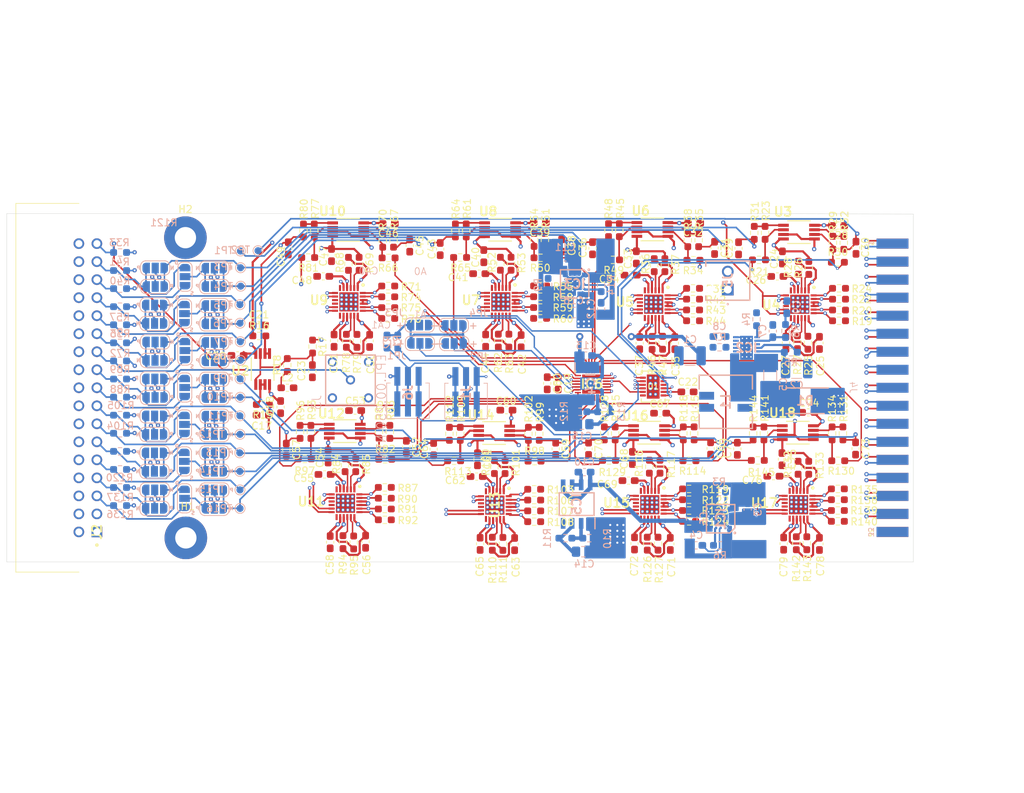
<source format=kicad_pcb>
(kicad_pcb (version 20240108) (generator "pcbnew") (generator_version "8.0")
  (layers (0 "F.Cu" signal) (1 "In1.Cu" power "GND1.Cu") (2 "In2.Cu" signal "In1.Cu") (3 "In3.Cu" power "GND2.Cu") (4 "In4.Cu" power "Power.Cu") (31 "B.Cu" signal) (34 "B.Paste" user) (35 "F.Paste" user) (36 "B.SilkS" user "B.Silkscreen") (37 "F.SilkS" user "F.Silkscreen") (38 "B.Mask" user) (39 "F.Mask" user) (44 "Edge.Cuts" user))
  (net 0 "")
  (net 1 "/Power Supply/-5V")
  (net 2 "GND")
  (net 3 "+12V")
  (net 4 "Net-(IC1-TR{slash}SS)")
  (net 5 "/Power Supply/SW1")
  (net 6 "Net-(D1-A)")
  (net 7 "/Power Supply/5V1")
  (net 8 "/Power Supply/VC")
  (net 9 "Net-(IC2-SS)")
  (net 10 "Net-(C9-Pad1)")
  (net 11 "Net-(IC3-TR{slash}SS)")
  (net 12 "4V5")
  (net 13 "-4V5")
  (net 14 "+1V7")
  (net 15 "/Vb2")
  (net 16 "/Vb1")
  (net 17 "/CH0/Vb")
  (net 18 "Net-(U4-INB+)")
  (net 19 "Net-(U4-INA+)")
  (net 20 "Net-(JP5-B)")
  (net 21 "Net-(JP8-B)")
  (net 22 "Net-(JP10-B)")
  (net 23 "Net-(JP13-B)")
  (net 24 "Net-(JP15-B)")
  (net 25 "Net-(JP18-B)")
  (net 26 "Net-(JP20-B)")
  (net 27 "Net-(JP23-B)")
  (net 28 "Net-(JP25-B)")
  (net 29 "Net-(JP28-B)")
  (net 30 "Net-(JP30-B)")
  (net 31 "Net-(JP33-B)")
  (net 32 "Net-(JP35-B)")
  (net 33 "Net-(JP38-B)")
  (net 35 "Net-(IC1-FB)")
  (net 36 "Net-(IC1-RT)")
  (net 37 "Net-(IC2-RT)")
  (net 39 "Net-(IC2-~{FAULT})")
  (net 40 "Net-(IC2-FB)")
  (net 43 "Net-(IC3-RT)")
  (net 44 "Net-(IC3-FB)")
  (net 45 "Net-(IC4-SENSE)")
  (net 46 "Net-(IC5-SENSE{slash}ADJ)")
  (net 49 "/VOUT13")
  (net 50 "/VOUT8")
  (net 51 "/VOUT10")
  (net 52 "/VOUT11")
  (net 53 "/VOUT5")
  (net 54 "/VOUT1")
  (net 55 "/VOUT9")
  (net 56 "/VOUT7")
  (net 57 "/VOUT3")
  (net 58 "Net-(IC6-VREF)")
  (net 60 "/VOUT2")
  (net 61 "/CH0/SCL")
  (net 62 "/CH0/SDA")
  (net 63 "/CH0/A0")
  (net 64 "/VOUT0")
  (net 65 "/VOUT6")
  (net 66 "/VOUT4")
  (net 67 "/VOUT12")
  (net 68 "/CH0/A1")
  (net 69 "/IN 0")
  (net 70 "/IN 12")
  (net 71 "/IN 6")
  (net 72 "/IN 3")
  (net 73 "/IN 4")
  (net 74 "/IN 7")
  (net 75 "/IN 2")
  (net 76 "/IN 13")
  (net 77 "/IN 8")
  (net 78 "/IN 1")
  (net 79 "/IN 11")
  (net 80 "/IN 5")
  (net 81 "/IN 10")
  (net 82 "/IN 14")
  (net 83 "/IN 9")
  (net 84 "/~{OUT6}")
  (net 85 "/QB_CH0")
  (net 86 "/~{OUT3}")
  (net 87 "/OUT9")
  (net 88 "/~{OUT7}")
  (net 89 "/~{OUT5}")
  (net 90 "/~{OUT13}")
  (net 91 "/OUT11")
  (net 92 "/OUT4")
  (net 93 "/OUT12")
  (net 95 "/~{OUT8}")
  (net 96 "/OUT14")
  (net 97 "/OUT1")
  (net 98 "/OUT5")
  (net 99 "/~{OUT4}")
  (net 100 "/OUT3")
  (net 101 "/~{OUT14}")
  (net 102 "/OUT13")
  (net 103 "/~{OUT9}")
  (net 105 "/OUT7")
  (net 106 "/~{OUT12}")
  (net 107 "/~{QA}_CH0")
  (net 108 "/OUT10")
  (net 109 "/~{OUT1}")
  (net 110 "/QA_CH0")
  (net 111 "/OUT2")
  (net 112 "/OUT8")
  (net 113 "/OUT6")
  (net 114 "/~{QB}_CH0")
  (net 115 "/~{OUT11}")
  (net 116 "/~{OUT10}")
  (net 117 "/~{OUT2}")
  (net 118 "/CH0/CA1")
  (net 119 "/CH0/CA0")
  (net 120 "/Signals 1-2/INA+")
  (net 121 "Net-(JP6-C)")
  (net 122 "Net-(JP7-C)")
  (net 123 "/Signals 1-2/INB+")
  (net 124 "Net-(JP9-C)")
  (net 125 "/Signals 3-4/INA+")
  (net 126 "Net-(JP11-C)")
  (net 127 "Net-(JP12-C)")
  (net 128 "/Signals 3-4/INB+")
  (net 129 "Net-(JP14-C)")
  (net 130 "Net-(JP16-C)")
  (net 131 "Net-(JP17-C)")
  (net 132 "/Signals 5-6/INB+")
  (net 133 "Net-(JP19-C)")
  (net 134 "/Signals 7-8/INA+")
  (net 135 "Net-(JP21-C)")
  (net 136 "Net-(JP22-C)")
  (net 137 "/Signals 7-8/INB+")
  (net 138 "Net-(JP24-C)")
  (net 139 "/Signals 9-10/INA+")
  (net 140 "Net-(JP26-C)")
  (net 141 "Net-(JP27-C)")
  (net 142 "/Signals 9-10/INB+")
  (net 143 "Net-(JP29-C)")
  (net 144 "/Signals 11-12/INA+")
  (net 145 "Net-(JP31-C)")
  (net 146 "Net-(JP32-C)")
  (net 147 "/Signals 11-12/INB+")
  (net 148 "Net-(JP34-C)")
  (net 149 "/Signals 13-14/INA+")
  (net 150 "Net-(JP36-C)")
  (net 151 "Net-(JP37-C)")
  (net 152 "/Signals 13-14/INB+")
  (net 153 "Net-(JP39-C)")
  (net 154 "Net-(L2-Pad1)")
  (net 155 "Net-(U2--IN_B)")
  (net 156 "Net-(U2--IN_A)")
  (net 157 "Net-(U1-VOUTA)")
  (net 158 "Net-(U3--IN_A)")
  (net 159 "Net-(U3-OUT_A)")
  (net 160 "Net-(U4-LEB)")
  (net 161 "Net-(U4-LEA)")
  (net 162 "Net-(U4-~{LEB})")
  (net 163 "Net-(U4-~{LEA})")
  (net 164 "Net-(U3--IN_B)")
  (net 165 "Net-(U3-OUT_B)")
  (net 166 "Net-(U1-VOUTB)")
  (net 167 "Net-(U6--IN_B)")
  (net 168 "Net-(U6-OUT_B)")
  (net 169 "Net-(U5-~{LEB})")
  (net 170 "Net-(U5-LEB)")
  (net 171 "Net-(U6--IN_A)")
  (net 172 "Net-(U6-OUT_A)")
  (net 173 "Net-(U5-~{LEA})")
  (net 174 "Net-(U5-LEA)")
  (net 175 "Net-(U8--IN_B)")
  (net 176 "Net-(U8-OUT_B)")
  (net 177 "Net-(U7-~{LEB})")
  (net 178 "Net-(U7-LEB)")
  (net 179 "Net-(U8--IN_A)")
  (net 180 "Net-(U8-OUT_A)")
  (net 181 "Net-(U7-~{LEA})")
  (net 182 "Net-(U7-LEA)")
  (net 183 "Net-(U10--IN_B)")
  (net 184 "Net-(U10-OUT_B)")
  (net 185 "Net-(U9-~{LEB})")
  (net 186 "Net-(U9-LEB)")
  (net 187 "Net-(U10--IN_A)")
  (net 188 "Net-(U10-OUT_A)")
  (net 189 "Net-(U9-~{LEA})")
  (net 190 "Net-(U9-LEA)")
  (net 191 "Net-(U12--IN_B)")
  (net 192 "Net-(U12-OUT_B)")
  (net 193 "Net-(U11-~{LEB})")
  (net 194 "Net-(U11-LEB)")
  (net 195 "Net-(U12--IN_A)")
  (net 196 "Net-(U12-OUT_A)")
  (net 197 "Net-(U11-~{LEA})")
  (net 198 "Net-(U11-LEA)")
  (net 199 "Net-(U14--IN_B)")
  (net 200 "Net-(U14-OUT_B)")
  (net 201 "Net-(U13-~{LEB})")
  (net 202 "Net-(U13-LEB)")
  (net 203 "Net-(U14-OUT_A)")
  (net 204 "Net-(U14--IN_A)")
  (net 205 "Net-(U13-~{LEA})")
  (net 206 "Net-(U13-LEA)")
  (net 207 "Net-(U16--IN_B)")
  (net 208 "Net-(U16-OUT_B)")
  (net 209 "Net-(U15-~{LEB})")
  (net 210 "Net-(U15-LEB)")
  (net 211 "Net-(U16--IN_A)")
  (net 212 "Net-(U16-OUT_A)")
  (net 213 "Net-(U15-~{LEA})")
  (net 214 "Net-(U15-LEA)")
  (net 215 "Net-(U18--IN_B)")
  (net 216 "Net-(U18-OUT_B)")
  (net 217 "Net-(U17-~{LEB})")
  (net 218 "Net-(U17-LEB)")
  (net 219 "Net-(U18-OUT_A)")
  (net 220 "Net-(U18--IN_A)")
  (net 221 "Net-(U17-~{LEA})")
  (net 222 "Net-(U17-LEA)")
  (net 255 "/Signals 5-6/INA+")
  (footprint "Resistor_SMD:R_0603_1608Metric_Pad0.98x0.95mm_HandSolder" (layer "F.Cu") (at 141.6475 115.4325)
    (property "Reference" "R92")
    (property "Value" "50")
  )
  (footprint "Capacitor_SMD:C_0603_1608Metric_Pad1.08x0.95mm_HandSolder" (layer "F.Cu") (at 131.44385 94.485 -90)
    (property "Reference" "C23")
    (property "Value" "470n")
  )
  (footprint "Capacitor_SMD:C_0603_1608Metric_Pad1.08x0.95mm_HandSolder" (layer "F.Cu") (at 158.775 99.975 180)
    (property "Reference" "C60")
    (property "Value" "100n")
  )
  (footprint "Resistor_SMD:R_0603_1608Metric_Pad0.98x0.95mm_HandSolder" (layer "F.Cu") (at 131.46885 91.01 -90)
    (property "Reference" "R17")
    (property "Value" "3K")
  )
  (footprint "Capacitor_SMD:C_0603_1608Metric_Pad1.08x0.95mm_HandSolder" (layer "F.Cu") (at 132.975 81.1155 180)
    (property "Reference" "C48")
    (property "Value" "100n")
  )
  (footprint "Capacitor_SMD:C_0603_1608Metric_Pad1.08x0.95mm_HandSolder" (layer "F.Cu") (at 191.478 77.1639 -90)
    (property "Reference" "C29")
    (property "Value" "100n")
  )
  (footprint "Resistor_SMD:R_0603_1608Metric_Pad0.98x0.95mm_HandSolder" (layer "F.Cu") (at 162.6862 115.6971)
    (property "Reference" "R108")
    (property "Value" "50")
  )
  (footprint "Resistor_SMD:R_0603_1608Metric_Pad0.98x0.95mm_HandSolder" (layer "F.Cu") (at 193.5282 103.2513 -90)
    (property "Reference" "R144")
    (property "Value" "50")
  )
  (footprint "Resistor_SMD:R_0603_1608Metric_Pad0.98x0.95mm_HandSolder" (layer "F.Cu") (at 173.233 107.0594)
    (property "Reference" "R129")
    (property "Value" "4.4K")
  )
  (footprint "Resistor_SMD:R_0603_1608Metric_Pad0.98x0.95mm_HandSolder" (layer "F.Cu") (at 201.3612 108.0946 90)
    (property "Reference" "R133")
    (property "Value" "10K")
  )
  (footprint "Capacitor_SMD:C_0603_1608Metric_Pad1.08x0.95mm_HandSolder" (layer "F.Cu") (at 124.44385 100.685 180)
    (property "Reference" "C17")
    (property "Value" "100n")
  )
  (footprint "Capacitor_SMD:C_0603_1608Metric_Pad1.08x0.95mm_HandSolder" (layer "F.Cu") (at 205.5 73.95)
    (property "Reference" "C28")
    (property "Value" "100n")
  )
  (footprint "Inductor_SMD:L_0603_1608Metric_Pad1.05x0.95mm_HandSolder" (layer "F.Cu") (at 127.925 96.825)
    (property "Reference" "L2")
    (property "Value" "22u")
  )
  (footprint "Resistor_SMD:R_0603_1608Metric_Pad0.98x0.95mm_HandSolder" (layer "F.Cu") (at 131.711 74.6547 -90)
    (property "Reference" "R77")
    (property "Value" "4.4K")
  )
  (footprint "Resistor_SMD:R_0603_1608Metric_Pad0.98x0.95mm_HandSolder" (layer "F.Cu") (at 184.5614 107.1102)
    (property "Reference" "R114")
    (property "Value" "4.4K")
  )
  (footprint "Resistor_SMD:R_0603_1608Metric_Pad0.98x0.95mm_HandSolder" (layer "F.Cu") (at 173.16 74.6025 90)
    (property "Reference" "R48")
    (property "Value" "50")
  )
  (footprint "Resistor_SMD:R_0603_1608Metric_Pad0.98x0.95mm_HandSolder" (layer "F.Cu") (at 205.47 79.13)
    (property "Reference" "R30")
    (property "Value" "4.4K")
  )
  (footprint "Capacitor_SMD:C_0603_1608Metric_Pad1.08x0.95mm_HandSolder" (layer "F.Cu") (at 144.68 105.16 -90)
    (property "Reference" "C52")
    (property "Value" "100n")
  )
  (footprint "SamacSys_Parts:SOP65P490X110-8N" (layer "F.Cu") (at 124.43865 94.1817 -90)
    (property "Reference" "U2")
    (property "Value" "AD8657" (hide yes))
  )
  (footprint "Resistor_SMD:R_0603_1608Metric_Pad0.98x0.95mm_HandSolder" (layer "F.Cu") (at 152.2518 78.4503)
    (property "Reference" "R65")
    (property "Value" "4.4K")
  )
  (footprint "Capacitor_SMD:C_0603_1608Metric_Pad1.08x0.95mm_HandSolder" (layer "F.Cu") (at 185.21 73.63)
    (property "Reference" "C32")
    (property "Value" "100n")
  )
  (footprint "Capacitor_SMD:C_0603_1608Metric_Pad1.08x0.95mm_HandSolder" (layer "F.Cu") (at 170.3479 105.4206 -90)
    (property "Reference" "C70")
    (property "Value" "100n")
  )
  (footprint "Capacitor_SMD:C_0603_1608Metric_Pad1.08x0.95mm_HandSolder" (layer "F.Cu") (at 133.66 106.4985 -90)
    (property "Reference" "C54")
    (property "Value" "100n")
  )
  (footprint "Resistor_SMD:R_0603_1608Metric_Pad0.98x0.95mm_HandSolder" (layer "F.Cu") (at 163.5275 85.5115)
    (property "Reference" "R59")
    (property "Value" "50")
  )
  (footprint "Resistor_SMD:R_0603_1608Metric_Pad0.98x0.95mm_HandSolder" (layer "F.Cu") (at 185.1202 78.8411)
    (property "Reference" "R34")
    (property "Value" "4.4K")
  )
  (footprint "Capacitor_SMD:C_0603_1608Metric_Pad1.08x0.95mm_HandSolder" (layer "F.Cu") (at 126.96705 99.5444 -90)
    (property "Reference" "C18")
    (property "Value" "100n")
  )
  (footprint "SamacSys_Parts:QFN50P400X400X80-25N" (layer "F.Cu") (at 136.1087 113.0946 -90)
    (property "Reference" "U11")
    (property "Value" "LMH7322" (hide yes))
  )
  (footprint "Resistor_SMD:R_0603_1608Metric_Pad0.98x0.95mm_HandSolder" (layer "F.Cu") (at 180.4112 107.9446 90)
    (property "Reference" "R117")
    (property "Value" "10K")
  )
  (footprint "Resistor_SMD:R_0603_1608Metric_Pad0.98x0.95mm_HandSolder" (layer "F.Cu") (at 184.5087 112.5966)
    (property "Reference" "R122")
    (property "Value" "50")
  )
  (footprint "Resistor_SMD:R_0603_1608Metric_Pad0.98x0.95mm_HandSolder" (layer "F.Cu") (at 206.1774 103.2475 90)
    (property "Reference" "R131")
    (property "Value" "50")
  )
  (footprint "Resistor_SMD:R_0603_1608Metric_Pad0.98x0.95mm_HandSolder" (layer "F.Cu") (at 127.90865 93.6125 90)
    (property "Reference" "R18")
    (property "Value" "1K")
  )
  (footprint "SamacSys_Parts:QFN50P400X400X80-25N" (layer "F.Cu") (at 179.5287 85.0376 -90)
    (property "Reference" "U5")
    (property "Value" "LMH7322" (hide yes))
  )
  (footprint "Resistor_SMD:R_0603_1608Metric_Pad0.98x0.95mm_HandSolder" (layer "F.Cu") (at 205.6275 84.33)
    (property "Reference" "R22")
    (property "Value" "50")
  )
  (footprint "Capacitor_SMD:C_0603_1608Metric_Pad1.08x0.95mm_HandSolder" (layer "F.Cu") (at 201.2974 100.2846 180)
    (property "Reference" "C74")
    (property "Value" "100n")
  )
  (footprint "SamacSys_Parts:QFN50P400X400X80-25N" (layer "F.Cu") (at 157.9887 84.6976 -90)
    (property "Reference" "U7")
    (property "Value" "LMH7322" (hide yes))
  )
  (footprint "Resistor_SMD:R_0603_1608Metric_Pad0.98x0.95mm_HandSolder" (layer "F.Cu") (at 142.125 85.524)
    (property "Reference" "R75")
    (property "Value" "50")
  )
  (footprint "Resistor_SMD:R_0603_1608Metric_Pad0.98x0.95mm_HandSolder" (layer "F.Cu") (at 204.77 76.3775 -90)
    (property "Reference" "R29")
    (property "Value" "4.4K")
  )
  (footprint "Capacitor_SMD:C_0603_1608Metric_Pad1.08x0.95mm_HandSolder" (layer "F.Cu") (at 145.1575 76.7755 -90)
    (property "Reference" "C45")
    (property "Value" "100n")
  )
  (footprint "SamacSys_Parts:QFN50P400X400X80-25N" (layer "F.Cu") (at 199.9274 113.3067 -90)
    (property "Reference" "U17")
    (property "Value" "LMH7322" (hide yes))
  )
  (footprint "Resistor_SMD:R_0603_1608Metric_Pad0.98x0.95mm_HandSolder" (layer "F.Cu") (at 129.7095 103.0392 -90)
    (property "Reference" "R96")
    (property "Value" "50")
  )
  (footprint "SamacSys_Parts:SOP65P490X110-8N" (layer "F.Cu") (at 179.34 74.5)
    (property "Reference" "U6")
    (property "Value" "AD8657" (hide yes))
  )
  (footprint "Capacitor_SMD:C_0603_1608Metric_Pad1.08x0.95mm_HandSolder" (layer "F.Cu") (at 134.5 90.18 -90)
    (property "Reference" "C51")
    (property "Value" "100n")
  )
  (footprint "Resistor_SMD:R_0603_1608Metric_Pad0.98x0.95mm_HandSolder" (layer "F.Cu") (at 163.5275 83.9875)
    (property "Reference" "R58")
    (property "Value" "50")
  )
  (footprint "Resistor_SMD:R_0603_1608Metric_Pad0.98x0.95mm_HandSolder" (layer "F.Cu") (at 142.1777 78.5136)
    (property "Reference" "R66")
    (property "Value" "4.4K")
  )
  (footprint "Capacitor_SMD:C_0603_1608Metric_Pad1.08x0.95mm_HandSolder" (layer "F.Cu") (at 166.56 76.763 -90)
    (property "Reference" "C38")
    (property "Value" "100n")
  )
  (footprint "Resistor_SMD:R_0603_1608Metric_Pad0.98x0.95mm_HandSolder" (layer "F.Cu") (at 180.775 90.475 90)
    (property "Reference" "R47")
    (property "Value" "10K")
  )
  (footprint "Resistor_SMD:R_0603_1608Metric_Pad0.98x0.95mm_HandSolder" (layer "F.Cu") (at 136.05 107.7325 90)
    (property "Reference" "R84")
    (property "Value" "10K")
  )
  (footprint "Resistor_SMD:R_0603_1608Metric_Pad0.98x0.95mm_HandSolder" (layer "F.Cu") (at 163.3974 103.3 90)
    (property "Reference" "R99")
    (property "Value" "50")
  )
  (footprint "SamacSys_Parts:QFN40P400X400X100-29N-D" (layer "F.Cu") (at 170.8 96.3)
    (property "Reference" "IC6")
    (property "Value" "AD5673RBCPZ-1" (hide yes))
  )
  (footprint "Resistor_SMD:R_0603_1608Metric_Pad0.98x0.95mm_HandSolder" (layer "F.Cu") (at 142.3587 103.0354 90)
    (property "Reference" "R83")
    (property "Value" "50")
  )
  (footprint "Resistor_SMD:R_0603_1608Metric_Pad0.98x0.95mm_HandSolder" (layer "F.Cu") (at 205.4662 111.0726)
    (property "Reference" "R135")
    (property "Value" "50")
  )
  (footprint "Resistor_SMD:R_0603_1608Metric_Pad0.98x0.95mm_HandSolder" (layer "F.Cu") (at 194.3531 78.7927)
    (property "Reference" "R21")
    (property "Value" "4.4K")
  )
  (footprint "Resistor_SMD:R_0603_1608Metric_Pad0.98x0.95mm_HandSolder" (layer "F.Cu") (at 142.875 76.0875 90)
    (property "Reference" "R67")
    (property "Value" "50")
  )
  (footprint "Resistor_SMD:R_0603_1608Metric_Pad0.98x0.95mm_HandSolder" (layer "F.Cu") (at 142.125 87.048)
    (property "Reference" "R76")
    (property "Value" "50")
  )
  (footprint "Capacitor_SMD:C_0603_1608Metric_Pad1.08x0.95mm_HandSolder" (layer "F.Cu") (at 160.85 90.25 -90)
    (property "Reference" "C42")
    (property "Value" "100n")
  )
  (footprint "Resistor_SMD:R_0603_1608Metric_Pad0.98x0.95mm_HandSolder" (layer "F.Cu") (at 206.3 76.3875 -90)
    (property "Reference" "R32")
    (property "Value" "50")
  )
  (footprint "Capacitor_SMD:C_0603_1608Metric_Pad1.08x0.95mm_HandSolder" (layer "F.Cu") (at 165.7187 105.4246 -90)
    (property "Reference" "C59")
    (property "Value" "100n")
  )
  (footprint "SamacSys_Parts:QFN50P400X400X80-25N" (layer "F.Cu") (at 136.5862 84.7101 -90)
    (property "Reference" "U9")
    (property "Value" "LMH7322" (hide yes))
  )
  (footprint "Capacitor_SMD:C_0603_1608Metric_Pad1.08x0.95mm_HandSolder" (layer "F.Cu") (at 142.2 73.675)
    (property "Reference" "C46")
    (property "Value" "100n")
  )
  (footprint "Capacitor_SMD:C_0603_1608Metric_Pad1.08x0.95mm_HandSolder" (layer "F.Cu") (at 133.9512 118.5825 -90)
    (property "Reference" "C58")
    (property "Value" "100n")
  )
  (footprint "Resistor_SMD:R_0603_1608Metric_Pad0.98x0.95mm_HandSolder" (layer "F.Cu") (at 131.2335 103.0392 -90)
    (property "Reference" "R93")
    (property "Value" "4.4K")
  )
  (footprint "Resistor_SMD:R_0603_1608Metric_Pad0.98x0.95mm_HandSolder" (layer "F.Cu") (at 157.6347 90.175 90)
    (property "Reference" "R62")
    (property "Value" "10K")
  )
  (footprint "Resistor_SMD:R_0603_1608Metric_Pad0.98x0.95mm_HandSolder" (layer "F.Cu") (at 163.5275 82.4635)
    (property "Reference" "R55")
    (property "Value" "50")
  )
  (footprint "Resistor_SMD:R_0603_1608Metric_Pad0.98x0.95mm_HandSolder" (layer "F.Cu") (at 205.4662 114.1206)
    (property "Reference" "R139")
    (property "Value" "50")
  )
  (footprint "Resistor_SMD:R_0603_1608Metric_Pad0.98x0.95mm_HandSolder" (layer "F.Cu") (at 141.351 76.0894 90)
    (property "Reference" "R70")
    (property "Value" "4.4K")
  )
  (footprint "Resistor_SMD:R_0603_1608Metric_Pad0.98x0.95mm_HandSolder" (layer "F.Cu") (at 157.93 79.3355 90)
    (property "Reference" "R52")
    (property "Value" "10K")
  )
  (footprint "Resistor_SMD:R_0603_1608Metric_Pad0.98x0.95mm_HandSolder" (layer "F.Cu") (at 141.6475 110.8605)
    (property "Reference" "R87")
    (property "Value" "50")
  )
  (footprint "SamacSys_Parts:SOP65P490X110-8N" (layer "F.Cu") (at 157.0474 103.2003)
    (property "Reference" "U14")
    (property "Value" "AD8657" (hide yes))
  )
  (footprint "Capacitor_SMD:C_0603_1608Metric_Pad1.08x0.95mm_HandSolder" (layer "F.Cu") (at 191.3054 105.4206 -90)
    (property "Reference" "C77")
    (property "Value" "100n")
  )
  (footprint "Resistor_SMD:R_0603_1608Metric_Pad0.98x0.95mm_HandSolder" (layer "F.Cu") (at 162.6862 111.1251)
    (property "Reference" "R103")
    (property "Value" "50")
  )
  (footprint "Resistor_SMD:R_0603_1608Metric_Pad0.98x0.95mm_HandSolder" (layer "F.Cu") (at 173.7918 78.7903)
    (property "Reference" "R49")
    (property "Value" "4.4K")
  )
  (footprint "Resistor_SMD:R_0603_1608Metric_Pad0.98x0.95mm_HandSolder" (layer "F.Cu") (at 185.0675 82.8035)
    (property "Reference" "R39")
    (property "Value" "50")
  )
  (footprint "Capacitor_SMD:C_0603_1608Metric_Pad1.08x0.95mm_HandSolder" (layer "F.Cu") (at 154.5862 109.3346 180)
    (property "Reference" "C62")
    (property "Value" "100n")
  )
  (footprint "Resistor_SMD:R_0603_1608Metric_Pad0.98x0.95mm_HandSolder" (layer "F.Cu") (at 199.775 90.4 -90)
    (property "Reference" "R27")
    (property "Value" "10K")
  )
  (footprint "Resistor_SMD:R_0603_1608Metric_Pad0.98x0.95mm_HandSolder" (layer "F.Cu") (at 124.47115 99.1825 180)
    (property "Reference" "R15")
    (property "Value" "50")
  )
  (footprint "Resistor_SMD:R_0603_1608Metric_Pad0.98x0.95mm_HandSolder" (layer "F.Cu") (at 184.5087 111.0726)
    (property "Reference" "R119")
    (property "Value" "50")
  )
  (footprint "Resistor_SMD:R_0603_1608Metric_Pad0.98x0.95mm_HandSolder" (layer "F.Cu") (at 199.8612 108.0946 90)
    (property "Reference" "R132")
    (property "Value" "10K")
  )
  (footprint "SamacSys_Parts:SOP65P490X110-8N" (layer "F.Cu") (at 178.8699 103.1478)
    (property "Reference" "U16")
    (property "Value" "AD8657" (hide yes))
  )
  (footprint "SamacSys_Parts:SOP65P490X110-8N" (layer "F.Cu") (at 157.8887 74.5387)
    (property "Reference" "U8")
    (property "Value" "AD8657" (hide yes))
  )
  (footprint "Resistor_SMD:R_0603_1608Metric_Pad0.98x0.95mm_HandSolder" (layer "F.Cu") (at 162.7389 107.1627)
    (property "Reference" "R98")
    (property "Value" "4.4K")
  )
  (footprint "Resistor_SMD:R_0603_1608Metric_Pad0.98x0.95mm_HandSolder" (layer "F.Cu") (at 195.0522 103.2513 -90)
    (property "Reference" "R141")
    (property "Value" "4.4K")
  )
  (footprint "Resistor_SMD:R_0603_1608Metric_Pad0.98x0.95mm_HandSolder" (layer "F.Cu") (at 141.7002 106.8981)
    (property "Reference" "R82")
    (property "Value" "4.4K")
  )
  (footprint "Resistor_SMD:R_0603_1608Metric_Pad0.98x0.95mm_HandSolder" (layer "F.Cu") (at 205.6275 87.38)
    (property "Reference" "R19")
    (property "Value" "50")
  )
  (footprint "Resistor_SMD:R_0603_1608Metric_Pad0.98x0.95mm_HandSolder" (layer "F.Cu") (at 142.125 82.476)
    (property "Reference" "R71")
    (property "Value" "50")
  )
  (footprint "Resistor_SMD:R_0603_1608Metric_Pad0.98x0.95mm_HandSolder" (layer "F.Cu") (at 181.1 79.54 90)
    (property "Reference" "R37")
    (property "Value" "10K")
  )
  (footprint "Resistor_SMD:R_0603_1608Metric_Pad0.98x0.95mm_HandSolder" (layer "F.Cu") (at 205.5189 107.1102)
    (property "Reference" "R130")
    (property "Value" "4.4K")
  )
  (footprint "Resistor_SMD:R_0603_1608Metric_Pad0.98x0.95mm_HandSolder" (layer "F.Cu") (at 195.2148 74.9846 90)
    (property "Reference" "R23")
    (property "Value" "4.4K")
  )
  (footprint "Resistor_SMD:R_0603_1608Metric_Pad0.98x0.95mm_HandSolder" (layer "F.Cu") (at 164.2 75.975 90)
    (property "Reference" "R51")
    (property "Value" "50")
  )
  (footprint "Capacitor_SMD:C_0603_1608Metric_Pad1.08x0.95mm_HandSolder" (layer "F.Cu") (at 196.3862 109.2846 180)
    (property "Reference" "C76")
    (property "Value" "100n")
  )
  (footprint "Capacitor_SMD:C_0603_1608Metric_Pad1.08x0.95mm_HandSolder" (layer "F.Cu") (at 197.8312 118.7846 -90)
    (property "Reference" "C79")
    (property "Value" "100n")
  )
  (footprint "Resistor_SMD:R_0603_1608Metric_Pad0.98x0.95mm_HandSolder" (layer "F.Cu") (at 179.3 90.5 90)
    (property "Reference" "R46")
    (property "Value" "10K")
  )
  (footprint "Resistor_SMD:R_0603_1608Metric_Pad0.98x0.95mm_HandSolder" (layer "F.Cu") (at 185.854 76.0206 90)
    (property "Reference" "R35")
    (property "Value" "50")
  )
  (footprint "Resistor_SMD:R_0603_1608Metric_Pad0.98x0.95mm_HandSolder" (layer "F.Cu") (at 172.5707 103.2513 -90)
    (property "Reference" "R128")
    (property "Value" "50")
  )
  (footprint "Resistor_SMD:R_0603_1608Metric_Pad0.98x0.95mm_HandSolder" (layer "F.Cu") (at 179.6 79.54 90)
    (property "Reference" "R36")
    (property "Value" "10K")
  )
  (footprint "Resistor_SMD:R_0603_1608Metric_Pad0.98x0.95mm_HandSolder" (layer "F.Cu") (at 137.2612 118.6246 90)
    (property "Reference" "R95")
    (property "Value" "10K")
  )
  (footprint "Resistor_SMD:R_0603_1608Metric_Pad0.98x0.95mm_HandSolder" (layer "F.Cu") (at 162.6862 114.1731)
    (property "Reference" "R107")
    (property "Value" "50")
  )
  (footprint "Resistor_SMD:R_0603_1608Metric_Pad0.98x0.95mm_HandSolder" (layer "F.Cu") (at 162.6862 112.6491)
    (property "Reference" "R106")
    (property "Value" "50")
  )
  (footprint "Capacitor_SMD:C_0603_1608Metric_Pad1.08x0.95mm_HandSolder" (layer "F.Cu") (at 175.9862 109.9096 180)
    (property "Reference" "C69")
    (property "Value" "100n")
  )
  (footprint "Capacitor_SMD:C_0603_1608Metric_Pad1.08x0.95mm_HandSolder" (layer "F.Cu") (at 197.5912 106.8846 -90)
    (property "Reference" "C75")
    (property "Value" "100n")
  )
  (footprint "Capacitor_SMD:C_0603_1608Metric_Pad1.08x0.95mm_HandSolder" (layer "F.Cu") (at 163.475 73.525)
    (property "Reference" "C39")
    (property "Value" "100n")
  )
  (footprint "Resistor_SMD:R_0603_1608Metric_Pad0.98x0.95mm_HandSolder" (layer "F.Cu") (at 130.8493 78.4628)
    (property "Reference" "R81")
    (property "Value" "4.4K")
  )
  (footprint "Resistor_SMD:R_0603_1608Metric_Pad0.98x0.95mm_HandSolder" (layer "F.Cu") (at 158.5887 107.9971 90)
    (property "Reference" "R101")
    (property "Value" "10K")
  )
  (footprint "Resistor_SMD:R_0603_1608Metric_Pad0.98x0.95mm_HandSolder" (layer "F.Cu") (at 151.4105 107.1119)
    (property "Reference" "R113")
    (property "Value" "4.4K")
  )
  (footprint "Resistor_SMD:R_0603_1608Metric_Pad0.98x0.95mm_HandSolder" (layer "F.Cu") (at 151.5895 74.6422 -90)
    (property "Reference" "R64")
    (property "Value" "50")
  )
  (footprint "Capacitor_SMD:C_0603_1608Metric_Pad1.08x0.95mm_HandSolder" (layer "F.Cu") (at 134.1375 78.114 -90)
    (property "Reference" "C47")
    (property "Value" "100n")
  )
  (footprint "Resistor_SMD:R_0603_1608Metric_Pad0.98x0.95mm_HandSolder" (layer "F.Cu") (at 138.0275 79.348 90)
    (property "Reference" "R69")
    (property "Value" "10K")
  )
  (footprint "Resistor_SMD:R_0603_1608Metric_Pad0.98x0.95mm_HandSolder" (layer "F.Cu") (at 205.4662 112.5966)
    (property "Reference" "R138")
    (property "Value" "50")
  )
  (footprint "Capacitor_SMD:C_0603_1608Metric_Pad1.08x0.95mm_HandSolder" (layer "F.Cu") (at 164.52603 96.19 -90)
    (property "Reference" "C80")
    (property "Value" "10u")
  )
  (footprint "Resistor_SMD:R_0603_1608Metric_Pad0.98x0.95mm_HandSolder" (layer "F.Cu") (at 162.676 75.9769 90)
    (property "Reference" "R54")
    (property "Value" "4.4K")
  )
  (footprint "LTC2627:DFN-12_DE" (layer "F.Cu") (at 179.45367 96.65)
    (property "Reference" "U1")
    (property "Value" "LTC2627IDE-1_PBF")
  )
  (footprint "Capacitor_SMD:C_0603_1608Metric_Pad1.08x0.95mm_HandSolder" (layer "F.Cu") (at 181.8612 118.8246 -90)
    (property "Reference" "C71")
    (property "Value" "100n")
  )
  (footprint "Resistor_SMD:R_0603_1608Metric_Pad0.98x0.95mm_HandSolder" (layer "F.Cu") (at 184.5087 114.1206)
    (property "Reference" "R123")
    (property "Value" "50")
  )
  (footprint "SamacSys_Parts:SOP65P490X110-8N" (layer "F.Cu") (at 199.99 74.8811)
    (property "Reference" "U3")
    (property "Value" "AD8657" (hide yes))
  )
  (footprint "Capacitor_SMD:C_0603_1608Metric_Pad1.08x0.95mm_HandSolder" (layer "F.Cu") (at 149.45 77.27 -90)
    (property "Reference" "C43")
    (property "Value" "100n")
  )
  (footprint "Capacitor_SMD:C_0603_1608Metric_Pad1.08x0.95mm_HandSolder" (layer "F.Cu") (at 123.90385 87.965)
    (property "Reference" "C21")
    (property "Value" "100n")
  )
  (footprint "Capacitor_SMD:C_0603_1608Metric_Pad1.08x0.95mm_HandSolder" (layer "F.Cu") (at 188.1 77.103 -90)
    (property "Reference" "C31")
    (property "Value" "100n")
  )
  (footprint "Resistor_SMD:R_0603_1608Metric_Pad0.98x0.95mm_HandSolder" (layer "F.Cu") (at 193.6908 74.9846 -90)
    (property "Reference" "R31")
    (property "Value" "50")
  )
  (footprint "Capacitor_SMD:C_0603_1608Metric_Pad1.08x0.95mm_HandSolder" (layer "F.Cu") (at 154.6987 106.9 -90)
    (property "Reference" "C61")
    (property "Value" "100n")
  )
  (footprint "Capacitor_SMD:C_0603_1608Metric_Pad1.08x0.95mm_HandSolder" (layer "F.Cu") (at 127.7699 105.5454 -90)
    (property "Reference" "C57")
    (property "Value" "100n")
  )
  (footprint "Resistor_SMD:R_0603_1608Metric_Pad0.98x0.95mm_HandSolder" (layer "F.Cu") (at 184.5087 115.6446)
    (property "Reference" "R124")
    (property "Value" "50")
  )
  (footprint "Resistor_SMD:R_0603_1608Metric_Pad0.98x0.95mm_HandSolder" (layer "F.Cu") (at 163.5802 78.5011)
    (property "Reference" "R50")
    (property "Value" "4.4K")
  )
  (footprint "Resistor_SMD:R_0603_1608Metric_Pad0.98x0.95mm_HandSolder" (layer "F.Cu") (at 130.3718 106.8473)
    (property "Reference" "R97")
    (property "Value" "4.4K")
  )
  (footprint "Capacitor_SMD:C_0603_1608Metric_Pad1.08x0.95mm_HandSolder" (layer "F.Cu") (at 176.8212 118.7646 -90)
    (property "Reference" "C72")
    (property "Value" "100n")
  )
  (footprint "Resistor_SMD:R_0603_1608Metric_Pad0.98x0.95mm_HandSolder" (layer "F.Cu") (at 180.1312 118.7946 90)
    (property "Reference" "R127")
    (property "Value" "10K")
  )
  (footprint "Resistor_SMD:R_0603_1608Metric_Pad0.98x0.95mm_HandSolder" (layer "F.Cu") (at 152.2722 103.3038 -90)
    (property "Reference" "R109")
    (property "Value" "4.4K")
  )
  (footprint "Capacitor_SMD:C_0603_1608Metric_Pad1.08x0.95mm_HandSolder" (layer "F.Cu") (at 177.08 78.4415 -90)
    (property "Reference" "C33")
    (property "Value" "100n")
  )
  (footprint "Resistor_SMD:R_0603_1608Metric_Pad0.98x0.95mm_HandSolder" (layer "F.Cu") (at 185.0675 84.3275)
    (property "Reference" "R42")
    (property "Value" "50")
  )
  (footprint "Resistor_SMD:R_0603_1608Metric_Pad0.98x0.95mm_HandSolder" (layer "F.Cu") (at 137.55 107.7325 90)
    (property "Reference" "R85")
    (property "Value" "10K")
  )
  (footprint "Capacitor_SMD:C_0603_1608Metric_Pad1.08x0.95mm_HandSolder" (layer "F.Cu") (at 176.5212 106.7106 -90)
    (property "Reference" "C68")
    (property "Value" "100n")
  )
  (footprint "Capacitor_SMD:C_0603_1608Metric_Pad1.08x0.95mm_HandSolder" (layer "F.Cu") (at 120.90535 92.26 180)
    (property "Reference" "C20")
    (property "Value" "100n")
  )
  (footprint "Capacitor_SMD:C_0603_1608Metric_Pad1.08x0.95mm_HandSolder" (layer "F.Cu") (at 176.275 80.9405 180)
    (property "Reference" "C34")
    (property "Value" "100n")
  )
  (footprint "Capacitor_SMD:C_0603_1608Metric_Pad1.08x0.95mm_HandSolder" (layer "F.Cu") (at 207.96 105.38 -90)
    (property "Reference" "C73")
    (property "Value" "100n")
  )
  (footprint "Resistor_SMD:R_0603_1608Metric_Pad0.98x0.95mm_HandSolder" (layer "F.Cu") (at 205.6275 85.86)
    (property "Reference" "R20")
    (property "Value" "50")
  )
  (footprint "Resistor_SMD:R_0603_1608Metric_Pad0.98x0.95mm_HandSolder" (layer "F.Cu") (at 157.0887 107.9971 90)
    (property "Reference" "R100")
    (property "Value" "10K")
  )
  (footprint "Capacitor_SMD:C_0603_1608Metric_Pad1.08x0.95mm_HandSolder" (layer "F.Cu") (at 177.55 90.525 -90)
    (property "Reference" "C37")
    (property "Value" "100n")
  )
  (footprint "Resistor_SMD:R_0603_1608Metric_Pad0.98x0.95mm_HandSolder" (layer "F.Cu") (at 141.6475 112.3845)
    (property "Reference" "R90")
    (property "Value" "50")
  )
  (footprint "Resistor_SMD:R_0603_1608Metric_Pad0.98x0.95mm_HandSolder" (layer "F.Cu") (at 135.7547 118.5802 90)
    (property "Reference" "R94")
    (property "Value" "10K")
  )
  (footprint "Resistor_SMD:R_0603_1608Metric_Pad0.98x0.95mm_HandSolder" (layer "F.Cu") (at 156.7912 118.8046 90)
    (property "Reference" "R110")
    (property "Value" "10K")
  )
  (footprint "Capacitor_SMD:C_0603_1608Metric_Pad1.08x0.95mm_HandSolder" (layer "F.Cu") (at 170.9067 77.1515 -90)
    (property "Reference" "C36")
    (property "Value" "100n")
  )
  (footprint "Resistor_SMD:R_0603_1608Metric_Pad0.98x0.95mm_HandSolder" (layer "F.Cu") (at 184.33 76.0225 -90)
    (property "Reference" "R38")
    (property "Value" "4.4K")
  )
  (footprint "SamacSys_Parts:SOP65P490X110-8N" (layer "F.Cu") (at 199.8274 103.1478)
    (property "Reference" "U18")
    (property "Value" "AD8657" (hide yes))
  )
  (footprint "Capacitor_SMD:C_0603_1608Metric_Pad1.08x0.95mm_HandSolder" (layer "F.Cu") (at 182.5 90.525 -90)
    (property "Reference" "C35")
    (property "Value" "100n")
  )
  (footprint "MountingHole:MountingHole_3mm_Pad_TopBottom" (layer "F.Cu") (at 113.56 75.66)
    (property "Reference" "H2")
    (property "Value" "MountingHole_Pad")
  )
  (footprint "Capacitor_SMD:C_0603_1608Metric_Pad1.08x0.95mm_HandSolder" (layer "F.Cu") (at 155.0712 118.8146 -90)
    (property "Reference" "C65")
    (property "Value" "100n")
  )
  (footprint "SamacSys_Parts:QFN50P400X400X80-25N" (layer "F.Cu") (at 157.1474 113.3592 -90)
    (property "Reference" "U13")
    (property "Value" "LMH7322" (hide yes))
  )
  (footprint "Capacitor_SMD:C_0603_1608Metric_Pad1.08x0.95mm_HandSolder" (layer "F.Cu") (at 139.51 90.208 -90)
    (property "Reference" "C50")
    (property "Value" "100n")
  )
  (footprint "Resistor_SMD:R_0603_1608Metric_Pad0.98x0.95mm_HandSolder" (layer "F.Cu") (at 136.2322 90.1957 90)
    (property "Reference" "R78")
    (property "Value" "10K")
  )
  (footprint "Resistor_SMD:R_0603_1608Metric_Pad0.98x0.95mm_HandSolder" (layer "F.Cu") (at 130.187 74.6547 -90)
    (property "Reference" "R80")
    (property "Value" "50")
  )
  (footprint "Resistor_SMD:R_0603_1608Metric_Pad0.98x0.95mm_HandSolder" (layer "F.Cu") (at 205.6275 82.8)
    (property "Reference" "R24")
    (property "Value" "50")
  )
  (footprint "Resistor_SMD:R_0603_1608Metric_Pad0.98x0.95mm_HandSolder" (layer "F.Cu") (at 161.8734 103.3019 90)
    (property "Reference" "R102")
    (property "Value" "4.4K")
  )
  (footprint "Resistor_SMD:R_0603_1608Metric_Pad0.98x0.95mm_HandSolder" (layer "F.Cu") (at 140.8347 103.0373 90)
    (property "Reference" "R86")
    (property "Value" "4.4K")
  )
  (footprint "Capacitor_SMD:C_0603_1608Metric_Pad1.08x0.95mm_HandSolder" (layer "F.Cu") (at 208.02 77.08 -90)
    (property "Reference" "C30")
    (property "Value" "100n")
  )
  (footprint "Resistor_SMD:R_0603_1608Metric_Pad0.98x0.95mm_HandSolder" (layer "F.Cu") (at 199.6112 118.7346 90)
    (property "Reference" "R142")
    (property "Value" "10K")
  )
  (footprint "Capacitor_SMD:C_0603_1608Metric_Pad1.08x0.95mm_HandSolder" (layer "F.Cu") (at 166.06603 96.195 -90)
    (property "Reference" "C19")
    (property "Value" "100n")
  )
  (footprint "Resistor_SMD:R_0603_1608Metric_Pad0.98x0.95mm_HandSolder" (layer "F.Cu") (at 163.5275 87.0355)
    (property "Reference" "R60")
    (property "Value" "50")
  )
  (footprint "Capacitor_SMD:C_0603_1608Metric_Pad1.08x0.95mm_HandSolder" (layer "F.Cu") (at 148.5254 105.4731 -90)
    (property "Reference" "C64")
    (property "Value" "100n")
  )
  (footprint "Resistor_SMD:R_0603_1608Metric_Pad0.98x0.95mm_HandSolder" (layer "F.Cu") (at 183.6959 103.2494 90)
    (property "Reference" "R118")
    (property "Value" "4.4K")
  )
  (footprint "Resistor_SMD:R_0603_1608Metric_Pad0.98x0.95mm_HandSolder" (layer "F.Cu") (at 137.72 90.21 90)
    (property "Reference" "R79")
    (property "Value" "10K")
  )
  (footprint "Resistor_SMD:R_0603_1608Metric_Pad0.98x0.95mm_HandSolder" (layer "F.Cu") (at 204.6534 103.2494 90)
    (property "Reference" "R134")
    (property "Value" "4.4K")
  )
  (footprint "Capacitor_SMD:C_0603_1608Metric_Pad1.08x0.95mm_HandSolder" (layer "F.Cu") (at 187.5412 105.3721 -90)
    (property "Reference" "C66")
    (property "Value" "100n")
  )
  (footprint "Resistor_SMD:R_0603_1608Metric_Pad0.98x0.95mm_HandSolder" (layer "F.Cu") (at 150.7482 103.3038 -90)
    (property "Reference" "R112")
    (property "Value" "50")
  )
  (footprint "Resistor_SMD:R_0603_1608Metric_Pad0.98x0.95mm_HandSolder" (layer "F.Cu") (at 142.125 84)
    (property "Reference" "R74")
    (property "Value" "50")
  )
  (footprint "Capacitor_SMD:C_0603_1608Metric_Pad1.08x0.95mm_HandSolder" (layer "F.Cu") (at 128.05 77.17 -90)
    (property "Reference" "C49")
    (property "Value" "100n")
  )
  (footprint "Resistor_SMD:R_0603_1608Metric_Pad0.98x0.95mm_HandSolder" (layer "F.Cu") (at 201.375 79.925 -90)
    (property "Reference" "R26")
    (property "Value" "10K")
  )
  (footprint "Capacitor_SMD:C_0603_1608Metric_Pad1.08x0.95mm_HandSolder" (layer "F.Cu") (at 154.95 80.7405 180)
    (property "Reference" "C41")
    (property "Value" "100n")
  )
  (footprint "Resistor_SMD:R_0603_1608Metric_Pad0.98x0.95mm_HandSolder" (layer "F.Cu") (at 201.25 90.475 -90)
    (property "Reference" "R25")
    (property "Value" "10K")
  )
  (footprint "Resistor_SMD:R_0603_1608Metric_Pad0.98x0.95mm_HandSolder" (layer "F.Cu") (at 174.684 74.6025 -90)
    (property "Reference" "R45")
    (property "Value" "4.4K")
  )
  (footprint "SamacSys_Parts:SOP65P490X110-8N" (layer "F.Cu") (at 136.4862 74.5512)
    (property "Reference" "U10")
    (property "Value" "AD8657" (hide yes))
  )
  (footprint "Capacitor_SMD:C_0603_1608Metric_Pad1.08x0.95mm_HandSolder" (layer "F.Cu") (at 155.59 78.27 -90)
    (property "Reference" "C40")
    (property "Value" "100n")
  )
  (footprint "Capacitor_SMD:C_0603_1608Metric_Pad1.08x0.95mm_HandSolder" (layer "F.Cu") (at 196.9375 81.125 180)
    (property "Reference" "C26")
    (property "Value" "100n")
  )
  (footprint "Resistor_SMD:R_0603_1608Metric_Pad0.98x0.95mm_HandSolder" (layer "F.Cu") (at 199.9 79.9 -90)
    (property "Reference" "R28")
    (property "Value" "10K")
  )
  (footprint "SamacSys_Parts:QFN50P400X400X80-25N" (layer "F.Cu") (at 178.9699 113.3067 -90)
    (property "Reference" "U15")
    (property "Value" "LMH7322" (hide yes))
  )
  (footprint "Resistor_SMD:R_0603_1608Metric_Pad0.98x0.95mm_HandSolder" (layer "F.Cu") (at 141.6475 113.9085)
    (property "Reference" "R91")
    (property "Value" "50")
  )
  (footprint "Resistor_SMD:R_0603_1608Metric_Pad0.98x0.95mm_HandSolder" (layer "F.Cu") (at 185.2199 103.2475 90)
    (property "Reference" "R115")
    (property "Value" "50")
  )
  (footprint "Resistor_SMD:R_0603_1608Metric_Pad0.98x0.95mm_HandSolder" (layer "F.Cu") (at 201.0912 118.7346 90)
    (property "Reference" "R143")
    (property "Value" "10K")
  )
  (footprint "Capacitor_SMD:C_0603_1608Metric_Pad1.08x0.95mm_HandSolder" (layer "F.Cu") (at 197.6513 78.4539 -90)
    (property "Reference" "C24")
    (property "Value" "100n")
  )
  (footprint "Capacitor_SMD:C_0603_1608Metric_Pad1.08x0.95mm_HandSolder" (layer "F.Cu") (at 198.15 90.475 -90)
    (property "Reference" "C27")
    (property "Value" "100n")
  )
  (footprint "Resistor_SMD:R_0603_1608Metric_Pad0.98x0.95mm_HandSolder" (layer "F.Cu") (at 178.6159 118.7923 90)
    (property "Reference" "R126")
    (property "Value" "10K")
  )
  (footprint "Resistor_SMD:R_0603_1608Metric_Pad0.98x0.95mm_HandSolder" (layer "F.Cu") (at 194.1905 107.0594)
    (property "Reference" "R145")
    (property "Value" "4.4K")
  )
  (footprint "Capacitor_SMD:C_0603_1608Metric_Pad1.08x0.95mm_HandSolder" (layer "F.Cu") (at 202.875 90.5 -90)
    (property "Reference" "C25")
    (property "Value" "100n")
  )
  (footprint "SamacSys_Parts:09185346323" (layer "F.Cu") (at 101.09 117.14 90)
    (property "Reference" "J2")
    (property "Value" "09185346323" (hide yes))
  )
  (footprint "Resistor_SMD:R_0603_1608Metric_Pad0.98x0.95mm_HandSolder" (layer "F.Cu") (at 185.0675 87.3755)
    (property "Reference" "R44")
    (property "Value" "50")
  )
  (footprint "MountingHole:MountingHole_3mm_Pad_TopBottom" (layer "F.Cu") (at 113.62 117.98)
    (property "Reference" "H1")
    (property "Value" "MountingHole_Pad")
  )
  (footprint "Capacitor_SMD:C_0603_1608Metric_Pad1.08x0.95mm_HandSolder" (layer "F.Cu") (at 155.85 90.175 -90)
    (property "Reference" "C44")
    (property "Value" "100n")
  )
  (footprint "Capacitor_SMD:C_0603_1608Metric_Pad1.08x0.95mm_HandSolder" (layer "F.Cu") (at 159.9312 118.8546 -90)
    (property "Reference" "C63")
    (property "Value" "100n")
  )
  (footprint "Resistor_SMD:R_0603_1608Metric_Pad0.98x0.95mm_HandSolder" (layer "F.Cu") (at 185.0675 85.8515)
    (property "Reference" "R43")
    (property "Value" "50")
  )
  (footprint "Resistor_SMD:R_0603_1608Metric_Pad0.98x0.95mm_HandSolder" (layer "F.Cu") (at 159.43 79.3355 90)
    (property "Reference" "R53")
    (property "Value" "10K")
  )
  (footprint "SamacSys_Parts:QFN50P400X400X80-25N" (layer "F.Cu") (at 200.1 85.05 -90)
    (property "Reference" "U4")
    (property "Value" "LMH7322" (hide yes))
  )
  (footprint "Capacitor_SMD:C_0603_1608Metric_Pad1.08x0.95mm_HandSolder" (layer "F.Cu") (at 133.1612 109.0346 180)
    (property "Reference" "C55")
    (property "Value" "100n")
  )
  (footprint "Capacitor_SMD:C_0603_1608Metric_Pad1.08x0.95mm_HandSolder" (layer "F.Cu") (at 202.8712 118.8246 -90)
    (property "Reference" "C78")
    (property "Value" "100n")
  )
  (footprint "Capacitor_SMD:C_0603_1608Metric_Pad1.08x0.95mm_HandSolder" (layer "F.Cu") (at 184.28397 97.4)
    (property "Reference" "C22")
    (property "Value" "100n")
  )
  (footprint "Resistor_SMD:R_0603_1608Metric_Pad0.98x0.95mm_HandSolder" (layer "F.Cu") (at 174.0947 103.2513 -90)
    (property "Reference" "R125")
    (property "Value" "4.4K")
  )
  (footprint "Capacitor_SMD:C_0603_1608Metric_Pad1.08x0.95mm_HandSolder" (layer "F.Cu") (at 137.4612 100.0346 180)
    (property "Reference" "C53")
    (property "Value" "100n")
  )
  (footprint "Resistor_SMD:R_0603_1608Metric_Pad0.98x0.95mm_HandSolder" (layer "F.Cu") (at 159.125 90.175 90)
    (property "Reference" "R63")
    (property "Value" "10K")
  )
  (footprint "Resistor_SMD:R_0603_1608Metric_Pad0.98x0.95mm_HandSolder" (layer "F.Cu") (at 136.5275 79.348 90)
    (property "Reference" "R68")
    (property "Value" "10K")
  )
  (footprint "Capacitor_SMD:C_0603_1608Metric_Pad1.08x0.95mm_HandSolder" (layer "F.Cu") (at 138.9412 118.5146 -90)
    (property "Reference" "C56")
    (property "Value" "100n")
  )
  (footprint "Resistor_SMD:R_0603_1608Metric_Pad0.98x0.95mm_HandSolder" (layer "F.Cu") (at 153.1135 74.6422 -90)
    (property "Reference" "R61")
    (property "Value" "4.4K")
  )
  (footprint "Resistor_SMD:R_0603_1608Metric_Pad0.98x0.95mm_HandSolder" (layer "F.Cu") (at 158.2812 118.8246 90)
    (property "Reference" "R111")
    (property "Value" "10K")
  )
  (footprint "SamacSys_Parts:SOP65P490X110-8N" (layer "F.Cu") (at 136.0087 102.9357)
    (property "Reference" "U12")
    (property "Value" "AD8657" (hide yes))
  )
  (footprint "Resistor_SMD:R_0603_1608Metric_Pad0.98x0.95mm_HandSolder" (layer "F.Cu") (at 123.96885 89.51)
    (property "Reference" "R16")
    (property "Value" "50")
  )
  (footprint "Capacitor_SMD:C_0603_1608Metric_Pad1.08x0.95mm_HandSolder" (layer "F.Cu") (at 180.4332 100.4007 180)
    (property "Reference" "C67")
    (property "Value" "100n")
  )
  (footprint "Resistor_SMD:R_0603_1608Metric_Pad0.98x0.95mm_HandSolder" (layer "F.Cu") (at 178.9112 107.9446 90)
    (property "Reference" "R116")
    (property "Value" "10K")
  )
  (footprint "Resistor_SMD:R_0603_1608Metric_Pad0.98x0.95mm_HandSolder" (layer "F.Cu") (at 205.4662 115.6446)
    (property "Reference" "R140")
    (property "Value" "50")
  )
  (footprint "Capacitor_SMD:C_0805_2012Metric_Pad1.18x1.45mm_HandSolder" (layer "B.Cu") (at 168.25 86.21 180)
    (property "Reference" "C16")
    (property "Value" "47u")
  )
  (footprint "SamacSys_Parts:517754443" (layer "B.Cu") (at 144.91 98.175 90)
    (property "Reference" "J6")
    (property "Value" "5-1775444-3" (hide yes))
  )
  (footprint "Resistor_SMD:R_0603_1608Metric_Pad0.98x0.95mm_HandSolder" (layer "B.Cu") (at 104.3532 113.4269 180)
    (property "Reference" "R136")
    (property "Value" "50")
  )
  (footprint "Capacitor_SMD:C_1206_3216Metric_Pad1.33x1.80mm_HandSolder" (layer "B.Cu") (at 195.94 95.05 90)
    (property "Reference" "C5")
    (property "Value" "1u")
  )
  (footprint "Resistor_SMD:R_0603_1608Metric_Pad0.98x0.95mm_HandSolder" (layer "B.Cu") (at 104.3532 98.135468 180)
    (property "Reference" "R88")
    (property "Value" "50")
  )
  (footprint "Jumper:SolderJumper-3_P1.3mm_Open_RoundedPad1.0x1.5mm_NumberLabels" (layer "B.Cu") (at 109.2182 87.755359 180)
    (property "Reference" "JP11" (hide yes))
    (property "Value" "SolderJumper_3_Open")
  )
  (footprint "TestPoint:TestPoint_Pad_D1.0mm" (layer "B.Cu") (at 121.2932 90.329976)
    (property "Reference" "TP7")
    (property "Value" "TestPoint IN 5")
  )
  (footprint "Jumper:SolderJumper-3_P1.3mm_Open_RoundedPad1.0x1.5mm_NumberLabels" (layer "B.Cu") (at 117.6332 79.9569 180)
    (property "Reference" "JP9" (hide yes))
    (property "Value" "SolderJumper_3_Open")
  )
  (footprint "Jumper:SolderJumper-3_P1.3mm_Open_RoundedPad1.0x1.5mm_NumberLabels" (layer "B.Cu") (at 117.6332 100.8169 180)
    (property "Reference" "JP29" (hide yes))
    (property "Value" "SolderJumper_3_Open")
  )
  (footprint "SamacSys_Parts:DIOM5436X244N" (layer "B.Cu") (at 200.84 98.65 180)
    (property "Reference" "D1")
    (property "Value" "SSB44-M3_5BT" (hide yes))
  )
  (footprint "Jumper:SolderJumper-3_P1.3mm_Open_RoundedPad1.0x1.5mm_NumberLabels" (layer "B.Cu") (at 113.4032 107.198565 -90)
    (property "Reference" "JP32" (hide yes))
    (property "Value" "SolderJumper_3_Open")
  )
  (footprint "TestPoint:TestPoint_Pad_D1.0mm" (layer "B.Cu") (at 121.2482 87.719207)
    (property "Reference" "TP6")
    (property "Value" "TestPoint IN 4")
  )
  (footprint "Jumper:SolderJumper-3_P1.3mm_Open_RoundedPad1.0x1.5mm_NumberLabels" (layer "B.Cu") (at 109.2132 103.392277 180)
    (property "Reference" "JP26" (hide yes))
    (property "Value" "SolderJumper_3_Open")
  )
  (footprint "Resistor_SMD:R_0603_1608Metric_Pad0.98x0.95mm_HandSolder" (layer "B.Cu") (at 104.3532 77.7469 180)
    (property "Reference" "R33")
    (property "Value" "50")
  )
  (footprint "Resistor_SMD:R_0603_1608Metric_Pad0.98x0.95mm_HandSolder" (layer "B.Cu") (at 188.7925 91.11 180)
    (property "Reference" "R7")
    (property "Value" "124K")
  )
  (footprint "Resistor_SMD:R_0603_1608Metric_Pad0.98x0.95mm_HandSolder" (layer "B.Cu") (at 104.3532 110.878323 180)
    (property "Reference" "R137")
    (property "Value" "50")
  )
  (footprint "Jumper:SolderJumper-3_P1.3mm_Open_RoundedPad1.0x1.5mm_NumberLabels" (layer "B.Cu") (at 109.2282 85.149206)
    (property "Reference" "JP10" (hide yes))
    (property "Value" "SolderJumper_3_Open")
  )
  (footprint "Resistor_SMD:R_0603_1608Metric_Pad0.98x0.95mm_HandSolder" (layer "B.Cu") (at 198.09 88.82 90)
    (property "Reference" "R8")
    (property "Value" "6.19K")
  )
  (footprint "Jumper:SolderJumper-3_P1.3mm_Open_RoundedPad1.0x1.5mm_NumberLabels" (layer "B.Cu") (at 146.59 90.56)
    (property "Reference" "JP1")
    (property "Value" "SolderJumper_3_Open")
  )
  (footprint "Capacitor_SMD:C_0603_1608Metric_Pad1.08x0.95mm_HandSolder" (layer "B.Cu") (at 169.7775 108.708 180)
    (property "Reference" "C10")
    (property "Value" "1u")
  )
  (footprint "Jumper:SolderJumper-3_P1.3mm_Open_RoundedPad1.0x1.5mm_NumberLabels" (layer "B.Cu") (at 109.2332 111.210736)
    (property "Reference" "JP35" (hide yes))
    (property "Value" "SolderJumper_3_Open")
  )
  (footprint "Jumper:SolderJumper-3_P1.3mm_Open_RoundedPad1.0x1.5mm_NumberLabels" (layer "B.Cu") (at 109.3032 82.543053 180)
    (property "Reference" "JP6" (hide yes))
    (property "Value" "SolderJumper_3_Open")
  )
  (footprint "Capacitor_SMD:C_0603_1608Metric_Pad1.08x0.95mm_HandSolder" (layer "B.Cu") (at 198.27 85.45 90)
    (property "Reference" "C9")
    (property "Value" "2.2n")
  )
  (footprint "TestPoint:TestPoint_Pad_D1.0mm" (layer "B.Cu") (at 121.2732 98.162283)
    (property "Reference" "TP10")
    (property "Value" "TestPoint IN 8")
  )
  (footprint "Capacitor_SMD:C_0805_2012Metric_Pad1.18x1.45mm_HandSolder" (layer "B.Cu") (at 184.89 115.24 90)
    (property "Reference" "C6")
    (property "Value" "47u")
  )
  (footprint "TestPoint:TestPoint_Pad_D1.0mm" (layer "B.Cu") (at 121.35 82.5 90)
    (property "Reference" "TP4")
    (property "Value" "TestPoint IN 2")
  )
  (footprint "Jumper:SolderJumper-3_P1.3mm_Open_RoundedPad1.0x1.5mm_NumberLabels" (layer "B.Cu") (at 117.6332 95.6169 180)
    (property "Reference" "JP24" (hide yes))
    (property "Value" "SolderJumper_3_Open")
  )
  (footprint "Jumper:SolderJumper-3_P1.3mm_Open_RoundedPad1.0x1.5mm_NumberLabels" (layer "B.Cu") (at 109.2032 105.99843)
    (property "Reference" "JP30" (hide yes))
    (property "Value" "SolderJumper_3_Open")
  )
  (footprint "Capacitor_SMD:C_0603_1608Metric_Pad1.08x0.95mm_HandSolder" (layer "B.Cu") (at 196.3 88.8275 -90)
    (property "Reference" "C7")
    (property "Value" "56p")
  )
  (footprint "TestPoint:TestPoint_Pad_D1.0mm" (layer "B.Cu") (at 121.3132 77.5469)
    (property "Reference" "TP1")
    (property "Value" "TestPoint IN 0A")
  )
  (footprint "Resistor_SMD:R_0603_1608Metric_Pad0.98x0.95mm_HandSolder" (layer "B.Cu") (at 188.7246 111.51 180)
    (property "Reference" "R3")
    (property "Value" "25.5K")
  )
  (footprint "Connector:2x17 Connector" (layer "B.Cu") (at 213.18 96.81 90)
    (property "Reference" "J4")
    (property "Value" "09195346829")
  )
  (footprint "Jumper:SolderJumper-3_P1.3mm_Open_RoundedPad1.0x1.5mm_NumberLabels" (layer "B.Cu") (at 113.4282 86.365233 -90)
    (property "Reference" "JP12" (hide yes))
    (property "Value" "SolderJumper_3_Open")
  )
  (footprint "TestPoint:TestPoint_Pad_D1.0mm" (layer "B.Cu") (at 121.2132 105.99459)
    (property "Reference" "TP13")
    (property "Value" "TestPoint IN 11")
  )
  (footprint "Jumper:SolderJumper-3_P1.3mm_Open_RoundedPad1.0x1.5mm_NumberLabels" (layer "B.Cu") (at 113.4332 112.4069 -90)
    (property "Reference" "JP37" (hide yes))
    (property "Value" "SolderJumper_3_Open")
  )
  (footprint "Resistor_SMD:R_0603_1608Metric_Pad0.98x0.95mm_HandSolder" (layer "B.Cu") (at 104.3532 105.781181 180)
    (property "Reference" "R121")
    (property "Value" "50")
  )
  (footprint "Resistor_SMD:R_0603_1608Metric_Pad0.98x0.95mm_HandSolder" (layer "B.Cu") (at 143.47 90.32 90)
    (property "Reference" "R2")
    (property "Value" "4.7K")
  )
  (footprint "Capacitor_SMD:C_0603_1608Metric_Pad1.08x0.95mm_HandSolder" (layer "B.Cu") (at 192.7646 113.9525 90)
    (property "Reference" "C3")
    (property "Value" "1u")
  )
  (footprint "Capacitor_SMD:C_0805_2012Metric_Pad1.18x1.45mm_HandSolder" (layer "B.Cu") (at 169.6156 119.9262 180)
    (property "Reference" "C14")
    (property "Value" "22u")
  )
  (footprint "Jumper:SolderJumper-3_P1.3mm_Open_RoundedPad1.0x1.5mm_NumberLabels" (layer "B.Cu") (at 146.55 87.98 180)
    (property "Reference" "JP3")
    (property "Value" "SolderJumper_3_Open")
  )
  (footprint "Jumper:SolderJumper-3_P1.3mm_Open_RoundedPad1.0x1.5mm_NumberLabels" (layer "B.Cu") (at 113.4832 91.573566 -90)
    (property "Reference" "JP17" (hide yes))
    (property "Value" "SolderJumper_3_Open")
  )
  (footprint "Resistor_SMD:R_0603_1608Metric_Pad0.98x0.95mm_HandSolder" (layer "B.Cu") (at 167.0875 118.018)
    (property "Reference" "R11")
    (property "Value" "3.3K")
  )
  (footprint "TestPoint:TestPoint_Pad_D1.0mm" (layer "B.Cu") (at 121.3032 92.940745)
    (property "Reference" "TP8")
    (property "Value" "TestPoint IN 6")
  )
  (footprint "SamacSys_Parts:SON50P300X400X80-15N-D" (layer "B.Cu") (at 192.6 91.19 180)
    (property "Reference" "IC2")
    (property "Value" "LT3581IDE#PBF" (hide yes))
  )
  (footprint "Resistor_SMD:R_0603_1608Metric_Pad0.98x0.95mm_HandSolder" (layer "B.Cu") (at 104.3532 87.941184 180)
    (property "Reference" "R56")
    (property "Value" "50")
  )
  (footprint "Capacitor_SMD:C_0603_1608Metric_Pad1.08x0.95mm_HandSolder" (layer "B.Cu") (at 172.12 85.7025 -90)
    (property "Reference" "C12")
    (property "Value" "1n")
  )
  (footprint "Jumper:SolderJumper-3_P1.3mm_Open_RoundedPad1.0x1.5mm_NumberLabels" (layer "B.Cu") (at 117.6332 93.0269)
    (property "Reference" "JP18" (hide yes))
    (property "Value" "SolderJumper_3_Open")
  )
  (footprint "Jumper:SolderJumper-3_P1.3mm_Open_RoundedPad1.0x1.5mm_NumberLabels" (layer "B.Cu") (at 117.6332 90.4369 180)
    (property "Reference" "JP19" (hide yes))
    (property "Value" "SolderJumper_3_Open")
  )
  (footprint "Capacitor_SMD:C_0603_1608Metric_Pad1.08x0.95mm_HandSolder" (layer "B.Cu") (at 185.5146 119.03 180)
    (property "Reference" "C4")
    (property "Value" "1n")
  )
  (footprint "Jumper:SolderJumper-3_P1.3mm_Open_RoundedPad1.0x1.5mm_NumberLabels" (layer "B.Cu") (at 117.6332 87.8169)
    (property "Reference" "JP13" (hide yes))
    (property "Value" "SolderJumper_3_Open")
  )
  (footprint "Jumper:SolderJumper-3_P1.3mm_Open_RoundedPad1.0x1.5mm_NumberLabels" (layer "B.Cu") (at 117.6332 103.4069)
    (property "Reference" "JP28" (hide yes))
    (property "Value" "SolderJumper_3_Open")
  )
  (footprint "SamacSys_Parts:BGA25C65P5X5_400X400X198" (layer "B.Cu") (at 168.39 82.185 180)
    (property "Reference" "IC3")
    (property "Value" "LTM8074EY#PBF" (hide yes))
  )
  (footprint "Jumper:SolderJumper-3_P1.3mm_Open_RoundedPad1.0x1.5mm_NumberLabels" (layer "B.Cu") (at 113.4532 96.781899 -90)
    (property "Reference" "JP22" (hide yes))
    (property "Value" "SolderJumper_3_Open")
  )
  (footprint "Jumper:SolderJumper-3_P1.3mm_Open_RoundedPad1.0x1.5mm_NumberLabels" (layer "B.Cu") (at 109.2232 100.786124)
    (property "Reference" "JP25" (hide yes))
    (property "Value" "SolderJumper_3_Open")
  )
  (footprint "Capacitor_SMD:C_0805_2012Metric_Pad1.18x1.45mm_HandSolder" (layer "B.Cu") (at 169.4225 101.95)
    (property "Reference" "C15")
    (property "Value" "22u")
  )
  (footprint "Jumper:SolderJumper-3_P1.3mm_Open_RoundedPad1.0x1.5mm_NumberLabels" (layer "B.Cu") (at 151.425 90.58 180)
    (property "Reference" "JP2")
    (property "Value" "SolderJumper_3_Open")
  )
  (footprint "Jumper:SolderJumper-3_P1.3mm_Open_RoundedPad1.0x1.5mm_NumberLabels" (layer "B.Cu") (at 117.6332 85.2269 180)
    (property "Reference" "JP14" (hide yes))
    (property "Value" "SolderJumper_3_Open")
  )
  (footprint "TestPoint:TestPoint_Pad_D1.0mm" (layer "B.Cu") (at 121.2332 100.773052)
    (property "Reference" "TP11")
    (property "Value" "TestPoint IN 9")
  )
  (footprint "Jumper:SolderJumper-3_P1.3mm_Open_RoundedPad1.0x1.5mm_NumberLabels" (layer "B.Cu") (at 117.6332 98.2069)
    (property "Reference" "JP23" (hide yes))
    (property "Value" "SolderJumper_3_Open")
  )
  (footprint "SamacSys_Parts:SOP65P490X110-13N" (layer "B.Cu") (at 170.64 96.23 -90)
    (property "Reference" "IC4")
    (property "Value" "LT3015IMSE-15#PBF" (hide yes))
  )
  (footprint "TestPoint:TestPoint_Pad_D1.0mm" (layer "B.Cu") (at 121.2632 95.551514)
    (property "Reference" "TP9")
    (property "Value" "TestPoint IN 7")
  )
  (footprint "Resistor_SMD:R_0603_1608Metric_Pad0.98x0.95mm_HandSolder" (layer "B.Cu") (at 164.65 82.3225 -90)
    (property "Reference" "R9")
    (property "Value" "40.2K")
  )
  (footprint "Jumper:SolderJumper-3_P1.3mm_Open_RoundedPad1.0x1.5mm_NumberLabels" (layer "B.Cu") (at 109.2832 90.361512)
    (property "Reference" "JP15" (hide yes))
    (property "Value" "SolderJumper_3_Open")
  )
  (footprint "Jumper:SolderJumper-3_P1.3mm_Open_RoundedPad1.0x1.5mm_NumberLabels" (layer "B.Cu") (at 117.6332 105.9969 180)
    (property "Reference" "JP34" (hide yes))
    (property "Value" "SolderJumper_3_Open")
  )
  (footprint "Resistor_SMD:R_0603_1608Metric_Pad0.98x0.95mm_HandSolder" (layer "B.Cu") (at 104.3532 82.844042 180)
    (property "Reference" "R40")
    (property "Value" "50")
  )
  (footprint "Jumper:SolderJumper-3_P1.3mm_Open_RoundedPad1.0x1.5mm_NumberLabels" (layer "B.Cu") (at 109.1932 108.604583 180)
    (property "Reference" "JP31" (hide yes))
    (property "Value" "SolderJumper_3_Open")
  )
  (footprint "Resistor_SMD:R_0603_1608Metric_Pad0.98x0.95mm_HandSolder" (layer "B.Cu") (at 188.8621 119.03)
    (property "Reference" "R6")
    (property "Value" "45.3K")
  )
  (footprint "Capacitor_SMD:C_0603_1608Metric_Pad1.08x0.95mm_HandSolder" (layer "B.Cu") (at 188.79 89.6 180)
    (property "Reference" "C8")
    (property "Value" "100n")
  )
  (footprint "Jumper:SolderJumper-3_P1.3mm_Open_RoundedPad1.0x1.5mm_NumberLabels" (layer "B.Cu") (at 109.2832 98.179971 180)
    (property "Reference" "JP21" (hide yes))
    (property "Value" "SolderJumper_3_Open")
  )
  (footprint "SamacSys_Parts:1725656" (layer "B.Cu") (at 189.96 82.98 90)
    (property "Reference" "J5")
    (property "Value" "Conn_01x02" (hide yes))
  )
  (footprint "SamacSys_Parts:SOIC127P599X175-8N" (layer "B.Cu") (at 168.67 113.22 90)
    (property "Reference" "IC5")
    (property "Value" "LT1963AES8-3.3#TRPBF" (hide yes))
  )
  (footprint "Resistor_SMD:R_0603_1608Metric_Pad0.98x0.95mm_HandSolder" (layer "B.Cu") (at 104.3532 85.392613 180)
    (property "Reference" "R57")
    (property "Value" "50")
  )
  (footprint "TestPoint:TestPoint_Pad_D1.0mm" (layer "B.Cu") (at 121.2232 108.605359)
    (property "Reference" "TP14")
    (property "Value" "TestPoint IN 12")
  )
  (footprint "Jumper:SolderJumper-3_P1.3mm_Open_RoundedPad1.0x1.5mm_NumberLabels" (layer "B.Cu") (at 117.6332 108.5869)
    (property "Reference" "JP33" (hide yes))
    (property "Value" "SolderJumper_3_Open")
  )
  (footprint "Resistor_SMD:R_0603_1608Metric_Pad0.98x0.95mm_HandSolder" (layer "B.Cu") (at 104.3532 90.489755 180)
    (property "Reference" "R73")
    (property "Value" "50")
  )
  (footprint "Capacitor_SMD:C_0603_1608Metric_Pad1.08x0.95mm_HandSolder" (layer "B.Cu") (at 167.0425 78.45 180)
    (property "Reference" "C11")
    (property "Value" "1u")
  )
  (footprint "Jumper:SolderJumper-3_P1.3mm_Open_RoundedPad1.0x1.5mm_NumberLabels" (layer "B.Cu") (at 117.6332 111.2269 180)
    (property "Reference" "JP39" (hide yes))
    (property "Value" "SolderJumper_3_Open")
  )
  (footprint "Resistor_SMD:R_0603_1608Metric_Pad0.98x0.95mm_HandSolder" (layer "B.Cu") (at 194.01 87.1625 -90)
    (property "Reference" "R4")
    (property "Value" "60.4K")
  )
  (footprint "Resistor_SMD:R_0603_1608Metric_Pad0.98x0.95mm_HandSolder" (layer "B.Cu") (at 141.95 90.31 90)
    (property "Reference" "R1")
    (property "Value" "4.7K")
  )
  (footprint "TestPoint:TestPoint_Pad_D1.0mm" (layer "B.Cu") (at 123.79 77.5)
    (property "Reference" "TP2")
    (property "Value" "TestPoint IN 0B")
  )
  (footprint "SamacSys_Parts:MSD7342332MLC" (layer "B.Cu") (at 189.68 98.795 -90)
    (property "Reference" "L1")
    (property "Value" "3.3u" (hide yes))
  )
  (footprint "Resistor_SMD:R_0603_1608Metric_Pad0.98x0.95mm_HandSolder" (layer "B.Cu") (at 104.3532 103.23261 180)
    (property "Reference" "R104")
    (property "Value" "50")
  )
  (footprint "Capacitor_SMD:C_1210_3225Metric_Pad1.33x2.70mm_HandSolder" (layer "B.Cu") (at 199.66 94.14)
    (property "Reference" "C2")
    (property "Value" "22u")
  )
  (footprint "Resistor_SMD:R_0603_1608Metric_Pad0.98x0.95mm_HandSolder" (layer "B.Cu") (at 104.3532 93.038326 180)
    (property "Reference" "R72")
    (property "Value" "50")
  )
  (footprint "TestPoint:TestPoint_Pad_D1.0mm" (layer "B.Cu") (at 121.325 79.9 90)
    (property "Reference" "TP3")
    (property "Value" "TestPoint IN 1")
  )
  (footprint "SamacSys_Parts:517754443" (layer "B.Cu") (at 153.09 98.205 90)
    (property "Reference" "J1")
    (property "Value" "5-1775444-3" (hide yes))
  )
  (footprint "Resistor_SMD:R_0603_1608Metric_Pad0.98x0.95mm_HandSolder" (layer "B.Cu") (at 172.12 82.3525 90)
    (property "Reference" "R14")
    (property "Value" "210K")
  )
  (footprint "Jumper:SolderJumper-3_P1.3mm_Open_RoundedPad1.0x1.5mm_NumberLabels" (layer "B.Cu") (at 109.2232 113.8169 180)
    (property "Reference" "JP36" (hide yes))
    (property "Value" "SolderJumper_3_Open")
  )
  (footprint "Resistor_SMD:R_0603_1608Metric_Pad0.98x0.95mm_HandSolder" (layer "B.Cu") (at 172.5475 100.21 180)
    (property "Reference" "R13")
    (property "Value" "46.4K")
  )
  (footprint "SamacSys_Parts:BGA25C65P5X5_400X400X198" (layer "B.Cu") (at 188.9546 115.28 90)
    (property "Reference" "IC1")
    (property "Value" "LTM8074EY#PBF" (hide yes))
  )
  (footprint "Resistor_SMD:R_0603_1608Metric_Pad0.98x0.95mm_HandSolder" (layer "B.Cu") (at 104.3532 95.586897 180)
    (property "Reference" "R89")
    (property "Value" "50")
  )
  (footprint "Resistor_SMD:R_0603_1608Metric_Pad0.98x0.95mm_HandSolder" (layer "B.Cu") (at 104.3532 100.684039 180)
    (property "Reference" "R105")
    (property "Value" "50")
  )
  (footprint "Resistor_SMD:R_0603_1608Metric_Pad0.98x0.95mm_HandSolder" (layer "B.Cu") (at 198.84 91.81)
    (property "Reference" "R5")
    (property "Value" "100K")
  )
  (footprint "Jumper:SolderJumper-3_P1.3mm_Open_RoundedPad1.0x1.5mm_NumberLabels" (layer "B.Cu") (at 117.6332 113.8169)
    (property "Reference" "JP38" (hide yes))
    (property "Value" "SolderJumper_3_Open")
  )
  (footprint "Jumper:SolderJumper-3_P1.3mm_Open_RoundedPad1.0x1.5mm_NumberLabels" (layer "B.Cu") (at 113.5032 81.1569 -90)
    (property "Reference" "JP7" (hide yes))
    (property "Value" "SolderJumper_3_Open")
  )
  (footprint "Resistor_SMD:R_0603_1608Metric_Pad0.98x0.95mm_HandSolder" (layer "B.Cu") (at 169.1975 100.2 180)
    (property "Reference" "R12")
    (property "Value" "118K")
  )
  (footprint "Capacitor_SMD:C_1210_3225Metric_Pad1.33x2.70mm_HandSolder" (layer "B.Cu") (at 184.64 92.31 180)
    (property "Reference" "C1")
    (property "Value" "22u")
  )
  (footprint "Resistor_SMD:R_0603_1608Metric_Pad0.98x0.95mm_HandSolder" (layer "B.Cu") (at 104.3532 80.295471 180)
    (property "Reference" "R41")
    (property "Value" "50")
  )
  (footprint "Resistor_SMD:R_0603_1608Metric_Pad0.98x0.95mm_HandSolder" (layer "B.Cu") (at 104.3532 108.329752 180)
    (property "Reference" "R120")
    (property "Value" "50")
  )
  (footprint "TestPoint:TestPoint_Pad_D1.0mm" (layer "B.Cu") (at 121.2532 113.8269)
    (property "Reference" "TP16")
    (property "Value" "TestPoint IN 14")
  )
  (footprint "Jumper:SolderJumper-3_P1.3mm_Open_RoundedPad1.0x1.5mm_NumberLabels" (layer "B.Cu") (at 109.3032 79.9369)
    (property "Reference" "JP5" (hide yes))
    (property "Value" "SolderJumper_3_Open")
  )
  (footprint "LEMO-EPA.00.250.DTN:LEMO-EPA.00.250.DTN" (layer "B.Cu") (at 136.81 95.71 -90)
    (property "Reference" "J3")
    (property "Value" "EPL.00.250.NTN")
  )
  (footprint "Jumper:SolderJumper-3_P1.3mm_Open_RoundedPad1.0x1.5mm_NumberLabels" (layer "B.Cu") (at 151.375 88.03)
    (property "Reference" "JP4")
    (property "Value" "SolderJumper_3_Open")
  )
  (footprint "TestPoint:TestPoint_Pad_D1.0mm" (layer "B.Cu") (at 121.2432 111.216128)
    (property "Reference" "TP15")
    (property "Value" "TestPoint IN 13")
  )
  (footprint "Jumper:SolderJumper-3_P1.3mm_Open_RoundedPad1.0x1.5mm_NumberLabels" (layer "B.Cu") (at 113.4232 101.990232 -90)
    (property "Reference" "JP27" (hide yes))
    (property "Value" "SolderJumper_3_Open")
  )
  (footprint "Jumper:SolderJumper-3_P1.3mm_Open_RoundedPad1.0x1.5mm_NumberLabels" (layer "B.Cu") (at 109.2532 95.573818)
    (property "Reference" "JP20" (hide yes))
    (property "Value" "SolderJumper_3_Open")
  )
  (footprint "TestPoint:TestPoint_Pad_D1.0mm" (layer "B.Cu") (at 121.2382 85.108438)
    (property "Reference" "TP5")
    (property "Value" "TestPoint IN 3")
  )
  (footprint "TestPoint:TestPoint_Pad_D1.0mm" (layer "B.Cu") (at 121.2432 103.383821)
    (property "Reference" "TP12")
    (property "Value" "TestPoint IN 10")
  )
  (footprint "Jumper:SolderJumper-3_P1.3mm_Open_RoundedPad1.0x1.5mm_NumberLabels" (layer "B.Cu") (at 109.2732 92.967665 180)
    (property "Reference" "JP16" (hide yes))
    (property "Value" "SolderJumper_3_Open")
  )
  (footprint "Resistor_SMD:R_0603_1608Metric_Pad0.98x0.95mm_HandSolder" (layer "B.Cu") (at 170.4475 118.018)
    (property "Reference" "R10")
    (property "Value" "8.66K")
  )
  (footprint "Jumper:SolderJumper-3_P1.3mm_Open_RoundedPad1.0x1.5mm_NumberLabels" (layer "B.Cu") (at 117.6332 82.5469)
    (property "Reference" "JP8" (hide yes))
    (property "Value" "SolderJumper_3_Open")
  )
  (footprint "Capacitor_SMD:C_0603_1608Metric_Pad1.08x0.95mm_HandSolder" (layer "B.Cu") (at 169.9725 92.28)
    (property "Reference" "C13")
    (property "Value" "1u")
  )
  (gr_line (start 88.39 72.27) (end 196.1418 72.27) (stroke (width 0.05)) (layer "Edge.Cuts"))
  (gr_line (start 88.39 121.38) (end 88.39 72.27) (stroke (width 0.05)) (layer "Edge.Cuts"))
  (gr_line (start 196.1418 72.2691) (end 216.1 72.33) (stroke (width 0.05)) (layer "Edge.Cuts"))
  (gr_line (start 216.1 121.38) (end 216.1 72.33) (stroke (width 0.05)) (layer "Edge.Cuts"))
  (gr_line (start 216.1 121.38) (end 88.39 121.38) (stroke (width 0.05)) (layer "Edge.Cuts"))
  (gr_text "A0" (at 147.6168 81.0056 0) (layer "B.SilkS") (effects (font (size 1 1) (thickness 0.1)) (justify left bottom mirror)))
  (gr_text "CA1\n\n" (at 142.585 90.15 0) (layer "B.SilkS") (effects (font (size 1 1) (thickness 0.1)) (justify left bottom mirror)))
  (gr_text "A1\n" (at 147.57 87.08 0) (layer "B.SilkS") (effects (font (size 1 1) (thickness 0.1)) (justify left bottom mirror)))
  (gr_text "CA0\n" (at 140.8268 80.9256 0) (layer "B.SilkS") (effects (font (size 1 1) (thickness 0.1)) (justify left bottom mirror)))
  (via (at 176.37 89.61) (size 1) (drill 0.5) (layers "F.Cu" "B.Cu") (net 1))
  (via (at 169.11 89.59) (size 1) (drill 0.5) (layers "F.Cu" "B.Cu") (net 1))
  (segment (start 169.11 92.28) (end 169.11 89.59) (width 0.5) (layer "B.Cu") (net 1))
  (segment (start 183.5025 89.61) (end 186.2025 92.31) (width 0.5) (layer "B.Cu") (net 1))
  (segment (start 176.37 89.61) (end 183.5025 89.61) (width 0.5) (layer "B.Cu") (net 1))
  (segment (start 173.6 97.3) (end 173.4 97.1) (width 0.2) (layer "F.Cu") (net 2))
  (segment (start 173.6 97.3) (end 173.4 97.5) (width 0.2) (layer "F.Cu") (net 2))
  (segment (start 173.4 97.5) (end 172.75 97.5) (width 0.2) (layer "F.Cu") (net 2))
  (segment (start 168.3 97.1) (end 167.9 97.5) (width 0.2) (layer "F.Cu") (net 2))
  (segment (start 168.95 97.1) (end 168.3 97.1) (width 0.2) (layer "F.Cu") (net 2))
  (segment (start 173.4 97.1) (end 172.75 97.1) (width 0.2) (layer "F.Cu") (net 2))
  (segment (start 168.5 97.1) (end 168.95 97.1) (width 0.2) (layer "F.Cu") (net 2))
  (via (at 106.368816 87.941184) (size 0.6) (drill 0.25) (layers "F.Cu" "B.Cu") (net 2))
  (via (at 199.59 114.23) (size 0.5) (drill 0.3) (layers "F.Cu" "B.Cu") (net 2))
  (via (at 200.92 112.94) (size 0.5) (drill 0.3) (layers "F.Cu" "B.Cu") (net 2))
  (via (at 179.29 113.6) (size 0.5) (drill 0.3) (layers "F.Cu" "B.Cu") (net 2))
  (via (at 177.95 114.26) (size 0.5) (drill 0.3) (layers "F.Cu" "B.Cu") (net 2))
  (via (at 157.45 113.66) (size 0.5) (drill 0.3) (layers "F.Cu" "B.Cu") (net 2))
  (via (at 178.49 86.01) (size 0.5) (drill 0.3) (layers "F.Cu" "B.Cu") (net 2))
  (via (at 137.09 113.38) (size 0.5) (drill 0.3) (layers "F.Cu" "B.Cu") (net 2))
  (via (at 179.83 85.35) (size 0.5) (drill 0.3) (layers "F.Cu" "B.Cu") (net 2))
  (via (at 157.01 84.97) (size 0.5) (drill 0.3) (layers "F.Cu" "B.Cu") (net 2))
  (via (at 199.6 113.55) (size 0.5) (drill 0.3) (layers "F.Cu" "B.Cu") (net 2))
  (via (at 137.08 114.06) (size 0.5) (drill 0.3) (layers "F.Cu" "B.Cu") (net 2))
  (via (at 199.6 112.36) (size 0.5) (drill 0.3) (layers "F.Cu" "B.Cu") (net 2))
  (via (at 171.34 96.21) (size 0.5) (drill 0.3) (layers "F.Cu" "B.Cu") (net 2))
  (via (at 106.4 77.724) (size 0.6) (drill 0.25) (layers "F.Cu" "B.Cu") (net 2))
  (via (at 135.76 114.04) (size 0.5) (drill 0.3) (layers "F.Cu" "B.Cu") (net 2))
  (via (at 199.82 86.04) (size 0.5) (drill 0.3) (layers "F.Cu" "B.Cu") (net 2))
  (via (at 136.23 85.01) (size 0.5) (drill 0.3) (layers "F.Cu" "B.Cu") (net 2))
  (via (at 179.29 112.99) (size 0.5) (drill 0.3) (layers "F.Cu" "B.Cu") (net 2))
  (via (at 200.49 86.04) (size 0.5) (drill 0.3) (layers "F.Cu" "B.Cu") (net 2))
  (via (at 106.4 85.344) (size 0.6) (drill 0.25) (layers "F.Cu" "B.Cu") (net 2))
  (via (at 169.92 96.2) (size 0.5) (drill 0.3) (layers "F.Cu" "B.Cu") (net 2))
  (via (at 179.28 114.28) (size 0.5) (drill 0.3) (layers "F.Cu" "B.Cu") (net 2))
  (via (at 200.5 84.17) (size 0.5) (drill 0.3) (layers "F.Cu" "B.Cu") (net 2))
  (via (at 178.62 112.41) (size 0.5) (drill 0.3) (layers "F.Cu" "B.Cu") (net 2))
  (via (at 136.44 112.75) (size 0.5) (drill 0.3) (layers "F.Cu" "B.Cu") (net 2))
  (via (at 179.16 84.74) (size 0.5) (drill 0.3) (layers "F.Cu" "B.Cu") (net 2))
  (via (at 200.92 112.35) (size 0.5) (drill 0.3) (layers "F.Cu" "B.Cu") (net 2))
  (via (at 171.34 96.84) (size 0.5) (drill 0.3) (layers "F.Cu" "B.Cu") (net 2))
  (via (at 205.52 97.92) (size 0.4) (drill 0.2) (layers "F.Cu" "B.Cu") (net 2))
  (via (at 169.92 95.62) (size 0.5) (drill 0.3) (layers "F.Cu" "B.Cu") (net 2))
  (via (at 206.03 99.11) (size 0.4) (drill 0.2) (layers "F.Cu" "B.Cu") (net 2))
  (via (at 136.9 85.01) (size 0.5) (drill 0.3) (layers "F.Cu" "B.Cu") (net 2))
  (via (at 135.56 85.67) (size 0.5) (drill 0.3) (layers "F.Cu" "B.Cu") (net 2))
  (via (at 179.78 96.95) (size 0.5) (drill 0.3) (layers "F.Cu" "B.Cu") (net 2))
  (via (at 156.12 113.03) (size 0.5) (drill 0.3) (layers "F.Cu" "B.Cu") (net 2))
  (via (at 204.94 97.92) (size 0.4) (drill 0.2) (layers "F.Cu" "B.Cu") (net 2))
  (via (at 135.11 112.73) (size 0.5) (drill 0.3) (layers "F.Cu" "B.Cu") (net 2))
  (via (at 157.44 114.34) (size 0.5) (drill 0.3) (layers "F.Cu" "B.Cu") (net 2))
  (via (at 179.94 112.4) (size 0.5) (drill 0.3) (layers "F.Cu" "B.Cu") (net 2))
  (via (at 157.45 113.05) (size 0.5) (drill 0.3) (layers "F.Cu" "B.Cu") (net 2))
  (via (at 200.27 112.36) (size 0.5) (drill 0.3) (layers "F.Cu" "B.Cu") (net 2))
  (via (at 198.94 112.34) (size 0.5) (drill 0.3) (layers "F.Cu" "B.Cu") (net 2))
  (via (at 135.11 113.34) (size 0.5) (drill 0.3) (layers "F.Cu" "B.Cu") (net 2))
  (via (at 158.33 85.67) (size 0.5) (drill 0.3) (layers "F.Cu" "B.Cu") (net 2))
  (via (at 199.16 86.02) (size 0.5) (drill 0.3) (layers "F.Cu" "B.Cu") (net 2))
  (via (at 156.78 113.05) (size 0.5) (drill 0.3) (layers "F.Cu" "B.Cu") (net 2))
  (via (at 157 85.65) (size 0.5) (drill 0.3) (layers "F.Cu" "B.Cu") (net 2))
  (via (at 106.426 93.726) (size 0.6) (drill 0.25) (layers "F.Cu" "B.Cu") (net 2))
  (via (at 179.78 97.74) (size 0.5) (drill 0.3) (layers "F.Cu" "B.Cu") (net 2))
  (via (at 106.426 89.916) (size 0.6) (drill 0.25) (layers "F.Cu" "B.Cu") (net 2))
  (via (at 135.77 112.75) (size 0.5) (drill 0.3) (layers "F.Cu" "B.Cu") (net 2))
  (via (at 178.62 112.99) (size 0.5) (drill 0.3) (layers "F.Cu" "B.Cu") (net 2))
  (via (at 136.44 113.36) (size 0.5) (drill 0.3) (layers "F.Cu" "B.Cu") (net 2))
  (via (at 106.4 80.264) (size 0.6) (drill 0.25) (layers "F.Cu" "B.Cu") (net 2))
  (via (at 201.15 84.75) (size 0.5) (drill 0.3) (layers "F.Cu" "B.Cu") (net 2))
  (via (at 135.57 83.8) (size 0.5) (drill 0.3) (layers "F.Cu" "B.Cu") (net 2))
  (via (at 106.4 82.804) (size 0.6) (drill 0.25) (layers "F.Cu" "B.Cu") (net 2))
  (via (at 179.83 84.16) (size 0.5) (drill 0.3) (layers "F.Cu" "B.Cu") (net 2))
  (via (at 106.3 110.9) (size 0.6) (drill 0.25) (layers "F.Cu" "B.Cu") (net 2))
  (via (at 158.34 84.38) (size 0.5) (drill 0.3) (layers "F.Cu" "B.Cu") (net 2))
  (via (at 135.77 113.36) (size 0.5) (drill 0.3) (layers "F.Cu" "B.Cu") (net 2))
  (via (at 199.17 84.73) (size 0.5) (drill 0.3) (layers "F.Cu" "B.Cu") (net 2))
  (via (at 200.27 113.55) (size 0.5) (drill 0.3) (layers "F.Cu" "B.Cu") (net 2))
  (via (at 171.34 95.62) (size 0.5) (drill 0.3) (layers "F.Cu" "B.Cu") (net 2))
  (via (at 179.78 95.44) (size 0.5) (drill 0.3) (layers "F.Cu" "B.Cu") (net 2))
  (via (at 198.93 114.21) (size 0.5) (drill 0.3) (layers "F.Cu" "B.Cu") (net 2))
  (via (at 200.5 84.75) (size 0.5) (drill 0.3) (layers "F.Cu" "B.Cu") (net 2))
  (via (at 150.71 95.24) (size 0.6) (drill 0.25) (layers "F.Cu" "B.Cu") (net 2))
  (via (at 206.01 100.21) (size 0.4) (drill 0.2) (layers "F.Cu" "B.Cu") (net 2))
  (via (at 106.334532 98.135468) (size 0.6) (drill 0.25) (layers "F.Cu" "B.Cu") (net 2))
  (via (at 137.55 85.03) (size 0.5) (drill 0.3) (layers "F.Cu" "B.Cu") (net 2))
  (via (at 179.82 86.03) (size 0.5) (drill 0.3) (layers "F.Cu" "B.Cu") (net 2))
  (via (at 135.57 84.38) (size 0.5) (drill 0.3) (layers "F.Cu" "B.Cu") (net 2))
  (via (at 158.34 83.8) (size 0.5) (drill 0.3) (layers "F.Cu" "B.Cu") (net 2))
  (via (at 177.96 112.97) (size 0.5) (drill 0.3) (layers "F.Cu" "B.Cu") (net 2))
  (via (at 137.54 85.71) (size 0.5) (drill 0.3) (layers "F.Cu" "B.Cu") (net 2))
  (via (at 204.99 99.11) (size 0.4) (drill 0.2) (layers "F.Cu" "B.Cu") (net 2))
  (via (at 136.23 83.82) (size 0.5) (drill 0.3) (layers "F.Cu" "B.Cu") (net 2))
  (via (at 206.1 97.94) (size 0.4) (drill 0.2) (layers "F.Cu" "B.Cu") (net 2))
  (via (at 106.325961 100.684039) (size 0.6) (drill 0.25) (layers "F.Cu" "B.Cu") (net 2))
  (via (at 199.6 112.94) (size 0.5) (drill 0.3) (layers "F.Cu" "B.Cu") (net 2))
  (via (at 199.17 84.15) (size 0.5) (drill 0.3) (layers "F.Cu" "B.Cu") (net 2))
  (via (at 106.343103 95.586897) (size 0.6) (drill 0.25) (layers "F.Cu" "B.Cu") (net 2))
  (via (at 137.55 84.4) (size 0.5) (drill 0.3) (layers "F.Cu" "B.Cu") (net 2))
  (via (at 179.78 96.18) (size 0.5) (drill 0.3) (layers "F.Cu" "B.Cu") (net 2))
  (via (at 180.48 85.37) (size 0.5) (drill 0.3) (layers "F.Cu" "B.Cu") (net 2))
  (via (at 173.6 97.3) (size 0.4) (drill 0.2) (layers "F.Cu" "B.Cu") (net 2))
  (via (at 199.83 85.36) (size 0.5) (drill 0.3) (layers "F.Cu" "B.Cu") (net 2))
  (via (at 136.23 84.4) (size 0.5) (drill 0.3) (layers "F.Cu" "B.Cu") (net 2))
  (via (at 200.92 113.57) (size 0.5) (drill 0.3) (layers "F.Cu" "B.Cu") (net 2))
  (via (at 199.17 85.34) (size 0.5) (drill 0.3) (layers "F.Cu" "B.Cu") (net 2))
  (via (at 170.64 96.81) (size 0.5) (drill 0.3) (layers "F.Cu" "B.Cu") (net 2))
  (via (at 136.22 85.69) (size 0.5) (drill 0.3) (layers "F.Cu" "B.Cu") (net 2))
  (via (at 179.94 113.62) (size 0.5) (drill 0.3) (layers "F.Cu" "B.Cu") (net 2))
  (via (at 198.94 112.92) (size 0.5) (drill 0.3) (layers "F.Cu" "B.Cu") (net 2))
  (via (at 158.99 83.79) (size 0.5) (drill 0.3) (layers "F.Cu" "B.Cu") (net 2))
  (via (at 157.66 85.67) (size 0.5) (drill 0.3) (layers "F.Cu" "B.Cu") (net 2))
  (via (at 179.83 84.74) (size 0.5) (drill 0.3) (layers "F.Cu" "B.Cu") (net 2))
  (via (at 167.9 97.5) (size 0.4) (drill 0.2) (layers "F.Cu" "B.Cu") (net 2))
  (via (at 200.26 114.23) (size 0.5) (drill 0.3) (layers "F.Cu" "B.Cu") (net 2))
  (via (at 156.12 113.64) (size 0.5) (drill 0.3) (layers "F.Cu" "B.Cu") (net 2))
  (via (at 156.77 114.34) (size 0.5) (drill 0.3) (layers "F.Cu" "B.Cu") (net 2))
  (via (at 179.16 85.35) (size 0.5) (drill 0.3) (layers "F.Cu" "B.Cu") (net 2))
  (via (at 177.96 112.39) (size 0.5) (drill 0.3) (layers "F.Cu" "B.Cu") (net 2))
  (via (at 178.5 85.33) (size 0.5) (drill 0.3) (layers "F.Cu" "B.Cu") (net 2))
  (via (at 158.1 112.46) (size 0.5) (drill 0.3) (layers "F.Cu" "B.Cu") (net 2))
  (via (at 136.89 85.69) (size 0.5) (drill 0.3) (layers "F.Cu" "B.Cu") (net 2))
  (via (at 135.1 114.02) (size 0.5) (drill 0.3) (layers "F.Cu" "B.Cu") (net 2))
  (via (at 158.34 84.99) (size 0.5) (drill 0.3) (layers "F.Cu" "B.Cu") (net 2))
  (via (at 180.47 86.05) (size 0.5) (drill 0.3) (layers "F.Cu" "B.Cu") (net 2))
  (via (at 179.06 95.43) (size 0.5) (drill 0.3) (layers "F.Cu" "B.Cu") (net 2))
  (via (at 157.45 112.47) (size 0.5) (drill 0.3) (layers "F.Cu" "B.Cu") (net 2))
  (via (at 135.11 112.15) (size 0.5) (drill 0.3) (layers "F.Cu" "B.Cu") (net 2))
  (via (at 106.4 103.2) (size 0.6) (drill 0.25) (layers "F.Cu" "B.Cu") (net 2))
  (via (at 135.77 112.17) (size 0.5) (drill 0.3) (layers "F.Cu" "B.Cu") (net 2))
  (via (at 157.67 83.8) (size 0.5) (drill 0.3) (layers "F.Cu" "B.Cu") (net 2))
  (via (at 158.98 85.69) (size 0.5) (drill 0.3) (layers "F.Cu" "B.Cu") (net 2))
  (via (at 180.48 84.15) (size 0.5) (drill 0.3) (layers "F.Cu" "B.Cu") (net 2))
  (via (at 179.93 114.3) (size 0.5) (drill 0.3) (layers "F.Cu" "B.Cu") (net 2))
  (via (at 170.64 95.62) (size 0.5) (drill 0.3) (layers "F.Cu" "B.Cu") (net 2))
  (via (at 200.5 85.36) (size 0.5) (drill 0.3) (layers "F.Cu" "B.Cu") (net 2))
  (via (at 135.57 84.99) (size 0.5) (drill 0.3) (layers "F.Cu" "B.Cu") (net 2))
  (via (at 137.09 112.16) (size 0.5) (drill 0.3) (layers "F.Cu" "B.Cu") (net 2))
  (via (at 199.83 84.17) (size 0.5) (drill 0.3) (layers "F.Cu" "B.Cu") (net 2))
  (via (at 158.09 114.36) (size 0.5) (drill 0.3) (layers "F.Cu" "B.Cu") (net 2))
  (via (at 136.9 83.82) (size 0.5) (drill 0.3) (layers "F.Cu" "B.Cu") (net 2))
  (via (at 178.5 84.72) (size 0.5) (drill 0.3) (layers "F.Cu" "B.Cu") (net 2))
  (via (at 179.94 112.99) (size 0.5) (drill 0.3) (layers "F.Cu" "B.Cu") (net 2))
  (via (at 137.09 112.75) (size 0.5) (drill 0.3) (layers "F.Cu" "B.Cu") (net 2))
  (via (at 150.72 100.02) (size 0.6) (drill 0.25) (layers "F.Cu" "B.Cu") (net 2))
  (via (at 106.308819 105.781181) (size 0.6) (drill 0.25) (layers "F.Cu" "B.Cu") (net 2))
  (via (at 179.06 96.96) (size 0.5) (drill 0.3) (layers "F.Cu" "B.Cu") (net 2))
  (via (at 106.300248 108.329752) (size 0.6) (drill 0.25) (layers "F.Cu" "B.Cu") (net 2))
  (via (at 178.61 114.28) (size 0.5) (drill 0.3) (layers "F.Cu" "B.Cu") (net 2))
  (via (at 198.94 113.53) (size 0.5) (drill 0.3) (layers "F.Cu" "B.Cu") (net 2))
  (via (at 201.15 85.38) (size 0.5) (drill 0.3) (layers "F.Cu" "B.Cu") (net 2))
  (via (at 136.44 112.17) (size 0.5) (drill 0.3) (layers "F.Cu" "B.Cu") (net 2))
  (via (at 156.11 114.32) (size 0.5) (drill 0.3) (layers "F.Cu" "B.Cu") (net 2))
  (via (at 179.29 112.41) (size 0.5) (drill 0.3) (layers "F.Cu" "B.Cu") (net 2))
  (via (at 158.1 113.68) (size 0.5) (drill 0.3) (layers "F.Cu" "B.Cu") (net 2))
  (via (at 204.97 100.21) (size 0.4) (drill 0.2) (layers "F.Cu" "B.Cu") (net 2))
  (via (at 106.3 113.4) (size 0.6) (drill 0.25) (layers "F.Cu" "B.Cu") (net 2))
  (via (at 137.55 83.81) (size 0.5) (drill 0.3) (layers "F.Cu" "B.Cu") (net 2))
  (via (at 178.5 84.14) (size 0.5) (drill 0.3) (layers "F.Cu" "B.Cu") (net 2))
  (via (at 180.48 84.74) (size 0.5) (drill 0.3) (layers "F.Cu" "B.Cu") (net 2))
  (via (at 157.67 84.99) (size 0.5) (drill 0.3) (layers "F.Cu" "B.Cu") (net 2))
  (via (at 142.49 100.06) (size 0.6) (drill 0.25) (layers "F.Cu" "B.Cu") (net 2))
  (via (at 205.51 100.21) (size 0.4) (drill 0.2) (layers "F.Cu" "B.Cu") (net 2))
  (via (at 136.9 84.4) (size 0.5) (drill 0.3) (layers "F.Cu" "B.Cu") (net 2))
  (via (at 158.99 84.38) (size 0.5) (drill 0.3) (layers "F.Cu" "B.Cu") (net 2))
  (via (at 158.1 113.05) (size 0.5) (drill 0.3) (layers "F.Cu" "B.Cu") (net 2))
  (via (at 177.96 113.58) (size 0.5) (drill 0.3) (layers "F.Cu" "B.Cu") (net 2))
  (via (at 136.43 114.04) (size 0.5) (drill 0.3) (layers "F.Cu" "B.Cu") (net 2))
  (via (at 179.15 86.03) (size 0.5) (drill 0.3) (layers "F.Cu" "B.Cu") (net 2))
  (via (at 179.16 84.16) (size 0.5) (drill 0.3) (layers "F.Cu" "B.Cu") (net 2))
  (via (at 156.78 113.66) (size 0.5) (drill 0.3) (layers "F.Cu" "B.Cu") (net 2))
  (via (at 142.45 95.2) (size 0.6) (drill 0.25) (layers "F.Cu" "B.Cu") (net 2))
  (via (at 157.01 84.36) (size 0.5) (drill 0.3) (layers "F.Cu" "B.Cu") (net 2))
  (via (at 205.53 99.11) (size 0.4) (drill 0.2) (layers "F.Cu" "B.Cu") (net 2))
  (via (at 178.62 113.6) (size 0.5) (drill 0.3) (layers "F.Cu" "B.Cu") (net 2))
  (via (at 156.12 112.45) (size 0.5) (drill 0.3) (layers "F.Cu" "B.Cu") (net 2))
  (via (at 157.67 84.38) (size 0.5) (drill 0.3) (layers "F.Cu" "B.Cu") (net 2))
  (via (at 200.91 114.25) (size 0.5) (drill 0.3) (layers "F.Cu" "B.Cu") (net 2))
  (via (at 156.78 112.47) (size 0.5) (drill 0.3) (layers "F.Cu" "B.Cu") (net 2))
  (via (at 179.06 96.2) (size 0.5) (drill 0.3) (layers "F.Cu" "B.Cu") (net 2))
  (via (at 201.15 84.16) (size 0.5) (drill 0.3) (layers "F.Cu" "B.Cu") (net 2))
  (via (at 199.83 84.75) (size 0.5) (drill 0.3) (layers "F.Cu" "B.Cu") (net 2))
  (via (at 200.27 112.94) (size 0.5) (drill 0.3) (layers "F.Cu" "B.Cu") (net 2))
  (via (at 158.99 85.01) (size 0.5) (drill 0.3) (layers "F.Cu" "B.Cu") (net 2))
  (via (at 170.64 96.2) (size 0.5) (drill 0.3) (layers "F.Cu" "B.Cu") (net 2))
  (via (at 201.14 86.06) (size 0.5) (drill 0.3) (layers "F.Cu" "B.Cu") (net 2))
  (via (at 179.06 97.73) (size 0.5) (drill 0.3) (layers "F.Cu" "B.Cu") (net 2))
  (via (at 157.01 83.78) (size 0.5) (drill 0.3) (layers "F.Cu" "B.Cu") (net 2))
  (via (at 169.92 96.81) (size 0.5) (drill 0.3) (layers "F.Cu" "B.Cu") (net 2))
  (via micro (at 187.2746 114.91) (size 0.4) (drill 0.2) (layers "In3.Cu" "B.Cu") (net 2))
  (via micro (at 189.2946 115.6) (size 0.4) (drill 0.2) (layers "In3.Cu" "B.Cu") (net 2))
  (via micro (at 192.62 89.86) (size 0.4) (drill 0.2) (layers "In3.Cu" "B.Cu") (net 2))
  (via micro (at 192.02 92.46) (size 0.4) (drill 0.2) (layers "In3.Cu" "B.Cu") (net 2))
  (via micro (at 192.62 91.16) (size 0.4) (drill 0.2) (layers "In3.Cu" "B.Cu") (net 2))
  (via micro (at 168.06 83.840305) (size 0.4) (drill 0.2) (layers "In3.Cu" "B.Cu") (net 2))
  (via micro (at 193.22 89.86) (size 0.4) (drill 0.2) (layers "In3.Cu" "B.Cu") (net 2))
  (via micro (at 187.9846 114.96) (size 0.4) (drill 0.2) (layers "In3.Cu" "B.Cu") (net 2))
  (via micro (at 167.45 83.860305) (size 0.4) (drill 0.2) (layers "In3.Cu" "B.Cu") (net 2))
  (via micro (at 187.2546 114.3) (size 0.4) (drill 0.2) (layers "In3.Cu" "B.Cu") (net 2))
  (via micro (at 168.74 82.490305) (size 0.4) (drill 0.2) (layers "In3.Cu" "B.Cu") (net 2))
  (via micro (at 168.75 81.820305) (size 0.4) (drill 0.2) (layers "In3.Cu" "B.Cu") (net 2))
  (via micro (at 192.62 90.46) (size 0.4) (drill 0.2) (layers "In3.Cu" "B.Cu") (net 2))
  (via micro (at 168.11 83.130305) (size 0.4) (drill 0.2) (layers "In3.Cu" "B.Cu") (net 2))
  (via micro (at 193.22 92.46) (size 0.4) (drill 0.2) (layers "In3.Cu" "B.Cu") (net 2))
  (via micro (at 193.22 90.46) (size 0.4) (drill 0.2) (layers "In3.Cu" "B.Cu") (net 2))
  (via micro (at 192.62 91.86) (size 0.4) (drill 0.2) (layers "In3.Cu" "B.Cu") (net 2))
  (via micro (at 188.6246 115.59) (size 0.4) (drill 0.2) (layers "In3.Cu" "B.Cu") (net 2))
  (via micro (at 193.22 91.86) (size 0.4) (drill 0.2) (layers "In3.Cu" "B.Cu") (net 2))
  (via micro (at 189.2846 114.95) (size 0.4) (drill 0.2) (layers "In3.Cu" "B.Cu") (net 2))
  (via micro (at 192.02 91.86) (size 0.4) (drill 0.2) (layers "In3.Cu" "B.Cu") (net 2))
  (via micro (at 188.6246 114.96) (size 0.4) (drill 0.2) (layers "In3.Cu" "B.Cu") (net 2))
  (via micro (at 193.22 91.16) (size 0.4) (drill 0.2) (layers "In3.Cu" "B.Cu") (net 2))
  (via micro (at 168.1 81.830305) (size 0.4) (drill 0.2) (layers "In3.Cu" "B.Cu") (net 2))
  (via micro (at 192.02 89.86) (size 0.4) (drill 0.2) (layers "In3.Cu" "B.Cu") (net 2))
  (via micro (at 192.02 90.46) (size 0.4) (drill 0.2) (layers "In3.Cu" "B.Cu") (net 2))
  (via micro (at 192.02 91.16) (size 0.4) (drill 0.2) (layers "In3.Cu" "B.Cu") (net 2))
  (via micro (at 192.62 92.46) (size 0.4) (drill 0.2) (layers "In3.Cu" "B.Cu") (net 2))
  (via micro (at 168.11 82.490305) (size 0.4) (drill 0.2) (layers "In3.Cu" "B.Cu") (net 2))
  (segment (start 143.33 95.19) (end 142.46 95.19) (width 0.3) (layer "B.Cu") (net 2))
  (segment (start 171.2655 96.23) (end 170.66 96.23) (width 0.5) (layer "B.Cu") (net 2))
  (segment (start 168.035 115.932) (end 168.035 116.37) (width 0.5) (layer "B.Cu") (net 2))
  (segment (start 106.36739 103.23261) (end 105.2657 103.23261) (width 0.23) (layer "B.Cu") (net 2))
  (segment (start 106.4 85.344) (end 106.351387 85.392613) (width 0.23) (layer "B.Cu") (net 2))
  (segment (start 172.265 97.2295) (end 171.2655 96.23) (width 0.5) (layer "B.Cu") (net 2))
  (segment (start 171.72 101.95) (end 173.46 100.21) (width 0.5) (layer "B.Cu") (net 2))
  (segment (start 170.46 101.95) (end 171.72 101.95) (width 0.5) (layer "B.Cu") (net 2))
  (segment (start 170.835 92.28) (end 171.7395 92.28) (width 0.5) (layer "B.Cu") (net 2))
  (segment (start 106.4 82.804) (end 106.359958 82.844042) (width 0.23) (layer "B.Cu") (net 2))
  (segment (start 172.265 92.8055) (end 172.265 94.018) (width 0.5) (layer "B.Cu") (net 2))
  (segment (start 106.2731 113.4269) (end 106.3 113.4) (width 0.23) (layer "B.Cu") (net 2))
  (segment (start 143.41 99.1) (end 143.41 95.2) (width 0.3) (layer "B.Cu") (net 2))
  (segment (start 166.387 118.018) (end 166.175 118.018) (width 0.5) (layer "B.Cu") (net 2))
  (segment (start 191.1 89.69) (end 191.805 89.69) (width 0.23) (layer "B.Cu") (net 2))
  (segment (start 151.6 100.01) (end 150.73 100.01) (width 0.3) (layer "B.Cu") (net 2))
  (segment (start 106.343103 95.586897) (end 105.2657 95.586897) (width 0.23) (layer "B.Cu") (net 2))
  (segment (start 169.305 109.098) (end 168.915 108.708) (width 0.5) (layer "B.Cu") (net 2))
  (segment (start 106.278323 110.878323) (end 106.3 110.9) (width 0.23) (layer "B.Cu") (net 2))
  (segment (start 168.035 116.37) (end 166.387 118.018) (width 0.5) (layer "B.Cu") (net 2))
  (segment (start 106.300248 108.329752) (end 105.2657 108.329752) (width 0.23) (layer "B.Cu") (net 2))
  (segment (start 173.46 100.21) (end 173.46 99.637) (width 0.5) (layer "B.Cu") (net 2))
  (segment (start 106.359958 82.844042) (end 105.2657 82.844042) (width 0.23) (layer "B.Cu") (net 2))
  (segment (start 173.46 99.637) (end 172.265 98.442) (width 0.5) (layer "B.Cu") (net 2))
  (segment (start 106.325961 100.684039) (end 105.2657 100.684039) (width 0.23) (layer "B.Cu") (net 2))
  (segment (start 143.37 100.05) (end 142.5 100.05) (width 0.3) (layer "B.Cu") (net 2))
  (segment (start 105.738326 93.038326) (end 106.426 93.726) (width 0.23) (layer "B.Cu") (net 2))
  (segment (start 172.265 98.442) (end 172.265 97.2295) (width 0.5) (layer "B.Cu") (net 2))
  (segment (start 105.2657 93.038326) (end 105.738326 93.038326) (width 0.23) (layer "B.Cu") (net 2))
  (segment (start 172.265 94.018) (end 172.265 95.2305) (width 0.5) (layer "B.Cu") (net 2))
  (segment (start 151.59 95.23) (end 150.72 95.23) (width 0.3) (layer "B.Cu") (net 2))
  (segment (start 106.4 80.264) (end 106.368529 80.295471) (width 0.23) (layer "B.Cu") (net 2))
  (segment (start 151.59 99.13) (end 151.59 95.23) (width 0.3) (layer "B.Cu") (net 2))
  (segment (start 168.0832 119.9262) (end 166.175 118.018) (width 0.5) (layer "B.Cu") (net 2))
  (segment (start 106.308819 105.781181) (end 105.2657 105.781181) (width 0.23) (layer "B.Cu") (net 2))
  (segment (start 170.66 96.23) (end 170.64 96.23) (width 0.5) (layer "B.Cu") (net 2))
  (segment (start 106.3771 77.7469) (end 105.2657 77.7469) (width 0.23) (layer "B.Cu") (net 2))
  (segment (start 169.305 110.508) (end 169.305 109.098) (width 0.5) (layer "B.Cu") (net 2))
  (segment (start 106.368816 87.941184) (end 105.2657 87.941184) (width 0.23) (layer "B.Cu") (net 2))
  (segment (start 106.4 77.724) (end 106.3771 77.7469) (width 0.23) (layer "B.Cu") (net 2))
  (segment (start 105.2657 113.4269) (end 106.2731 113.4269) (width 0.23) (layer "B.Cu") (net 2))
  (segment (start 172.265 95.2305) (end 171.2655 96.23) (width 0.5) (layer "B.Cu") (net 2))
  (segment (start 106.334532 98.135468) (end 105.2657 98.135468) (width 0.23) (layer "B.Cu") (net 2))
  (segment (start 106.368529 80.295471) (end 105.2657 80.295471) (width 0.23) (layer "B.Cu") (net 2))
  (segment (start 171.7395 92.28) (end 172.265 92.8055) (width 0.5) (layer "B.Cu") (net 2))
  (segment (start 168.5781 119.9262) (end 168.0832 119.9262) (width 0.5) (layer "B.Cu") (net 2))
  (segment (start 105.852245 90.489755) (end 106.426 89.916) (width 0.23) (layer "B.Cu") (net 2))
  (segment (start 106.4 103.2) (end 106.36739 103.23261) (width 0.23) (layer "B.Cu") (net 2))
  (segment (start 150.72 95.23) (end 150.71 95.24) (width 0.3) (layer "B.Cu") (net 2))
  (segment (start 191.805 89.69) (end 191.99 89.875) (width 0.23) (layer "B.Cu") (net 2))
  (segment (start 105.2657 90.489755) (end 105.852245 90.489755) (width 0.23) (layer "B.Cu") (net 2))
  (segment (start 168.035 110.508) (end 169.305 110.508) (width 0.5) (layer "B.Cu") (net 2))
  (segment (start 105.2657 110.878323) (end 106.278323 110.878323) (width 0.23) (layer "B.Cu") (net 2))
  (segment (start 106.351387 85.392613) (end 105.2657 85.392613) (width 0.23) (layer "B.Cu") (net 2))
  (segment (start 194.1 91.69) (end 197.8075 91.69) (width 0.3) (layer "B.Cu") (net 3))
  (segment (start 197.9275 93.97) (end 198.0975 94.14) (width 0.3) (layer "B.Cu") (net 3))
  (segment (start 197.8075 91.69) (end 197.9275 91.81) (width 0.3) (layer "B.Cu") (net 3))
  (segment (start 197.9275 91.81) (end 197.9275 93.97) (width 0.4) (layer "B.Cu") (net 3))
  (segment (start 187.2271 119.88) (end 188.3846 119.88) (width 0.23) (layer "B.Cu") (net 4))
  (segment (start 188.3846 119.88) (end 188.8046 119.46) (width 0.23) (layer "B.Cu") (net 4))
  (segment (start 186.3771 119.03) (end 187.2271 119.88) (width 0.23) (layer "B.Cu") (net 4))
  (segment (start 188.8046 116.73) (end 188.9546 116.58) (width 0.23) (layer "B.Cu") (net 4))
  (segment (start 188.8046 119.46) (end 188.8046 116.73) (width 0.23) (layer "B.Cu") (net 4))
  (segment (start 169.091 112.43) (end 167.85 112.43) (width 0.6) (layer "B.Cu") (net 7))
  (segment (start 170.575 110.508) (end 170.575 108.773) (width 0.6) (layer "B.Cu") (net 7))
  (segment (start 184.1725 115.56) (end 181.139034 115.56) (width 0.6) (layer "B.Cu") (net 7))
  (segment (start 184.89 116.2775) (end 184.1725 115.56) (width 0.6) (layer "B.Cu") (net 7))
  (segment (start 166.765 111.345) (end 166.765 110.508) (width 0.6) (layer "B.Cu") (net 7))
  (segment (start 170.575 108.773) (end 170.64 108.708) (width 0.6) (layer "B.Cu") (net 7))
  (segment (start 172.648 110.508) (end 170.575 110.508) (width 0.6) (layer "B.Cu") (net 7))
  (segment (start 167.85 112.43) (end 166.765 111.345) (width 0.6) (layer "B.Cu") (net 7))
  (segment (start 177.7046 115.5646) (end 172.648 110.508) (width 0.6) (layer "B.Cu") (net 7))
  (segment (start 181.134434 115.5646) (end 177.7046 115.5646) (width 0.6) (layer "B.Cu") (net 7))
  (segment (start 181.139034 115.56) (end 181.134434 115.5646) (width 0.6) (layer "B.Cu") (net 7))
  (segment (start 170.575 110.946) (end 169.091 112.43) (width 0.6) (layer "B.Cu") (net 7))
  (segment (start 170.575 110.508) (end 170.575 110.946) (width 0.6) (layer "B.Cu") (net 7))
  (segment (start 198.0475 89.69) (end 198.09 89.7325) (width 0.23) (layer "B.Cu") (net 8))
  (segment (start 196.3 89.69) (end 198.0475 89.69) (width 0.3) (layer "B.Cu") (net 8))
  (segment (start 195.8 90.19) (end 196.3 89.69) (width 0.3) (layer "B.Cu") (net 8))
  (segment (start 194.1 90.19) (end 195.8 90.19) (width 0.3) (layer "B.Cu") (net 8))
  (segment (start 198.1175 86.3125) (end 198.27 86.3125) (width 0.23) (layer "B.Cu") (net 10))
  (segment (start 198.09 87.9075) (end 198.09 86.34) (width 0.3) (layer "B.Cu") (net 10))
  (segment (start 198.09 86.34) (end 198.1175 86.3125) (width 0.23) (layer "B.Cu") (net 10))
  (segment (start 172.14 84.7625) (end 172.99 83.9125) (width 0.23) (layer "B.Cu") (net 11))
  (segment (start 172.57 82.335) (end 169.84 82.335) (width 0.23) (layer "B.Cu") (net 11))
  (segment (start 172.99 83.9125) (end 172.99 82.755) (width 0.23) (layer "B.Cu") (net 11))
  (segment (start 172.99 82.755) (end 172.57 82.335) (width 0.23) (layer "B.Cu") (net 11))
  (segment (start 169.84 82.335) (end 169.69 82.185) (width 0.23) (layer "B.Cu") (net 11))
  (segment (start 173.87 95.47) (end 172.47397 95.47) (width 0.2) (layer "F.Cu") (net 12))
  (segment (start 181.90147 97.4) (end 182.93617 97.4) (width 0.23) (layer "F.Cu") (net 12))
  (segment (start 135.025 116.0734) (end 135.0224 116.0734) (width 0.3) (layer "F.Cu") (net 12))
  (segment (start 182.35 101.175) (end 182.35 102.2) (width 0.3) (layer "F.Cu") (net 12))
  (segment (start 155.0712 117.3246) (end 156.0612 116.3346) (width 0.3) (layer "F.Cu") (net 12))
  (segment (start 173.36897 96.3) (end 172.44397 96.3) (width 0.2) (layer "F.Cu") (net 12))
  (segment (start 183.12 73.6) (end 181.5896 73.6) (width 0.3) (layer "F.Cu") (net 12))
  (segment (start 178.775 87.7101) (end 178.4388 88.0463) (width 0.3) (layer "F.Cu") (net 12))
  (segment (start 161.4628 73.6) (end 162.5662 73.6) (width 0.3) (layer "F.Cu") (net 12))
  (segment (start 199.35 82.542) (end 198.9638 82.1558) (width 0.3) (layer "F.Cu") (net 12))
  (segment (start 199.2098 87.8098) (end 199.1402 87.8098) (width 0.23) (layer "F.Cu") (net 12))
  (segment (start 135.3612 110.6096) (end 134.975 110.2234) (width 0.3) (layer "F.Cu") (net 12))
  (segment (start 176.8212 117.3246) (end 176.8212 117.9021) (width 0.3) (layer "F.Cu") (net 12))
  (segment (start 202.1744 73.9159) (end 203.5 73.9159) (width 0.3) (layer "F.Cu") (net 12))
  (segment (start 135.3587 115.6121) (end 135.3587 115.0446) (width 0.3) (layer "F.Cu") (net 12))
  (segment (start 178.2112 115.2596) (end 178.2112 115.9488) (width 0.3) (layer "F.Cu") (net 12))
  (segment (start 178.4287 88.0463) (end 177.55 88.925) (width 0.3) (layer "F.Cu") (net 12))
  (segment (start 157.225 82.7459) (end 157.225 82.2075) (width 0.3) (layer "F.Cu") (net 12))
  (segment (start 157.225 87.3351) (end 156.8888 87.6713) (width 0.3) (layer "F.Cu") (net 12))
  (segment (start 202.3528 100.6028) (end 203.3 101.55) (width 0.3) (layer "F.Cu") (net 12))
  (segment (start 164.44103 95.3275) (end 164.21353 95.1) (width 0.3) (layer "F.Cu") (net 12))
  (segment (start 159.4612 100.1513) (end 159.6375 99.975) (width 0.3) (layer "F.Cu") (net 12))
  (segment (start 156.8287 87.6713) (end 155.85 88.65) (width 0.3) (layer "F.Cu") (net 12))
  (segment (start 184.3175 73.6) (end 184.3475 73.63) (width 0.3) (layer "F.Cu") (net 12))
  (segment (start 198.15 88.8) (end 198.15 89.6125) (width 0.3) (layer "F.Cu") (net 12))
  (segment (start 135.3612 111.148) (end 135.3612 110.6096) (width 0.3) (layer "F.Cu") (net 12))
  (segment (start 173.56897 96.5) (end 173.36897 96.3) (width 0.2) (layer "F.Cu") (net 12))
  (segment (start 159.4612 101.1) (end 159.4094 101.1518) (width 0.3) (layer "F.Cu") (net 12))
  (segment (start 178.2112 111.3596) (end 178.2112 110.8212) (width 0.3) (layer "F.Cu") (net 12))
  (segment (start 166.29853 95.1) (end 167.9 95.1) (width 0.3) (layer "F.Cu") (net 12))
  (segment (start 174.08 95.26) (end 173.87 95.47) (width 0.2) (layer "F.Cu") (net 12))
  (segment (start 135.4888 87.6963) (end 135.4787 87.6963) (width 0.3) (layer "F.Cu") (net 12))
  (segment (start 173.36897 96.7) (end 172.59397 96.7) (width 0.2) (layer "F.Cu") (net 12))
  (segment (start 168.29397 95.5) (end 168.95 95.5) (width 0.2) (layer "F.Cu") (net 12))
  (segment (start 135.3612 115.048) (end 135.3612 115.7372) (width 0.3) (layer "F.Cu") (net 12))
  (segment (start 125.40385 97.47885) (end 125.65 97.725) (width 0.3) (layer "F.Cu") (net 12))
  (segment (start 157.225 86.6459) (end 157.225 87.3351) (width 0.3) (layer "F.Cu") (net 12))
  (segment (start 176.903973 96.4) (end 178.00587 96.4) (width 0.23) (layer "F.Cu") (net 12))
  (segment (start 199.35 87.6696) (end 199.35 86.9804) (width 0.3) (layer "F.Cu") (net 12))
  (segment (start 199.1862 115.9738) (end 198.85 116.31) (width 0.3) (layer "F.Cu") (net 12))
  (segment (start 166.06103 95.3275) (end 166.06603 95.3325) (width 0.3) (layer "F.Cu") (net 12))
  (segment (start 155.0712 117.9521) (end 155.0712 117.3246) (width 0.3) (layer "F.Cu") (net 12))
  (segment (start 160.1372 73.6) (end 161.4628 73.6) (width 0.3) (layer "F.Cu") (net 12))
  (segment (start 173.56897 96.5) (end 173.36897 96.7) (width 0.2) (layer "F.Cu") (net 12))
  (segment (start 159.4612 101.2846) (end 159.4612 100.1513) (width 0.3) (layer "F.Cu") (net 12))
  (segment (start 199.1862 115.2846) (end 199.1862 115.9738) (width 0.3) (layer "F.Cu") (net 12))
  (segment (start 203.3 101.55) (end 202.6246 102.2254) (width 0.3) (layer "F.Cu") (net 12))
  (segment (start 204.6034 73.9159) (end 204.6375 73.95) (width 0.3) (layer "F.Cu") (net 12))
  (segment (start 182.35 102.2) (end 182.3246 102.2254) (width 0.3) (layer "F.Cu") (net 12))
  (segment (start 176.88397 96.379997) (end 176.903973 96.4) (width 0.23) (layer "F.Cu") (net 12))
  (segment (start 135.3612 115.7372) (end 135.025 116.0734) (width 0.3) (layer "F.Cu") (net 12))
  (segment (start 177.55 88.925) (end 177.55 89.6625) (width 0.3) (layer "F.Cu") (net 12))
  (segment (start 198.85 116.31) (end 198.8358 116.31) (width 0.3) (layer "F.Cu") (net 12))
  (segment (start 164.52603 95.3275) (end 166.06103 95.3275) (width 0.3) (layer "F.Cu") (net 12))
  (segment (start 155.85 88.65) (end 155.85 89.3125) (width 0.3) (layer "F.Cu") (net 12))
  (segment (start 167.89397 95.1) (end 168.29397 95.5) (width 0.2) (layer "F.Cu") (net 12))
  (segment (start 156.8888 87.6713) (end 156.8287 87.6713) (width 0.3) (layer "F.Cu") (net 12))
  (segment (start 156.3974 115.9984) (end 156.0612 116.3346) (width 0.3) (layer "F.Cu") (net 12))
  (segment (start 178.2112 115.9488) (end 177.875 116.285) (width 0.3) (layer "F.Cu") (net 12))
  (segment (start 199.35 83.0804) (end 199.35 82.542) (width 0.3) (layer "F.Cu") (net 12))
  (segment (start 135.825 87.3601) (end 135.4888 87.6963) (width 0.3) (layer "F.Cu") (net 12))
  (segment (start 164.52603 95.3275) (end 164.44103 95.3275) (width 0.3) (layer "F.Cu") (net 12))
  (segment (start 135.0224 116.0734) (end 133.9512 117.1446) (width 0.3) (layer "F.Cu") (net 12))
  (segment (start 138.4094 101.0864) (end 138.4094 101.9754) (width 0.3) (layer "F.Cu") (net 12))
  (segment (start 156.3974 111.4092) (end 156.3974 110.8708) (width 0.3) (layer "F.Cu") (net 12))
  (segment (start 180.90147 97.4) (end 181.90147 97.4) (width 0.23) (layer "F.Cu") (net 12))
  (segment (start 178.4388 88.0463) (end 178.4287 88.0463) (width 0.3) (layer "F.Cu") (net 12))
  (segment (start 138.4612 100.3528) (end 138.4612 101.0346) (width 0.3) (layer "F.Cu") (net 12))
  (segment (start 182.3246 102.2254) (end 181.1594 102.2254) (width 0.3) (layer "F.Cu") (net 12))
  (segment (start 126.96705 98.6819) (end 126.6069 98.6819) (width 0.3) (layer "F.Cu") (net 12))
  (segment (start 178.2112 110.8212) (end 177.825 110.435) (width 0.3) (layer "F.Cu") (net 12))
  (segment (start 202.6246 102.2254) (end 202.1594 102.2254) (width 0.3) (layer "F.Cu") (net 12))
  (segment (start 138.6372 73.6) (end 139.9628 73.6) (width 0.3) (layer "F.Cu") (net 12))
  (segment (start 133.9512 117.1446) (end 133.9512 117.72) (width 0.3) (layer "F.Cu") (net 12))
  (segment (start 172.47397 95.47) (end 172.44397 95.5) (width 0.2) (layer "F.Cu") (net 12))
  (segment (start 134.5 88.675) (end 134.5 89.3175) (width 0.3) (layer "F.Cu") (net 12))
  (segment (start 199.2098 87.8098) (end 199.35 87.6696) (width 0.3) (layer "F.Cu") (net 12))
  (segment (start 178.775 87.0209) (end 178.775 87.7101) (width 0.3) (layer "F.Cu") (net 12))
  (segment (start 181.2957 100.4007) (end 181.5757 100.4007) (width 0.3) (layer "F.Cu") (net 12))
  (segment (start 156.3974 110.8708) (end 156.0112 110.4846) (width 0.3) (layer "F.Cu") (net 12))
  (segment (start 156.3974 115.3092) (end 156.3974 115.9984) (width 0.3) (layer "F.Cu") (net 12))
  (segment (start 135.825 82.7709) (end 135.825 82.2325) (width 0.3) (layer "F.Cu") (net 12))
  (segment (start 159.4094 101.1518) (end 159.4094 102.2254) (width 0.3) (layer "F.Cu") (net 12))
  (segment (start 203.5 73.9159) (end 204.6034 73.9159) (width 0.3) (layer "F.Cu") (net 12))
  (segment (start 135.825 86.6709) (end 135.825 87.3601) (width 0.3) (layer "F.Cu") (net 12))
  (segment (start 178.775 82.1405) (end 178.775 83.1209) (width 0.3) (layer "F.Cu") (net 12))
  (segment (start 178.225 81.5905) (end 178.775 82.1405) (width 0.3) (layer "F.Cu") (net 12))
  (segment (start 197.8312 117.3146) (end 197.8312 117.9221) (width 0.3) (layer "F.Cu") (net 12))
  (segment (start 139.9628 73.6) (end 141.0662 73.6) (width 0.3) (layer "F.Cu") (net 12))
  (segment (start 135.825 82.2325) (end 135.4388 81.8463) (width 0.3) (layer "F.Cu") (net 12))
  (segment (start 198.8358 116.31) (end 197.8312 117.3146) (width 0.3) (layer "F.Cu") (net 12))
  (segment (start 125.40385 96.3661) (end 125.40385 97.47885) (width 0.3) (layer "F.Cu") (net 12))
  (segment (start 166.06603 95.3325) (end 166.29853 95.1) (width 0.3) (layer "F.Cu") (net 12))
  (segment (start 135.4787 87.6963) (end 134.5 88.675) (width 0.3) (layer "F.Cu") (net 12))
  (segment (start 173.21603 96.3) (end 172.56 96.3) (width 0.2) (layer "F.Cu") (net 12))
  (segment (start 199.1862 111.3846) (end 199.1862 110.8462) (width 0.3) (layer "F.Cu") (net 12))
  (segment (start 126.6069 98.6819) (end 125.65 97.725) (width 0.3) (layer "F.Cu") (net 12))
  (segment (start 202.2112 100.6028) (end 202.3528 100.6028) (width 0.3) (layer "F.Cu") (net 12))
  (segment (start 199.1862 110.8462) (end 198.8 110.46) (width 0.3) (layer "F.Cu") (net 12))
  (segment (start 183.12 73.6) (end 184.3175 73.6) (width 0.3) (layer "F.Cu") (net 12))
  (segment (start 181.5757 100.4007) (end 182.35 101.175) (width 0.3) (layer "F.Cu") (net 12))
  (segment (start 177.875 116.285) (end 177.8608 116.285) (width 0.3) (layer "F.Cu") (net 12))
  (segment (start 181.5896 73.6) (end 181.5244 73.5348) (width 0.3) (layer "F.Cu") (net 12))
  (segment (start 199.1402 87.8098) (end 198.15 88.8) (width 0.3) (layer "F.Cu") (net 12))
  (segment (start 157.225 82.2075) (end 156.8388 81.8213) (width 0.3) (layer "F.Cu") (net 12))
  (segment (start 177.8608 116.285) (end 176.8212 117.3246) (width 0.3) (layer "F.Cu") (net 12))
  (via (at 181.90147 97.4) (size 0.4) (drill 0.2) (layers "F.Cu" "B.Cu") (net 12))
  (via (at 178.4388 88.0463) (size 0.5) (drill 0.25) (layers "F.Cu" "B.Cu") (net 12))
  (via (at 174.08 95.26) (size 0.4) (drill 0.2) (layers "F.Cu" "B.Cu") (net 12))
  (via (at 167.9 95.1) (size 0.4) (drill 0.2) (layers "F.Cu" "B.Cu") (net 12))
  (via (at 198.8 110.46) (size 0.6) (drill 0.3) (layers "F.Cu" "B.Cu") (net 12))
  (via (at 161.4628 73.6) (size 0.6) (drill 0.3) (layers "F.Cu" "B.Cu") (net 12))
  (via (at 135.4388 81.8463) (size 0.5) (drill 0.25) (layers "F.Cu" "B.Cu") (net 12))
  (via (at 134.975 110.2234) (size 0.6) (drill 0.3) (layers "F.Cu" "B.Cu") (net 12))
  (via (at 183.12 73.6) (size 0.6) (drill 0.3) (layers "F.Cu" "B.Cu") (net 12))
  (via (at 156.8888 87.6713) (size 0.5) (drill 0.25) (layers "F.Cu" "B.Cu") (net 12))
  (via (at 156.0612 116.3346) (size 0.6) (drill 0.3) (layers "F.Cu" "B.Cu") (net 12))
  (via (at 177.875 116.285) (size 0.5) (drill 0.25) (layers "F.Cu" "B.Cu") (net 12))
  (via (at 138.4094 101.0864) (size 0.6) (drill 0.3) (layers "F.Cu" "B.Cu") (net 12))
  (via (at 175.25 117.82) (size 0.5) (drill 0.3) (layers "F.Cu" "B.Cu") (net 12))
  (via (at 175.25 116.16) (size 0.5) (drill 0.3) (layers "F.Cu" "B.Cu") (net 12))
  (via (at 135.025 116.0734) (size 0.6) (drill 0.3) (layers "F.Cu" "B.Cu") (net 12))
  (via (at 174.4 116.99) (size 0.5) (drill 0.3) (layers "F.Cu" "B.Cu") (net 12))
  (via (at 156.0112 110.4846) (size 0.6) (drill 0.3) (layers "F.Cu" "B.Cu") (net 12))
  (via (at 135.4888 87.6963) (size 0.5) (drill 0.25) (layers "F.Cu" "B.Cu") (net 12))
  (via (at 203.5 73.9159) (size 0.6) (drill 0.3) (layers "F.Cu" "B.Cu") (net 12))
  (via (at 175.25 116.99) (size 0.5) (drill 0.3) (layers "F.Cu" "B.Cu") (net 12))
  (via (at 178.225 81.5905) (size 0.5) (drill 0.25) (layers "F.Cu" "B.Cu") (net 12))
  (via (at 199.2098 87.8098) (size 0.5) (drill 0.25) (layers "F.Cu" "B.Cu") (net 12))
  (via (at 174.4 117.8) (size 0.5) (drill 0.3) (layers "F.Cu" "B.Cu") (net 12))
  (via (at 140.1 73.6) (size 0.6) (drill 0.3) (layers "F.Cu" "B.Cu") (net 12))
  (via (at 156.8388 81.8213) (size 0.5) (drill 0.25) (layers "F.Cu" "B.Cu") (net 12))
  (via (at 173.4 117.8) (size 0.5) (drill 0.3) (layers "F.Cu" "B.Cu") (net 12))
  (via (at 182.35 102.2) (size 0.6) (drill 0.3) (layers "F.Cu" "B.Cu") (net 12))
  (via (at 174.4 116.16) (size 0.5) (drill 0.3) (layers "F.Cu" "B.Cu") (net 12))
  (via (at 173.4 116.99) (size 0.5) (drill 0.3) (layers "F.Cu" "B.Cu") (net 12))
  (via (at 198.85 116.31) (size 0.6) (drill 0.3) (layers "F.Cu" "B.Cu") (net 12))
  (via (at 175.25 118.66) (size 0.5) (drill 0.3) (layers "F.Cu" "B.Cu") (net 12))
  (via (at 173.61 96.47) (size 0.4) (drill 0.2) (layers "F.Cu" "B.Cu") (net 12))
  (via (at 203.3 101.55) (size 0.6) (drill 0.3) (layers "F.Cu" "B.Cu") (net 12))
  (via (at 198.9638 82.1558) (size 0.5) (drill 0.25) (layers "F.Cu" "B.Cu") (net 12))
  (via (at 125.65 97.725) (size 0.6) (drill 0.3) (layers "F.Cu" "B.Cu") (net 12))
  (via (at 174.4 118.66) (size 0.5) (drill 0.3) (layers "F.Cu" "B.Cu") (net 12))
  (via (at 159.4612 101.1) (size 0.6) (drill 0.3) (layers "F.Cu" "B.Cu") (net 12))
  (via (at 176.88397 96.379997) (size 0.4) (drill 0.2) (layers "F.Cu" "B.Cu") (net 12))
  (via (at 177.825 110.435) (size 0.5) (drill 0.25) (layers "F.Cu" "B.Cu") (net 12))
  (via (at 173.4 116.16) (size 0.5) (drill 0.3) (layers "F.Cu" "B.Cu") (net 12))
  (via (at 173.4 118.66) (size 0.5) (drill 0.3) (layers "F.Cu" "B.Cu") (net 12))
  (segment (start 152.725 89.525) (end 152.675 89.475) (width 0.2) (layer "B.Cu") (net 12))
  (segment (start 152.725 89.525) (end 152.725 90.58) (width 0.3) (layer "B.Cu") (net 12))
  (segment (start 143.47 89.4075) (end 143.47 89.02) (width 0.3) (layer "B.Cu") (net 12))
  (segment (start 142.12 89.3975) (end 141.95 89.3975) (width 0.2) (layer "B.Cu") (net 12))
  (segment (start 145.29 89.805) (end 145.775 89.32) (width 0.3) (layer "B.Cu") (net 12))
  (segment (start 152.675 89.475) (end 152.675 88.03) (width 0.3) (layer "B.Cu") (net 12))
  (segment (start 143.47 89.4075) (end 142.13 89.4075) (width 0.3) (layer "B.Cu") (net 12))
  (segment (start 145.775 89.32) (end 152.52 89.32) (width 0.3) (layer "B.Cu") (net 12))
  (segment (start 145.29 89.805) (end 145.29 88.02) (width 0.3) (layer "B.Cu") (net 12))
  (segment (start 145.29 88.02) (end 145.25 87.98) (width 0.2) (layer "B.Cu") (net 12))
  (segment (start 145.29 90.56) (end 145.29 89.805) (width 0.2) (layer "B.Cu") (net 12))
  (segment (start 143.47 89.02) (end 144.51 87.98) (width 0.3) (layer "B.Cu") (net 12))
  (segment (start 152.52 89.32) (end 152.725 89.525) (width 0.3) (layer "B.Cu") (net 12))
  (segment (start 142.13 89.4075) (end 142.12 89.3975) (width 0.2) (layer "B.Cu") (net 12))
  (segment (start 144.51 87.98) (end 145.25 87.98) (width 0.3) (layer "B.Cu") (net 12))
  (segment (start 199.85 86.9804) (end 199.85 88.0058) (width 0.3) (layer "F.Cu") (net 13))
  (segment (start 199.8638 82.1058) (end 199.7558 82.1058) (width 0.3) (layer "F.Cu") (net 13))
  (segment (start 137.72 91.1225) (end 136.7975 90.2) (width 0.3) (layer "F.Cu") (net 13))
  (segment (start 198.9812 118.7646) (end 198.7012 118.4846) (width 0.3) (layer "F.Cu") (net 13))
  (segment (start 154.35 76.325) (end 154.425 76.325) (width 0.3) (layer "F.Cu") (net 13))
  (segment (start 123.47345 91.37345) (end 122.825 90.725) (width 0.3) (layer "F.Cu") (net 13))
  (segment (start 156.8974 111.4092) (end 156.8974 110.4484) (width 0.3) (layer "F.Cu") (net 13))
  (segment (start 156.8974 110.4484) (end 156.9112 110.4346) (width 0.3) (layer "F.Cu") (net 13))
  (segment (start 199.7 110.41) (end 198.5746 109.2846) (width 0.3) (layer "F.Cu") (net 13))
  (segment (start 155.0068 75.5682) (end 154.35 76.225) (width 0.3) (layer "F.Cu") (net 13))
  (segment (start 123.47345 91.9973) (end 123.47345 91.37345) (width 0.3) (layer "F.Cu") (net 13))
  (segment (start 178.4647 90.062998) (end 178.4647 88.8566) (width 0.3) (layer "F.Cu") (net 13))
  (segment (start 179.275 83.1209) (end 179.275 81.5655) (width 0.3) (layer "F.Cu") (net 13))
  (segment (start 135.875 110.1734) (end 134.7362 109.0346) (width 0.3) (layer "F.Cu") (net 13))
  (segment (start 196.407 104.113) (end 196.19 104.33) (width 0.3) (layer "F.Cu") (net 13))
  (segment (start 199.296202 90.3356) (end 198.975 90.014398) (width 0.3) (layer "F.Cu") (net 13))
  (segment (start 199.85 83.0804) (end 199.85 82.1196) (width 0.3) (layer "F.Cu") (net 13))
  (segment (start 154.35 76.225) (end 154.35 76.325) (width 0.3) (layer "F.Cu") (net 13))
  (segment (start 156.9112 110.4346) (end 155.8112 109.3346) (width 0.3) (layer "F.Cu") (net 13))
  (segment (start 197.5912 106.0221) (end 200.6287 106.0221) (width 0.3) (layer "F.Cu") (net 13))
  (segment (start 134.25 75.5682) (end 134.3018 75.5164) (width 0.23) (layer "F.Cu") (net 13))
  (segment (start 178.7112 116.285) (end 177.6612 117.335) (width 0.3) (layer "F.Cu") (net 13))
  (segment (start 134.1486 75.5164) (end 134.3018 75.5164) (width 0.3) (layer "F.Cu") (net 13))
  (segment (start 155.75 75.5682) (end 155.0068 75.5682) (width 0.3) (layer "F.Cu") (net 13))
  (segment (start 134.8812 118.1946) (end 135.2212 118.5346) (width 0.3) (layer "F.Cu") (net 13))
  (segment (start 156.1812 118.8046) (end 157.3487 118.8046) (width 0.3) (layer "F.Cu") (net 13))
  (segment (start 136.7975 90.2) (end 135.67 90.2) (width 0.3) (layer "F.Cu") (net 13))
  (segment (start 155.9212 117.3496) (end 155.9212 118.5446) (width 0.3) (layer "F.Cu") (net 13))
  (segment (start 158.1372 105.9006) (end 158.5887 106.3521) (width 0.3) (layer "F.Cu") (net 13))
  (segment (start 176.6594 104.1391) (end 176.6594 105.7254) (width 0.3) (layer "F.Cu") (net 13))
  (segment (start 197.6594 105.6594) (end 197.6594 105.7254) (width 0.3) (layer "F.Cu") (net 13))
  (segment (start 179.275 81.5655) (end 179.3 81.5405) (width 0.3) (layer "F.Cu") (net 13))
  (segment (start 136.2587 118.5346) (end 137.2612 119.5371) (width 0.3) (layer "F.Cu") (net 13))
  (segment (start 177.1556 77.5034) (end 177.08 77.579) (width 0.3) (layer "F.Cu") (net 13))
  (segment (start 179.3 81.5405) (end 179.3 81.525) (width 0.3) (layer "F.Cu") (net 13))
  (segment (start 154.6987 106.0375) (end 154.6987 104.3298) (width 0.3) (layer "F.Cu") (net 13))
  (segment (start 137.3215 77.2515) (end 138.0275 77.9575) (width 0.3) (layer "F.Cu") (net 13))
  (segment (start 156.725 89.825) (end 156.725 88.6713) (width 0.3) (layer "F.Cu") (net 13))
  (segment (start 197.643 104.113) (end 197.643 105.9703) (width 0.3) (layer "F.Cu") (net 13))
  (segment (start 158.2125 90.175) (end 157.075 90.175) (width 0.3) (layer "F.Cu") (net 13))
  (segment (start 181.1 77.83) (end 181.1 78.6275) (width 0.3) (layer "F.Cu") (net 13))
  (segment (start 135.8612 111.148) (end 135.8612 110.1872) (width 0.3) (layer "F.Cu") (net 13))
  (segment (start 122.03055 91.9973) (end 121.76785 92.26) (width 0.3) (layer "F.Cu") (net 13))
  (segment (start 157.725 82.7459) (end 157.725 81.7851) (width 0.3) (layer "F.Cu") (net 13))
  (segment (start 158.779 77.239) (end 159.43 77.89) (width 0.3) (layer "F.Cu") (net 13))
  (segment (start 134.25 77.139) (end 134.25 75.5682) (width 0.3) (layer "F.Cu") (net 13))
  (segment (start 175.9108 77.4408) (end 177.1982 77.4408) (width 0.3) (layer "F.Cu") (net 13))
  (segment (start 197.8056 75.8463) (end 197.3287 75.8463) (width 0.3) (layer "F.Cu") (net 13))
  (segment (start 154.6987 105.9006) (end 158.1372 105.9006) (width 0.3) (layer "F.Cu") (net 13))
  (segment (start 197.1658 77.4408) (end 197.6982 77.4408) (width 0.3) (layer "F.Cu") (net 13))
  (segment (start 158.5887 106.3521) (end 158.5887 107.0846) (width 0.3) (layer "F.Cu") (net 13))
  (segment (start 153.575 104.8364) (end 154.2459 104.1655) (width 0.3) (layer "F.Cu") (net 13))
  (segment (start 180.775 91.3875) (end 179.9125 90.525) (width 0.3) (layer "F.Cu") (net 13))
  (segment (start 136.325 86.6709) (end 136.325 87.6963) (width 0.3) (layer "F.Cu") (net 13))
  (segment (start 156.8987 116.3721) (end 155.9212 117.3496) (width 0.3) (layer "F.Cu") (net 13))
  (segment (start 177.08 77.579) (end 177.081 77.58) (width 0.3) (layer "F.Cu") (net 13))
  (segment (start 177.1556 75.4652) (end 177.1556 77.5034) (width 0.3) (layer "F.Cu") (net 13))
  (segment (start 156.708 80.7405) (end 155.8125 80.7405) (width 0.3) (layer "F.Cu") (net 13))
  (segment (start 176.6855 104.113) (end 176.6594 104.1391) (width 0.3) (layer "F.Cu") (net 13))
  (segment (start 179.1987 118.7746) (end 180.1312 119.7071) (width 0.3) (layer "F.Cu") (net 13))
  (segment (start 136.325 82.7709) (end 136.325 81.8101) (width 0.3) (layer "F.Cu") (net 13))
  (segment (start 177.9212 118.7746) (end 179.1987 118.7746) (width 0.3) (layer "F.Cu") (net 13))
  (segment (start 179.9125 90.525) (end 178.926702 90.525) (width 0.3) (layer "F.Cu") (net 13))
  (segment (start 199.6862 111.3846) (end 199.6862 110.4238) (width 0.3) (layer "F.Cu") (net 13))
  (segment (start 177.6612 117.335) (end 177.6612 118.5146) (width 0.3) (layer "F.Cu") (net 13))
  (segment (start 155.2908 77.1908) (end 155.6982 77.1908) (width 0.3) (layer "F.Cu") (net 13))
  (segment (start 198.975 90.014398) (end 198.975 88.8808) (width 0.3) (layer "F.Cu") (net 13))
  (segment (start 157.3487 118.8046) (end 158.2812 119.7371) (width 0.3) (layer "F.Cu") (net 13))
  (segment (start 198.5746 109.2846) (end 197.2487 109.2846) (width 0.3) (layer "F.Cu") (net 13))
  (segment (start 135.8612 115.048) (end 135.8612 116.0734) (width 0.3) (layer "F.Cu") (net 13))
  (segment (start 137.55 106.3434) (end 137.55 106.82) (width 0.3) (layer "F.Cu") (net 13))
  (segment (start 136.3388 81.7963) (end 135.658 81.1155) (width 0.3) (layer "F.Cu") (net 13))
  (segment (start 123.47345 91.9973) (end 122.03055 91.9973) (width 0.3) (layer "F.Cu") (net 13))
  (segment (start 156.725 88.6713) (end 157.725 87.6713) (width 0.3) (layer "F.Cu") (net 13))
  (segment (start 178.7112 111.3596) (end 178.7112 110.3988) (width 0.3) (layer "F.Cu") (net 13))
  (segment (start 201.375 78.435) (end 201.375 79.0125) (width 0.3) (layer "F.Cu") (net 13))
  (segment (start 197.6513 77.5914) (end 200.5314 77.5914) (width 0.3) (layer "F.Cu") (net 13))
  (segment (start 179.3 81.525) (end 178.7155 80.9405) (width 0.3) (layer "F.Cu") (net 13))
  (segment (start 179.7847 105.8481) (end 180.4112 106.4746) (width 0.3) (layer "F.Cu") (net 13))
  (segment (start 201.0912 119.6471) (end 200.2087 118.7646) (width 0.3) (layer "F.Cu") (net 13))
  (segment (start 178.725 110.385) (end 178.2496 109.9096) (width 0.3) (layer "F.Cu") (net 13))
  (segment (start 201.25 91.3875) (end 200.1981 90.3356) (width 0.3) (layer "F.Cu") (net 13))
  (segment (start 201.3612 106.7546) (end 201.3612 107.1821) (width 0.3) (layer "F.Cu") (net 13))
  (segment (start 132.71 77.14) (end 132.711 77.139) (width 0.3) (layer "F.Cu") (net 13))
  (segment (start 198.975 88.8808) (end 199.85 88.0058) (width 0.3) (layer "F.Cu") (net 13))
  (segment (start 154.425 76.325) (end 155.2908 77.1908) (width 0.3) (layer "F.Cu") (net 13))
  (segment (start 197.643 105.9703) (end 197.5912 106.0221) (width 0.3) (layer "F.Cu") (net 13))
  (segment (start 176.162 104.113) (end 175.425 104.85) (width 0.3) (layer "F.Cu") (net 13))
  (segment (start 199.7558 82.1058) (end 198.775 81.125) (width 0.3) (layer "F.Cu") (net 13))
  (segment (start 155.8112 109.3346) (end 155.4487 109.3346) (width 0.3) (layer "F.Cu") (net 13))
  (segment (start 155.7585 77.239) (end 158.779 77.239) (width 0.3) (layer "F.Cu") (net 13))
  (segment (start 196.45 76.725) (end 197.1658 77.4408) (width 0.3) (layer "F.Cu") (net 13))
  (segment (start 198.775 81.125) (end 197.8 81.125) (width 0.3) (layer "F.Cu") (net 13))
  (segment (start 178.926702 90.525) (end 178.4647 90.062998) (width 0.3) (layer "F.Cu") (net 13))
  (segment (start 177.081 77.58) (end 180.85 77.58) (width 0.3) (layer "F.Cu") (net 13))
  (segment (start 155.59 77.4075) (end 155.7585 77.239) (width 0.3) (layer "F.Cu") (net 13))
  (segment (start 157.7388 81.7713) (end 156.708 80.7405) (width 0.3) (layer "F.Cu") (net 13))
  (segment (start 180.4112 106.4746) (end 180.4112 107.0321) (width 0.3) (layer "F.Cu") (net 13))
  (segment (start 175.82 77.35) (end 175.9108 77.4408) (width 0.3) (layer "F.Cu") (net 13))
  (segment (start 200.1981 90.3356) (end 199.296202 90.3356) (width 0.3) (layer "F.Cu") (net 13))
  (segment (start 198.7012 117.295) (end 199.6862 116.31) (width 0.3) (layer "F.Cu") (net 13))
  (segment (start 154.6987 104.3298) (end 154.863 104.1655) (width 0.3) (layer "F.Cu") (net 13))
  (segment (start 133.66 105.636) (end 136.8426 105.636) (width 0.3) (layer "F.Cu") (net 13))
  (segment (start 200.6287 106.0221) (end 201.3612 106.7546) (width 0.3) (layer "F.Cu") (net 13))
  (segment (start 178.2496 109.9096) (end 176.8487 109.9096) (width 0.3) (layer "F.Cu") (net 13))
  (segment (start 176.5212 105.8481) (end 179.7847 105.8481) (width 0.3) (layer "F.Cu") (net 13))
  (segment (start 178.4647 88.8566) (end 179.275 88.0463) (width 0.3) (layer "F.Cu") (net 13))
  (segment (start 132.711 77.139) (end 134.25 77.139) (width 0.3) (layer "F.Cu") (net 13))
  (segment (start 134.8812 117.1146) (end 134.8812 118.1946) (width 0.3) (layer "F.Cu") (net 13))
  (segment (start 154.2459 104.1655) (end 154.863 104.1655) (width 0.3) (layer "F.Cu") (net 13))
  (segment (start 157.075 90.175) (end 156.725 89.825) (width 0.3) (layer "F.Cu") (net 13))
  (segment (start 159.125 91.0875) (end 158.2125 90.175) (width 0.3) (layer "F.Cu") (net 13))
  (segment (start 157.725 86.6459) (end 157.725 87.6713) (width 0.3) (layer "F.Cu") (net 13))
  (segment (start 200.2087 118.7646) (end 198.9812 118.7646) (width 0.3) (layer "F.Cu") (net 13))
  (segment (start 134.25 77.139) (end 134.1375 77.2515) (width 0.23) (layer "F.Cu") (net 13))
  (segment (start 200.5314 77.5914) (end 201.375 78.435) (width 0.3) (layer "F.Cu") (net 13))
  (segment (start 134.1375 77.2515) (end 137.3215 77.2515) (width 0.3) (layer "F.Cu") (net 13))
  (segment (start 136.8426 105.636) (end 137.55 106.3434) (width 0.3) (layer "F.Cu") (net 13))
  (segment (start 156.8974 115.3092) (end 156.8974 116.3346) (width 0.3) (layer "F.Cu") (net 13))
  (segment (start 176.6855 104.113) (end 176.162 104.113) (width 0.3) (layer "F.Cu") (net 13))
  (segment (start 135.36 89.89) (end 135.36 88.6613) (width 0.3) (layer "F.Cu") (net 13))
  (segment (start 138.0275 77.9575) (end 138.0275 78.4355) (width 0.3) (layer "F.Cu") (net 13))
  (segment (start 155.9212 118.5446) (end 156.1812 118.8046) (width 0.3) (layer "F.Cu") (net 13))
  (segment (start 135.2212 118.5346) (end 136.2587 118.5346) (width 0.3) (layer "F.Cu") (net 13))
  (segment (start 177.6612 118.5146) (end 177.9212 118.7746) (width 0.3) (layer "F.Cu") (net 13))
  (segment (start 198.7012 118.4846) (end 198.7012 117.295) (width 0.3) (layer "F.Cu") (net 13))
  (segment (start 180.85 77.58) (end 181.1 77.83) (width 0.3) (layer "F.Cu") (net 13))
  (segment (start 178.7112 115.2596) (end 178.7112 116.285) (width 0.3) (layer "F.Cu") (net 13))
  (segment (start 178.7155 80.9405) (end 177.1375 80.9405) (width 0.3) (layer "F.Cu") (net 13))
  (segment (start 134.7362 109.0346) (end 134.0237 109.0346) (width 0.3) (layer "F.Cu") (net 13))
  (segment (start 159.43 77.89) (end 159.43 78.423) (width 0.3) (layer "F.Cu") (net 13))
  (segment (start 135.8737 116.1221) (end 134.8812 117.1146) (width 0.3) (layer "F.Cu") (net 13))
  (segment (start 199.6862 115.2846) (end 199.6862 116.31) (width 0.3) (layer "F.Cu") (net 13))
  (segment (start 197.643 104.113) (end 196.407 104.113) (width 0.3) (layer "F.Cu") (net 13))
  (segment (start 197.3287 75.8463) (end 196.45 76.725) (width 0.3) (layer "F.Cu") (net 13))
  (segment (start 133.7112 103.8528) (end 133.7112 104.5346) (width 0.3) (layer "F.Cu") (net 13))
  (segment (start 133.6594 104.5864) (end 133.6594 105.4754) (width 0.3) (layer "F.Cu") (net 13))
  (segment (start 135.36 88.6613) (end 136.325 87.6963) (width 0.3) (layer "F.Cu") (net 13))
  (segment (start 135.658 81.1155) (end 133.8375 81.1155) (width 0.3) (layer "F.Cu") (net 13))
  (segment (start 179.275 87.0209) (end 179.275 88.0463) (width 0.3) (layer "F.Cu") (net 13))
  (segment (start 121.76785 91.78215) (end 121.76785 92.26) (width 0.3) (layer "F.Cu") (net 13))
  (segment (start 135.67 90.2) (end 135.36 89.89) (width 0.3) (layer "F.Cu") (net 13))
  (via (at 122.825 90.725) (size 0.6) (drill 0.3) (layers "F.Cu" "B.Cu") (net 13))
  (via (at 133.6594 104.5864) (size 0.6) (drill 0.3) (layers "F.Cu" "B.Cu") (net 13))
  (via (at 199.6862 116.31) (size 0.6) (drill 0.3) (layers "F.Cu" "B.Cu") (net 13))
  (via (at 178.7112 116.285) (size 0.5) (drill 0.25) (layers "F.Cu" "B.Cu") (net 13))
  (via (at 175.82 77.35) (size 0.6) (drill 0.3) (layers "F.Cu" "B.Cu") (net 13))
  (via (at 199.85 88.0058) (size 0.5) (drill 0.25) (layers "F.Cu" "B.Cu") (net 13))
  (via (at 179.3 81.5405) (size 0.5) (drill 0.25) (layers "F.Cu" "B.Cu") (net 13))
  (via (at 136.3388 81.7963) (size 0.5) (drill 0.25) (layers "F.Cu" "B.Cu") (net 13))
  (via (at 165.77 101.78) (size 0.5) (drill 0.3) (layers "F.Cu" "B.Cu") (net 13))
  (via (at 157.7388 81.7713) (size 0.5) (drill 0.25) (layers "F.Cu" "B.Cu") (net 13))
  (via (at 178.725 110.385) (size 0.5) (drill 0.25) (layers "F.Cu" "B.Cu") (net 13))
  (via (at 135.875 110.1734) (size 0.6) (drill 0.3) (layers "F.Cu" "B.Cu") (net 13))
  (via (at 196.45 76.725) (size 0.6) (drill 0.3) (layers "F.Cu" "B.Cu") (net 13))
  (via (at 199.8638 82.1058) (size 0.5) (drill 0.25) (layers "F.Cu" "B.Cu") (net 13))
  (via (at 135.8612 116.0734) (size 0.6) (drill 0.3) (layers "F.Cu" "B.Cu") (net 13))
  (via (at 196.19 104.33) (size 0.6) (drill 0.3) (layers "F.Cu" "B.Cu") (net 13))
  (via (at 136.325 87.6963) (size 0.5) (drill 0.25) (layers "F.Cu" "B.Cu") (net 13))
  (via (at 166.76 100.8) (size 0.5) (drill 0.3) (layers "F.Cu" "B.Cu") (net 13))
  (via (at 166.76 99.9) (size 0.5) (drill 0.3) (layers "F.Cu" "B.Cu") (net 13))
  (via (at 156.8974 116.3346) (size 0.6) (drill 0.3) (layers "F.Cu" "B.Cu") (net 13))
  (via (at 156.9112 110.4346) (size 0.6) (drill 0.3) (layers "F.Cu" "B.Cu") (net 13))
  (via (at 154.35 76.325) (size 0.6) (drill 0.3) (layers "F.Cu" "B.Cu") (net 13))
  (via (at 164.85 100.8) (size 0.5) (drill 0.3) (layers "F.Cu" "B.Cu") (net 13))
  (via (at 153.575 104.8364) (size 0.6) (drill 0.3) (layers "F.Cu" "B.Cu") (net 13))
  (via (at 179.275 88.0463) (size 0.5) (drill 0.25) (layers "F.Cu" "B.Cu") (net 13))
  (via (at 157.725 87.6713) (size 0.5) (drill 0.25) (layers "F.Cu" "B.Cu") (net 13))
  (via (at 163.79 99.9) (size 0.5) (drill 0.3) (layers "F.Cu" "B.Cu") (net 13))
  (via (at 164.85 99.9) (size 0.5) (drill 0.3) (layers "F.Cu" "B.Cu") (net 13))
  (via (at 132.71 77.14) (size 0.6) (drill 0.3) (layers "F.Cu" "B.Cu") (net 13))
  (via (at 199.7 110.41) (size 0.6) (drill 0.3) (layers "F.Cu" "B.Cu") (net 13))
  (via (at 165.77 100.8) (size 0.5) (drill 0.3) (layers "F.Cu" "B.Cu") (net 13))
  (via (at 166.76 101.78) (size 0.5) (drill 0.3) (layers "F.Cu" "B.Cu") (net 13))
  (via (at 175.4 104.87) (size 0.6) (drill 0.3) (layers "F.Cu" "B.Cu") (net 13))
  (via (at 165.77 99.9) (size 0.5) (drill 0.3) (layers "F.Cu" "B.Cu") (net 13))
  (segment (start 202.0587 85.2775) (end 202.6779 85.2775) (width 0.3) (layer "F.Cu") (net 14))
  (segment (start 138.6712 108.2646) (end 138.1512 107.7446) (width 0.3) (layer "F.Cu") (net 14))
  (segment (start 136.2322 91.1082) (end 137.144 92.02) (width 0.3) (layer "F.Cu") (net 14))
  (segment (start 139.0754 113.348) (end 139.3 113.1234) (width 0.3) (layer "F.Cu") (net 14))
  (segment (start 180.4925 79.52) (end 179.6 78.6275) (width 0.3) (layer "F.Cu") (net 14))
  (segment (start 158.3974 115.3092) (end 158.3974 115.7958) (width 0.3) (layer "F.Cu") (net 14))
  (segment (start 182.09 79.9) (end 181.71 79.52) (width 0.3) (layer "F.Cu") (net 14))
  (segment (start 139.05 80.88) (end 139.05 79.823) (width 0.3) (layer "F.Cu") (net 14))
  (segment (start 178.6159 119.7048) (end 179.4957 120.5846) (width 0.3) (layer "F.Cu") (net 14))
  (segment (start 158.3974 110.6984) (end 158.3974 111.4092) (width 0.3) (layer "F.Cu") (net 14))
  (segment (start 158.9762 110.1196) (end 158.3974 110.6984) (width 0.3) (layer "F.Cu") (net 14))
  (segment (start 201.35 82.3696) (end 201.35 83.0804) (width 0.3) (layer "F.Cu") (net 14))
  (segment (start 138.1512 107.7446) (end 136.9746 107.7446) (width 0.3) (layer "F.Cu") (net 14))
  (segment (start 138.0612 113.348) (end 139.0754 113.348) (width 0.3) (layer "F.Cu") (net 14))
  (segment (start 201.8774 113.5567) (end 202.4891 113.5567) (width 0.3) (layer "F.Cu") (net 14))
  (segment (start 180.9199 113.5567) (end 181.5391 113.5567) (width 0.3) (layer "F.Cu") (net 14))
  (segment (start 137.144 92.02) (end 138.34 92.02) (width 0.3) (layer "F.Cu") (net 14))
  (segment (start 201.1862 115.7712) (end 201.7 116.285) (width 0.3) (layer "F.Cu") (net 14))
  (segment (start 139.51 88.685) (end 139.51 89.3455) (width 0.3) (layer "F.Cu") (net 14))
  (segment (start 138.63 90.2255) (end 139.51 89.3455) (width 0.3) (layer "F.Cu") (net 14))
  (segment (start 179.3 91.4125) (end 179.3 91.825) (width 0.3) (layer "F.Cu") (net 14))
  (segment (start 180.8583 110.0017) (end 180.2112 110.6488) (width 0.3) (layer "F.Cu") (net 14))
  (segment (start 159.9312 117.3046) (end 159.9312 117.9921) (width 0.3) (layer "F.Cu") (net 14))
  (segment (start 201.1862 115.2846) (end 201.1862 115.7712) (width 0.3) (layer "F.Cu") (net 14))
  (segment (start 202.4312 108.4246) (end 202.1212 108.1146) (width 0.3) (layer "F.Cu") (net 14))
  (segment (start 202.03 79.91) (end 200.8225 79.91) (width 0.3) (layer "F.Cu") (net 14))
  (segment (start 180.2112 110.6488) (end 180.2112 111.3596) (width 0.3) (layer "F.Cu") (net 14))
  (segment (start 202.4891 113.5567) (end 202.7612 113.2846) (width 0.3) (layer "F.Cu") (net 14))
  (segment (start 158.3974 115.7958) (end 158.9112 116.3096) (width 0.3) (layer "F.Cu") (net 14))
  (segment (start 159.85505 81.40505) (end 159.2387 82.0214) (width 0.3) (layer "F.Cu") (net 14))
  (segment (start 201.8774 113.0567) (end 202.5333 113.0567) (width 0.3) (layer "F.Cu") (net 14))
  (segment (start 158.9362 116.3096) (end 159.9312 117.3046) (width 0.3) (layer "F.Cu") (net 14))
  (segment (start 159.9337 84.943) (end 160.5529 84.943) (width 0.3) (layer "F.Cu") (net 14))
  (segment (start 160.37 80.8901) (end 160.37 79.8905) (width 0.3) (layer "F.Cu") (net 14))
  (segment (start 139.0971 84.468) (end 139.375 84.7459) (width 0.3) (layer "F.Cu") (net 14))
  (segment (start 179.8037 107.9246) (end 178.9112 107.0321) (width 0.3) (layer "F.Cu") (net 14))
  (segment (start 182.1029 85.318) (end 182.325 85.0959) (width 0.3) (layer "F.Cu") (net 14))
  (segment (start 159.9337 84.443) (end 160.4971 84.443) (width 0.3) (layer "F.Cu") (net 14))
  (segment (start 202.0587 84.7775) (end 202.6221 84.7775) (width 0.3) (layer "F.Cu") (net 14))
  (segment (start 181.4837 85.318) (end 182.1029 85.318) (width 0.3) (layer "F.Cu") (net 14))
  (segment (start 202.6779 85.2775) (end 202.9 85.0554) (width 0.3) (layer "F.Cu") (net 14))
  (segment (start 200.5987 120.6346) (end 201.6812 120.6346) (width 0.3) (layer "F.Cu") (net 14))
  (segment (start 201.35 86.9804) (end 201.35 87.467) (width 0.3) (layer "F.Cu") (net 14))
  (segment (start 137.442 79.35) (end 136.5275 78.4355) (width 0.3) (layer "F.Cu") (net 14))
  (segment (start 202.05 90.4625) (end 202.875 89.6375) (width 0.3) (layer "F.Cu") (net 14))
  (segment (start 160.0608 113.1092) (end 160.3362 113.3846) (width 0.3) (layer "F.Cu") (net 14))
  (segment (start 200.6875 92.225) (end 201.6813 92.225) (width 0.3) (layer "F.Cu") (net 14))
  (segment (start 180.775 87.0209) (end 180.775 87.5075) (width 0.3) (layer "F.Cu") (net 14))
  (segment (start 137.875 116.0484) (end 138.9412 117.1146) (width 0.3) (layer "F.Cu") (net 14))
  (segment (start 160.4971 84.443) (end 160.775 84.7209) (width 0.3) (layer "F.Cu") (net 14))
  (segment (start 139.1529 84.968) (end 139.375 84.7459) (width 0.3) (layer "F.Cu") (net 14))
  (segment (start 138.6712 109.1447) (end 138.6712 108.2646) (width 0.3) (layer "F.Cu") (net 14))
  (segment (start 137.3612 115.5346) (end 137.875 116.0484) (width 0.3) (layer "F.Cu") (net 14))
  (segment (start 180.8362 116.2846) (end 181.8612 117.3096) (width 0.3) (layer "F.Cu") (net 14))
  (segment (start 181.7 90.4625) (end 182.5 89.6625) (width 0.3) (layer "F.Cu") (net 14))
  (segment (start 160.85 88.675) (end 160.85 89.3875) (width 0.3) (layer "F.Cu") (net 14))
  (segment (start 202.0587 85.2775) (end 202.0587 84.7775) (width 0.3) (layer "F.Cu") (net 14))
  (segment (start 158.9762 110.1196) (end 159.6612 109.4346) (width 0.3) (layer "F.Cu") (net 14))
  (segment (start 181.25 92.3) (end 181.7 91.85) (width 0.3) (layer "F.Cu") (net 14))
  (segment (start 181.4212 108.2746) (end 181.0712 107.9246) (width 0.3) (layer "F.Cu") (net 14))
  (segment (start 160.5529 84.943) (end 160.775 84.7209) (width 0.3) (layer "F.Cu") (net 14))
  (segment (start 180.9199 113.0567) (end 181.4833 113.0567) (width 0.3) (layer "F.Cu") (net 14))
  (segment (start 181.71 79.52) (end 180.4925 79.52) (width 0.3) (layer "F.Cu") (net 14))
  (segment (start 156.7912 119.7171) (end 157.6687 120.5946) (width 0.3) (layer "F.Cu") (net 14))
  (segment (start 201.7412 110.2346) (end 201.1862 110.7896) (width 0.3) (layer "F.Cu") (net 14))
  (segment (start 202.8712 117.3696) (end 202.8712 117.9621) (width 0.3) (layer "F.Cu") (net 14))
  (segment (start 180.9812 118.8421) (end 181.8612 117.9621) (width 0.3) (layer "F.Cu") (net 14))
  (segment (start 180.2112 115.7462) (end 180.725 116.26) (width 0.3) (layer "F.Cu") (net 14))
  (segment (start 202.36 80.24) (end 202.03 79.91) (width 0.3) (layer "F.Cu") (net 14))
  (segment (start 201.8398 81.8798) (end 202.36 81.3596) (width 0.3) (layer "F.Cu") (net 14))
  (segment (start 181.4833 113.0567) (end 181.7612 113.3346) (width 0.3) (layer "F.Cu") (net 14))
  (segment (start 179.3 91.825) (end 179.775 92.3) (width 0.3) (layer "F.Cu") (net 14))
  (segment (start 201.7112 116.2596) (end 201.7612 116.2596) (width 0.3) (layer "F.Cu") (net 14))
  (segment (start 201.8398 81.8798) (end 201.35 82.3696) (width 0.3) (layer "F.Cu") (net 14))
  (segment (start 180.9199 113.5567) (end 180.9199 113.0567) (width 0.3) (layer "F.Cu") (net 14))
  (segment (start 137.3587 110.4572) (end 137.3587 111.1446) (width 0.3) (layer "F.Cu") (net 14))
  (segment (start 199.6112 119.6471) (end 200.5987 120.6346) (width 0.3) (layer "F.Cu") (net 14))
  (segment (start 159.725 92.025) (end 160 91.75) (width 0.3) (layer "F.Cu") (net 14))
  (segment (start 201.6813 92.225) (end 202.05 91.8563) (width 0.3) (layer "F.Cu") (net 14))
  (segment (start 160 90.2375) (end 160.85 89.3875) (width 0.3) (layer "F.Cu") (net 14))
  (segment (start 135.7547 119.4927) (end 136.6366 120.3746) (width 0.3) (layer "F.Cu") (net 14))
  (segment (start 139.0246 112.848) (end 139.3 113.1234) (width 0.3) (layer "F.Cu") (net 14))
  (segment (start 159.9608 113.1092) (end 160.0608 113.1092) (width 0.3) (layer "F.Cu") (net 14))
  (segment (start 181.4837 85.318) (end 181.4837 84.818) (width 0.3) (layer "F.Cu") (net 14))
  (segment (start 182.0471 84.818) (end 182.325 85.0959) (width 0.3) (layer "F.Cu") (net 14))
  (segment (start 138.425 87.6959) (end 138.5209 87.6959) (width 0.3) (layer "F.Cu") (net 14))
  (segment (start 201.35 87.467) (end 201.8638 87.9808) (width 0.3) (layer "F.Cu") (net 14))
  (segment (start 158.9112 116.3096) (end 158.9362 116.3096) (width 0.3) (layer "F.Cu") (net 14))
  (segment (start 181.35 81.68) (end 182.09 80.94) (width 0.3) (layer "F.Cu") (net 14))
  (segment (start 138.01125 109.80465) (end 138.6712 109.1447) (width 0.3) (layer "F.Cu") (net 14))
  (segment (start 181.375 88.0459) (end 181.4459 88.0459) (width 0.3) (layer "F.Cu") (net 14))
  (segment (start 158.5722 92.025) (end 159.725 92.025) (width 0.3) (layer "F.Cu") (net 14))
  (segment (start 138.01125 109.80465) (end 137.3587 110.4572) (width 0.3) (layer "F.Cu") (net 14))
  (segment (start 138.1112 118.4821) (end 138.9412 117.6521) (width 0.3) (layer "F.Cu") (net 14))
  (segment (start 160 91.75) (end 160 90.2375) (width 0.3) (layer "F.Cu") (net 14))
  (segment (start 158.8312 120.5946) (end 159.1312 120.2946) (width 0.3) (layer "F.Cu") (net 14))
  (segment (start 136.9746 107.7446) (end 136.05 106.82) (width 0.3) (layer "F.Cu") (net 14))
  (segment (start 137.8362 82.0938) (end 137.8362 82.7601) (width 0.3) (layer "F.Cu") (net 14))
  (segment (start 201.1862 110.7896) (end 201.1862 111.3846) (width 0.3) (layer "F.Cu") (net 14))
  (segment (start 159.85505 81.40505) (end 160.37 80.8901) (width 0.3) (layer "F.Cu") (net 14))
  (segment (start 180.775 82.255) (end 180.775 83.1209) (width 0.3) (layer "F.Cu") (net 14))
  (segment (start 138.63 91.73) (end 138.63 90.2255) (width 0.3) (layer "F.Cu") (net 14))
  (segment (start 182.09 80.94) (end 182.09 79.9) (width 0.3) (layer "F.Cu") (net 14))
  (segment (start 201.7412 110.2346) (end 202.4312 109.5446) (width 0.3) (layer "F.Cu") (net 14))
  (segment (start 180.5112 120.5846) (end 180.9812 120.1146) (width 0.3) (layer "F.Cu") (net 14))
  (segment (start 157.9987 107.9946) (end 157.0887 107.0846) (width 0.3) (layer "F.Cu") (net 14))
  (segment (start 181.5391 113.5567) (end 181.7612 113.3346) (width 0.3) (layer "F.Cu") (net 14))
  (segment (start 180.8583 110.0017) (end 181.4212 109.4388) (width 0.3) (layer "F.Cu") (net 14))
  (segment (start 202.1212 108.1146) (end 200.7937 108.1146) (width 0.3) (layer "F.Cu") (net 14))
  (segment (start 138.0612 112.848) (end 138.9246 112.848) (width 0.3) (layer "F.Cu") (net 14))
  (segment (start 201.8774 113.5567) (end 201.8774 113.0567) (width 0.3) (layer "F.Cu") (net 14))
  (segment (start 201.9712 118.8621) (end 202.8712 117.9621) (width 0.3) (layer "F.Cu") (net 14))
  (segment (start 137.8312 120.3746) (end 138.1112 120.0946) (width 0.3) (layer "F.Cu") (net 14))
  (segment (start 137.3612 115.048) (end 137.3612 115.5346) (width 0.3) (layer "F.Cu") (net 14))
  (segment (start 179.4957 120.5846) (end 180.5112 120.5846) (width 0.3) (layer "F.Cu") (net 14))
  (segment (start 181.4212 109.4388) (end 181.4212 108.2746) (width 0.3) (layer "F.Cu") (net 14))
  (segment (start 138.577 79.35) (end 137.442 79.35) (width 0.3) (layer "F.Cu") (net 14))
  (segment (start 159.2387 82.0214) (end 159.2387 82.7476) (width 0.3) (layer "F.Cu") (net 14))
  (segment (start 201.6812 120.6346) (end 201.9712 120.3446) (width 0.3) (layer "F.Cu") (net 14))
  (segment (start 199.775 91.3125) (end 200.6875 92.225) (width 0.3) (layer "F.Cu") (net 14))
  (segment (start 138.5337 84.968) (end 138.5337 84.468) (width 0.3) (layer "F.Cu") (net 14))
  (segment (start 180.2112 115.2596) (end 180.2112 115.7462) (width 0.3) (layer "F.Cu") (net 14))
  (segment (start 202.6221 84.7775) (end 202.9 85.0554) (width 0.3) (layer "F.Cu") (net 14))
  (segment (start 159.1312 120.2946) (end 159.1312 118.7921) (width 0.3) (layer "F.Cu") (net 14))
  (segment (start 159.9608 113.1092) (end 159.9612 113.1096) (width 0.3) (layer "F.Cu") (net 14))
  (segment (start 159.225 87.1325) (end 159.7388 87.6463) (width 0.3) (layer "F.Cu") (net 14))
  (segment (start 159.1312 118.7921) (end 159.9312 117.9921) (width 0.3) (layer "F.Cu") (net 14))
  (segment (start 160.1116 113.6092) (end 160.3362 113.3846) (width 0.3) (layer "F.Cu") (net 14))
  (segment (start 159.6612 109.4346) (end 159.6612 108.3246) (width 0.3) (layer "F.Cu") (net 14))
  (segment (start 138.34 92.02) (end 138.63 91.73) (width 0.3) (layer "F.Cu") (net 14))
  (segment (start 202.05 91.8563) (end 202.05 90.4625) (width 0.3) (layer "F.Cu") (net 14))
  (segment (start 158.857 79.35) (end 157.93 78.423) (width 0.3) (layer "F.Cu") (net 14))
  (segment (start 179.775 92.3) (end 181.25 92.3) (width 0.3) (layer "F.Cu") (net 14))
  (segment (start 202.4312 109.5446) (end 202.4312 108.4246) (width 0.3) (layer "F.Cu") (net 14))
  (segment (start 138.325 81.605) (end 137.8362 82.0938) (width 0.3) (layer "F.Cu") (net 14))
  (segment (start 138.5337 84.968) (end 139.1529 84.968) (width 0.3) (layer "F.Cu") (net 14))
  (segment (start 159.9337 84.943) (end 159.9337 84.443) (width 0.3) (layer "F.Cu") (net 14))
  (segment (start 181.4837 84.818) (end 182.0471 84.818) (width 0.3) (layer "F.Cu") (net 14))
  (segment (start 181.7 91.85) (end 181.7 90.4625) (width 0.3) (layer "F.Cu") (net 14))
  (segment (start 200.7937 108.1146) (end 199.8612 107.1821) (width 0.3) (layer "F.Cu") (net 14))
  (segment (start 181.8612 117.3096) (end 181.8612 117.9621) (width 0.3) (layer "F.Cu") (net 14))
  (segment (start 159.8295 79.35) (end 158.857 79.35) (width 0.3) (layer "F.Cu") (net 14))
  (segment (start 137.825 87.1575) (end 138.3388 87.6713) (width 0.3) (layer "F.Cu") (net 14))
  (segment (start 159.6612 108.3246) (end 159.3312 107.9946) (width 0.3) (layer "F.Cu") (net 14))
  (segment (start 181.4459 88.0459) (end 182.5 89.1) (width 0.3) (layer "F.Cu") (net 14))
  (segment (start 136.6366 120.3746) (end 137.8312 120.3746) (width 0.3) (layer "F.Cu") (net 14))
  (segment (start 138.5337 84.468) (end 139.0971 84.468) (width 0.3) (layer "F.Cu") (net 14))
  (segment (start 202.5333 113.0567) (end 202.7612 113.2846) (width 0.3) (layer "F.Cu") (net 14))
  (segment (start 138.1112 120.0946) (end 138.1112 118.4821) (width 0.3) (layer "F.Cu") (net 14))
  (segment (start 159.225 86.6459) (end 159.225 87.1325) (width 0.3) (layer "F.Cu") (net 14))
  (segment (start 159.825 87.6709) (end 159.8459 87.6709) (width 0.3) (layer "F.Cu") (net 14))
  (segment (start 201.7612 116.2596) (end 202.8712 117.3696) (width 0.3) (layer "F.Cu") (net 14))
  (segment (start 159.3312 107.9946) (end 157.9987 107.9946) (width 0.3) (layer "F.Cu") (net 14))
  (segment (start 180.9812 120.1146) (end 180.9812 118.8421) (width 0.3) (layer "F.Cu") (net 14))
  (segment (start 159.0974 113.6092) (end 160.1116 113.6092) (width 0.3) (layer "F.Cu") (net 14))
  (segment (start 160.37 79.8905) (end 159.8295 79.35) (width 0.3) (layer "F.Cu") (net 14))
  (segment (start 181.0712 107.9246) (end 179.8037 107.9246) (width 0.3) (layer "F.Cu") (net 14))
  (segment (start 180.775 87.5075) (end 181.2888 88.0213) (width 0.3) (layer "F.Cu") (net 14))
  (segment (start 159.8459 87.6709) (end 160.85 88.675) (width 0.3) (layer "F.Cu") (net 14))
  (segment (start 157.6687 120.5946) (end 158.8312 120.5946) (width 0.3) (layer "F.Cu") (net 14))
  (segment (start 138.9412 117.1146) (end 138.9412 117.6521) (width 0.3) (layer "F.Cu") (net 14))
  (segment (start 138.5209 87.6959) (end 139.51 88.685) (width 0.3) (layer "F.Cu") (net 14))
  (segment (start 139.05 79.823) (end 138.577 79.35) (width 0.3) (layer "F.Cu") (net 14))
  (segment (start 159.0974 113.1092) (end 159.9608 113.1092) (width 0.3) (layer "F.Cu") (net 14))
  (segment (start 137.825 86.6709) (end 137.825 87.1575) (width 0.3) (layer "F.Cu") (net 14))
  (segment (start 201.9712 120.3446) (end 201.9712 118.8621) (width 0.3) (layer "F.Cu") (net 14))
  (segment (start 182.5 89.1) (end 182.5 89.6625) (width 0.3) (layer "F.Cu") (net 14))
  (segment (start 157.6347 91.0875) (end 158.5722 92.025) (width 0.3) (layer "F.Cu") (net 14))
  (segment (start 181.35 81.68) (end 180.775 82.255) (width 0.3) (layer "F.Cu") (net 14))
  (segment (start 138.325 81.605) (end 139.05 80.88) (width 0.3) (layer "F.Cu") (net 14))
  (segment (start 202.36 81.3596) (end 202.36 80.24) (width 0.3) (layer "F.Cu") (net 14))
  (segment (start 200.8225 79.91) (end 199.9 78.9875) (width 0.3) (layer "F.Cu") (net 14))
  (via (at 138.325 81.605) (size 0.5) (drill 0.25) (layers "F.Cu" "B.Cu") (net 14))
  (via (at 170.42 85.7) (size 0.5) (drill 0.3) (layers "F.Cu" "B.Cu") (net 14))
  (via (at 169.68 88.13) (size 0.5) (drill 0.3) (layers "F.Cu" "B.Cu") (net 14))
  (via (at 168.94 88.1) (size 0.5) (drill 0.3) (layers "F.Cu" "B.Cu") (net 14))
  (via (at 170.4 88.08) (size 0.5) (drill 0.3) (layers "F.Cu" "B.Cu") (net 14))
  (via (at 180.8362 116.2846) (size 0.6) (drill 0.3) (layers "F.Cu" "B.Cu") (net 14))
  (via (at 170.39 84.78) (size 0.5) (drill 0.3) (layers "F.Cu" "B.Cu") (net 14))
  (via (at 139.3 113.1234) (size 0.6) (drill 0.3) (layers "F.Cu" "B.Cu") (net 14))
  (via (at 137.875 116.0484) (size 0.6) (drill 0.3) (layers "F.Cu" "B.Cu") (net 14))
  (via (at 201.7112 116.2596) (size 0.6) (drill 0.3) (layers "F.Cu" "B.Cu") (net 14))
  (via (at 159.85505 81.40505) (size 0.5) (drill 0.25) (layers "F.Cu" "B.Cu") (net 14))
  (via (at 181.375 88.0459) (size 0.6) (drill 0.3) (layers "F.Cu" "B.Cu") (net 14))
  (via (at 168.94 84.18) (size 0.5) (drill 0.3) (layers "F.Cu" "B.Cu") (net 14))
  (via (at 201.8398 81.8798) (size 0.5) (drill 0.25) (layers "F.Cu" "B.Cu") (net 14))
  (via (at 170.41 86.59) (size 0.5) (drill 0.3) (layers "F.Cu" "B.Cu") (net 14))
  (via (at 158.9112 116.3096) (size 0.6) (drill 0.3) (layers "F.Cu" "B.Cu") (net 14))
  (via (at 158.9762 110.1196) (size 0.6) (drill 0.3) (layers "F.Cu" "B.Cu") (net 14))
  (via (at 180.8583 110.0017) (size 0.5) (drill 0.25) (layers "F.Cu" "B.Cu") (net 14))
  (via (at 168.94 84.79) (size 0.5) (drill 0.3) (layers "F.Cu" "B.Cu") (net 14))
  (via (at 139.375 84.7459) (size 0.5) (drill 0.25) (layers "F.Cu" "B.Cu") (net 14))
  (via (at 138.425 87.6959) (size 0.6) (drill 0.3) (layers "F.Cu" "B.Cu") (net 14))
  (via (at 170.4 87.46) (size 0.5) (drill 0.3) (layers "F.Cu" "B.Cu") (net 14))
  (via (at 202.9 85.0554) (size 0.5) (drill 0.25) (layers "F.Cu" "B.Cu") (net 14))
  (via (at 160.3362 113.3846) (size 0.6) (drill 0.3) (layers "F.Cu" "B.Cu") (net 14))
  (via (at 169.69 84.78) (size 0.5) (drill 0.3) (layers "F.Cu" "B.Cu") (net 14))
  (via (at 138.01125 109.80465) (size 0.6) (drill 0.3) (layers "F.Cu" "B.Cu") (net 14))
  (via (at 169.68 84.18) (size 0.5) (drill 0.3) (layers "F.Cu" "B.Cu") (net 14))
  (via (at 201.95 88.0054) (size 0.6) (drill 0.3) (layers "F.Cu" "B.Cu") (net 14))
  (via (at 160.775 84.7209) (size 0.5) (drill 0.25) (layers "F.Cu" "B.Cu") (net 14))
  (via (at 159.825 87.6709) (size 0.6) (drill 0.3) (layers "F.Cu" "B.Cu") (net 14))
  (via (at 181.35 81.68) (size 0.5) (drill 0.25) (layers "F.Cu" "B.Cu") (net 14))
  (via (at 201.7412 110.2346) (size 0.6) (drill 0.3) (layers "F.Cu" "B.Cu") (net 14))
  (via (at 170.39 84.16) (size 0.5) (drill 0.3) (layers "F.Cu" "B.Cu") (net 14))
  (via (at 181.7612 113.3346) (size 0.5) (drill 0.25) (layers "F.Cu" "B.Cu") (net 14))
  (via (at 168.92 87.48) (size 0.5) (drill 0.3) (layers "F.Cu" "B.Cu") (net 14))
  (via (at 202.7612 113.2846) (size 0.6) (drill 0.3) (layers "F.Cu" "B.Cu") (net 14))
  (via (at 182.325 85.0959) (size 0.5) (drill 0.25) (layers "F.Cu" "B.Cu") (net 14))
  (via (at 169.7 87.48) (size 0.5) (drill 0.3) (layers "F.Cu" "B.Cu") (net 14))
  (segment (start 202.0118 104.113) (end 200.023 104.113) (width 0.3) (layer "F.Cu") (net 15))
  (segment (start 135.7659 103.2659) (end 136.4009 103.9009) (width 0.3) (layer "F.Cu") (net 15))
  (segment (start 160.525 104.9) (end 159.7905 104.1655) (width 0.3) (layer "F.Cu") (net 15))
  (segment (start 136.4009 103.9009) (end 138.1931 103.9009) (width 0.3) (layer "F.Cu") (net 15))
  (segment (start 156.5805 103.5305) (end 154.863 103.5305) (width 0.3) (layer "F.Cu") (net 15))
  (segment (start 182.19 104.91) (end 181.4555 104.1755) (width 0.3) (layer "F.Cu") (net 15))
  (segment (start 200.023 104.113) (end 199.388 103.478) (width 0.3) (layer "F.Cu") (net 15))
  (segment (start 125.30635 100.685) (end 125.30635 102.99365) (width 0.3) (layer "F.Cu") (net 15))
  (segment (start 178.538 103.478) (end 176.6855 103.478) (width 0.3) (layer "F.Cu") (net 15))
  (segment (start 199.42 101.5) (end 199.369 101.551) (width 0.3) (layer "F.Cu") (net 15))
  (segment (start 179.173 104.113) (end 178.538 103.478) (width 0.3) (layer "F.Cu") (net 15))
  (segment (start 159.2318 104.1655) (end 157.2155 104.1655) (width 0.3) (layer "F.Cu") (net 15))
  (segment (start 157.2155 104.1655) (end 156.5805 103.5305) (width 0.3) (layer "F.Cu") (net 15))
  (segment (start 133.8243 103.2659) (end 135.7659 103.2659) (width 0.3) (layer "F.Cu") (net 15))
  (segment (start 125.38365 99.1825) (end 125.38365 100.6077) (width 0.3) (layer "F.Cu") (net 15))
  (segment (start 125.30635 102.99365) (end 125.3 103) (width 0.3) (layer "F.Cu") (net 15))
  (segment (start 138.2 104.7) (end 138.1931 104.6931) (width 0.2) (layer "F.Cu") (net 15))
  (segment (start 181.0543 104.113) (end 179.173 104.113) (width 0.3) (layer "F.Cu") (net 15))
  (segment (start 138.1931 104.6931) (end 138.1931 103.9009) (width 0.3) (layer "F.Cu") (net 15))
  (segment (start 159.7905 104.1655) (end 159.2318 104.1655) (width 0.3) (layer "F.Cu") (net 15))
  (segment (start 199.369 101.551) (end 199.369 103.509) (width 0.3) (layer "F.Cu") (net 15))
  (segment (start 125.38365 100.6077) (end 125.30635 100.685) (width 0.2) (layer "F.Cu") (net 15))
  (segment (start 199.388 103.478) (end 197.643 103.478) (width 0.3) (layer "F.Cu") (net 15))
  (via (at 138.2 104.7) (size 0.6) (drill 0.3) (layers "F.Cu" "B.Cu") (net 15))
  (via (at 182.19 104.91) (size 0.6) (drill 0.3) (layers "F.Cu" "B.Cu") (net 15))
  (via (at 160.525 104.9) (size 0.6) (drill 0.3) (layers "F.Cu" "B.Cu") (net 15))
  (via (at 125.3 103) (size 0.6) (drill 0.25) (layers "F.Cu" "B.Cu") (net 15))
  (via (at 199.42 101.5) (size 0.6) (drill 0.3) (layers "F.Cu" "B.Cu") (net 15))
  (segment (start 139.78 77.06) (end 138.7 75.98) (width 0.3) (layer "F.Cu") (net 16))
  (segment (start 177.1556 74.8302) (end 178.7602 74.8302) (width 0.3) (layer "F.Cu") (net 16))
  (segment (start 157.5689 74.8689) (end 158.2039 75.5039) (width 0.3) (layer "F.Cu") (net 16))
  (segment (start 178.7602 74.8302) (end 179.43 75.5) (width 0.3) (layer "F.Cu") (net 16))
  (segment (start 202.16 77.24) (end 202.125 77.275) (width 0.3) (layer "F.Cu") (net 16))
  (segment (start 125.79 76.37) (end 123.04135 79.11865) (width 0.3) (layer "F.Cu") (net 16))
  (segment (start 155.7043 74.8689) (end 157.5689 74.8689) (width 0.3) (layer "F.Cu") (net 16))
  (segment (start 202.16 75.897) (end 202.16 77.24) (width 0.3) (layer "F.Cu") (net 16))
  (segment (start 181.6152 75.4652) (end 182.375 76.225) (width 0.3) (layer "F.Cu") (net 16))
  (segment (start 123.05635 89.51) (end 123.05635 87.98) (width 0.3) (layer "F.Cu") (net 16))
  (segment (start 200.3263 75.8463) (end 202.1744 75.8463) (width 0.3) (layer "F.Cu") (net 16))
  (segment (start 179.43 75.5) (end 181.4896 75.5) (width 0.3) (layer "F.Cu") (net 16))
  (segment (start 134.3018 74.8814) (end 136.4314 74.8814) (width 0.3) (layer "F.Cu") (net 16))
  (segment (start 138.7 75.98) (end 138.7 75.5485) (width 0.3) (layer "F.Cu") (net 16))
  (segment (start 158.2039 75.5039) (end 160.0731 75.5039) (width 0.3) (layer "F.Cu") (net 16))
  (segment (start 181.5244 75.4652) (end 181.6152 75.4652) (width 0.3) (layer "F.Cu") (net 16))
  (segment (start 160.775 76.9) (end 160.775 76.2058) (width 0.3) (layer "F.Cu") (net 16))
  (segment (start 181.4896 75.5) (end 181.5244 75.4652) (width 0.3) (layer "F.Cu") (net 16))
  (segment (start 182.375 76.225) (end 182.375 77.1) (width 0.3) (layer "F.Cu") (net 16))
  (segment (start 123.05635 87.98) (end 123.04135 87.965) (width 0.2) (layer "F.Cu") (net 16))
  (segment (start 137.0664 75.5164) (end 138.6706 75.5164) (width 0.3) (layer "F.Cu") (net 16))
  (segment (start 197.8056 75.2113) (end 199.6913 75.2113) (width 0.3) (layer "F.Cu") (net 16))
  (segment (start 199.6913 75.2113) (end 200.3263 75.8463) (width 0.3) (layer "F.Cu") (net 16))
  (segment (start 136.4314 74.8814) (end 137.0664 75.5164) (width 0.3) (layer "F.Cu") (net 16))
  (segment (start 182.375 77.1) (end 182.35 77.125) (width 0.3) (layer "F.Cu") (net 16))
  (segment (start 123.04135 79.11865) (end 123.04135 87.965) (width 0.3) (layer "F.Cu") (net 16))
  (segment (start 160.775 76.2058) (end 160.0731 75.5039) (width 0.3) (layer "F.Cu") (net 16))
  (via (at 125.79 76.37) (size 0.6) (drill 0.25) (layers "F.Cu" "B.Cu") (net 16))
  (via (at 160.775 76.9) (size 0.6) (drill 0.3) (layers "F.Cu" "B.Cu") (net 16))
  (via (at 182.35 77.125) (size 0.6) (drill 0.3) (layers "F.Cu" "B.Cu") (net 16))
  (via (at 139.78 77.06) (size 0.6) (drill 0.3) (layers "F.Cu" "B.Cu") (net 16))
  (via (at 202.125 77.275) (size 0.6) (drill 0.3) (layers "F.Cu" "B.Cu") (net 16))
  (segment (start 126.68365 93.925) (end 124.10845 93.925) (width 0.23) (layer "F.Cu") (net 17))
  (segment (start 124.10845 93.925) (end 124.10845 91.9973) (width 0.23) (layer "F.Cu") (net 17))
  (segment (start 131.46885 93.5975) (end 131.44385 93.6225) (width 0.23) (layer "F.Cu") (net 17))
  (segment (start 127.90865 92.7) (end 126.68365 93.925) (width 0.23) (layer "F.Cu") (net 17))
  (segment (start 131.46885 91.9225) (end 131.46885 93.5975) (width 0.23) (layer "F.Cu") (net 17))
  (segment (start 123.47345 95.5659) (end 123.47345 96.3661) (width 0.23) (layer "F.Cu") (net 17))
  (segment (start 130.69135 92.7) (end 131.46885 91.9225) (width 0.23) (layer "F.Cu") (net 17))
  (segment (start 127.90865 92.7) (end 130.69135 92.7) (width 0.23) (layer "F.Cu") (net 17))
  (segment (start 124.10845 94.9309) (end 123.47345 95.5659) (width 0.23) (layer "F.Cu") (net 17))
  (segment (start 124.10845 91.9973) (end 124.10845 94.9309) (width 0.23) (layer "F.Cu") (net 17))
  (segment (start 191.8823 75.8971) (end 191.478 76.3014) (width 0.23) (layer "F.Cu") (net 18))
  (segment (start 193.6908 75.8971) (end 191.8823 75.8971) (width 0.23) (layer "F.Cu") (net 18))
  (segment (start 193.6908 75.8971) (end 193.6908 76.8908) (width 0.23) (layer "F.Cu") (net 18))
  (segment (start 197.0622 85.8054) (end 197.0401 85.7833) (width 0.23) (layer "F.Cu") (net 18))
  (segment (start 193.6908 76.8908) (end 193.7 76.9) (width 0.23) (layer "F.Cu") (net 18))
  (segment (start 198.1913 85.8054) (end 197.0622 85.8054) (width 0.23) (layer "F.Cu") (net 18))
  (via (at 197.0401 85.7833) (size 0.5) (drill 0.25) (layers "F.Cu" "B.Cu") (net 18))
  (via (at 193.7 76.9) (size 0.6) (drill 0.25) (layers "F.Cu" "B.Cu") (net 18))
  (segment (start 191.14 74.23) (end 193.54 76.63) (width 0.23) (layer "B.Cu") (net 18))
  (segment (start 124.681605 78.235) (end 128.686605 74.23) (width 0.23) (layer "B.Cu") (net 18))
  (segment (start 121.3132 77.5469) (end 122.0013 78.235) (width 0.23) (layer "B.Cu") (net 18))
  (segment (start 128.686605 74.23) (end 191.14 74.23) (width 0.23) (layer "B.Cu") (net 18))
  (segment (start 122.0013 78.235) (end 124.681605 78.235) (width 0.23) (layer "B.Cu") (net 18))
  (segment (start 208.02 76.2175) (end 208.02 75.28) (width 0.23) (layer "F.Cu") (net 19))
  (segment (start 207.13 77.3) (end 208.02 76.41) (width 0.23) (layer "F.Cu") (net 19))
  (segment (start 208.02 75.28) (end 208.2 75.1) (width 0.23) (layer "F.Cu") (net 19))
  (segment (start 206.3 77.3) (end 207.13 77.3) (width 0.23) (layer "F.Cu") (net 19))
  (segment (start 197.5363 84.3054) (end 197.338397 84.503303) (width 0.23) (layer "F.Cu") (net 19))
  (segment (start 197.338397 84.503303) (end 197.1401 84.503303) (width 0.23) (layer "F.Cu") (net 19))
  (segment (start 198.1913 84.3054) (end 197.5363 84.3054) (width 0.23) (layer "F.Cu") (net 19))
  (segment (start 208.02 76.41) (end 208.02 76.2175) (width 0.23) (layer "F.Cu") (net 19))
  (via (at 197.1401 84.503303) (size 0.5) (drill 0.25) (layers "F.Cu" "B.Cu") (net 19))
  (via (at 208.2 75.1) (size 0.6) (drill 0.25) (layers "F.Cu" "B.Cu") (net 19))
  (segment (start 206.12 73.02) (end 208.2 75.1) (width 0.23) (layer "B.Cu") (net 19))
  (segment (start 128.408395 72.995) (end 189.531605 72.995) (width 0.23) (layer "B.Cu") (net 19))
  (segment (start 189.556605 73.02) (end 206.12 73.02) (width 0.23) (layer "B.Cu") (net 19))
  (segment (start 123.79 77.5) (end 123.903395 77.5) (width 0.23) (layer "B.Cu") (net 19))
  (segment (start 189.531605 72.995) (end 189.556605 73.02) (width 0.23) (layer "B.Cu") (net 19))
  (segment (start 123.903395 77.5) (end 128.408395 72.995) (width 0.23) (layer "B.Cu") (net 19))
  (segment (start 188.8555 76.2405) (end 188.1 76.2405) (width 0.23) (layer "F.Cu") (net 20))
  (segment (start 185.854 76.9331) (end 187.4074 76.9331) (width 0.23) (layer "F.Cu") (net 20))
  (segment (start 187.4074 76.9331) (end 188.1 76.2405) (width 0.23) (layer "F.Cu") (net 20))
  (segment (start 189.265 76.65) (end 188.8555 76.2405) (width 0.23) (layer "F.Cu") (net 20))
  (via (at 189.265 76.65) (size 0.6) (drill 0.25) (layers "F.Cu" "B.Cu") (net 20))
  (segment (start 111.5651 78.975) (end 111.49505 79.04505) (width 0.2) (layer "B.Cu") (net 20))
  (segment (start 121.325 79.9) (end 120.35 78.925) (width 0.23) (layer "B.Cu") (net 20))
  (segment (start 187.195 74.58) (end 189.265 76.65) (width 0.23) (layer "B.Cu") (net 20))
  (segment (start 110.6032 82.543053) (end 110.6032 79.9369) (width 0.2) (layer "B.Cu") (net 20))
  (segment (start 121.355 79.87) (end 125.08 79.87) (width 0.23) (layer "B.Cu") (net 20))
  (segment (start 125.08 79.87) (end 130.37 74.58) (width 0.23) (layer "B.Cu") (net 20))
  (segment (start 111.49505 79.04505) (end 110.6032 79.9369) (width 0.2) (layer "B.Cu") (net 20))
  (segment (start 120.35 78.925) (end 111.6151 78.925) (width 0.23) (layer "B.Cu") (net 20))
  (segment (start 121.325 79.9) (end 121.355 79.87) (width 0.23) (layer "B.Cu") (net 20))
  (segment (start 111.6151 78.925) (end 111.49505 79.04505) (width 0.23) (layer "B.Cu") (net 20))
  (segment (start 130.37 74.58) (end 187.195 74.58) (width 0.23) (layer "B.Cu") (net 20))
  (segment (start 173.1295 75.8947) (end 171.301 75.8947) (width 0.23) (layer "F.Cu") (net 21))
  (segment (start 170.031 76.289) (end 170.9067 76.289) (width 0.23) (layer "F.Cu") (net 21))
  (segment (start 169.74 76.58) (end 170.031 76.289) (width 0.23) (layer "F.Cu") (net 21))
  (segment (start 171.301 75.8947) (end 170.9067 76.289) (width 0.23) (layer "F.Cu") (net 21))
  (via (at 169.74 76.58) (size 0.6) (drill 0.25) (layers "F.Cu" "B.Cu") (net 21))
  (segment (start 123.14 82.5) (end 130.71 74.93) (width 0.23) (layer "B.Cu") (net 21))
  (segment (start 121.35 82.5) (end 123.14 82.5) (width 0.23) (layer "B.Cu") (net 21))
  (segment (start 121.35 82.5) (end 118.9801 82.5) (width 0.23) (layer "B.Cu") (net 21))
  (segment (start 168.09 74.93) (end 169.74 76.58) (width 0.23) (layer "B.Cu") (net 21))
  (segment (start 118.9801 82.5) (end 118.9332 82.5469) (width 0.23) (layer "B.Cu") (net 21))
  (segment (start 130.71 74.93) (end 168.09 74.93) (width 0.23) (layer "B.Cu") (net 21))
  (segment (start 118.9332 79.9569) (end 118.9332 82.5469) (width 0.23) (layer "B.Cu") (net 21))
  (segment (start 164.2 76.8875) (end 165.573 76.8875) (width 0.23) (layer "F.Cu") (net 22))
  (segment (start 167.5155 76.04) (end 166.76 76.04) (width 0.23) (layer "F.Cu") (net 22))
  (segment (start 167.925 76.4495) (end 167.5155 76.04) (width 0.23) (layer "F.Cu") (net 22))
  (segment (start 165.573 76.8875) (end 166.56 75.9005) (width 0.23) (layer "F.Cu") (net 22))
  (via (at 167.925 76.4495) (size 0.6) (drill 0.25) (layers "F.Cu" "B.Cu") (net 22))
  (segment (start 110.5282 85.149206) (end 110.5282 87.745359) (width 0.23) (layer "B.Cu") (net 22))
  (segment (start 111.550794 85.149206) (end 110.5282 85.149206) (width 0.23) (layer "B.Cu") (net 22))
  (segment (start 131.066638 75.28) (end 166.7555 75.28) (width 0.23) (layer "B.Cu") (net 22))
  (segment (start 166.7555 75.28) (end 167.925 76.4495) (width 0.23) (layer "B.Cu") (net 22))
  (segment (start 120.004762 83.875) (end 112.825 83.875) (width 0.23) (layer "B.Cu") (net 22))
  (segment (start 112.825 83.875) (end 111.550794 85.149206) (width 0.23) (layer "B.Cu") (net 22))
  (segment (start 121.2382 85.108438) (end 120.004762 83.875) (width 0.23) (layer "B.Cu") (net 22))
  (segment (start 121.2382 85.108438) (end 131.066638 75.28) (width 0.23) (layer "B.Cu") (net 22))
  (segment (start 110.5282 87.745359) (end 110.5182 87.755359) (width 0.23) (layer "B.Cu") (net 22))
  (segment (start 148.3233 76.641) (end 148.6143 76.35) (width 0.23) (layer "F.Cu") (net 23))
  (segment (start 148.6143 76.35) (end 149.49 76.35) (width 0.23) (layer "F.Cu") (net 23))
  (segment (start 150.3028 75.5547) (end 149.45 76.4075) (width 0.23) (layer "F.Cu") (net 23))
  (segment (start 151.5895 75.5547) (end 150.3028 75.5547) (width 0.23) (layer "F.Cu") (net 23))
  (via (at 148.3233 76.641) (size 0.6) (drill 0.25) (layers "F.Cu" "B.Cu") (net 23))
  (segment (start 131.65 75.63) (end 147.3123 75.63) (width 0.23) (layer "B.Cu") (net 23))
  (segment (start 122.63 84.65) (end 131.65 75.63) (width 0.23) (layer "B.Cu") (net 23))
  (segment (start 122.63 86.337407) (end 122.63 84.65) (width 0.23) (layer "B.Cu") (net 23))
  (segment (start 147.3123 75.63) (end 148.3233 76.641) (width 0.23) (layer "B.Cu") (net 23))
  (segment (start 118.9332 85.2269) (end 118.9332 87.8169) (width 0.23) (layer "B.Cu") (net 23))
  (segment (start 121.2482 87.719207) (end 122.63 86.337407) (width 0.23) (layer "B.Cu") (net 23))
  (segment (start 118.9332 87.8169) (end 121.150507 87.8169) (width 0.23) (layer "B.Cu") (net 23))
  (segment (start 121.150507 87.8169) (end 121.2482 87.719207) (width 0.23) (layer "B.Cu") (net 23))
  (segment (start 143.38 77) (end 143.95 76.43) (width 0.23) (layer "F.Cu") (net 24))
  (segment (start 142.875 77) (end 143.38 77) (width 0.23) (layer "F.Cu") (net 24))
  (segment (start 144.6405 76.43) (end 145.1575 75.913) (width 0.23) (layer "F.Cu") (net 24))
  (segment (start 146.0155 76.13) (end 145.26 76.13) (width 0.23) (layer "F.Cu") (net 24))
  (segment (start 143.95 76.43) (end 144.6405 76.43) (width 0.23) (layer "F.Cu") (net 24))
  (segment (start 146.425 76.5395) (end 146.0155 76.13) (width 0.23) (layer "F.Cu") (net 24))
  (via (at 146.425 76.5395) (size 0.6) (drill 0.25) (layers "F.Cu" "B.Cu") (net 24))
  (segment (start 121.2932 90.329976) (end 121.510024 90.329976) (width 0.23) (layer "B.Cu") (net 24))
  (segment (start 145.9255 76.04) (end 146.425 76.5395) (width 0.23) (layer "B.Cu") (net 24))
  (segment (start 110.5732 90.371512) (end 110.5832 90.361512) (width 0.23) (layer "B.Cu") (net 24))
  (segment (start 123.41 88.43) (end 123.41 84.68) (width 0.23) (layer "B.Cu") (net 24))
  (segment (start 110.5732 92.967665) (end 110.5732 90.371512) (width 0.23) (layer "B.Cu") (net 24))
  (segment (start 120.113224 89.15) (end 121.2932 90.329976) (width 0.23) (layer "B.Cu") (net 24))
  (segment (start 121.510024 90.329976) (end 123.41 88.43) (width 0.23) (layer "B.Cu") (net 24))
  (segment (start 123.41 84.68) (end 132.05 76.04) (width 0.23) (layer "B.Cu") (net 24))
  (segment (start 112.925 89.15) (end 120.113224 89.15) (width 0.23) (layer "B.Cu") (net 24))
  (segment (start 111.713488 90.361512) (end 112.925 89.15) (width 0.23) (layer "B.Cu") (net 24))
  (segment (start 110.5832 90.361512) (end 111.713488 90.361512) (width 0.23) (layer "B.Cu") (net 24))
  (segment (start 132.05 76.04) (end 145.9255 76.04) (width 0.23) (layer "B.Cu") (net 24))
  (segment (start 126.98 76.75) (end 127.35 76.38) (width 0.23) (layer "F.Cu") (net 25))
  (segment (start 130.187 75.5672) (end 128.7903 75.5672) (width 0.23) (layer "F.Cu") (net 25))
  (segment (start 128.7903 75.5672) (end 128.05 76.3075) (width 0.23) (layer "F.Cu") (net 25))
  (segment (start 126.98 76.75) (end 124.26 79.47) (width 0.23) (layer "F.Cu") (net 25))
  (segment (start 124.26 79.47) (end 124.26 84.96) (width 0.23) (layer "F.Cu") (net 25))
  (segment (start 127.35 76.38) (end 128.0857 76.38) (width 0.23) (layer "F.Cu") (net 25))
  (via (at 126.98 76.75) (size 0.6) (drill 0.25) (layers "F.Cu" "B.Cu") (net 25))
  (via (at 124.26 84.96) (size 0.6) (drill 0.25) (layers "F.Cu" "B.Cu") (net 25))
  (segment (start 122.010306 92.940745) (end 121.3032 92.940745) (width 0.23) (layer "B.Cu") (net 25))
  (segment (start 121.217045 93.0269) (end 121.3032 92.940745) (width 0.23) (layer "B.Cu") (net 25))
  (segment (start 118.9332 93.0269) (end 118.9332 90.4369) (width 0.23) (layer "B.Cu") (net 25))
  (segment (start 124.26 84.96) (end 124.26 90.691051) (width 0.23) (layer "B.Cu") (net 25))
  (segment (start 118.9332 93.0269) (end 121.217045 93.0269) (width 0.23) (layer "B.Cu") (net 25))
  (segment (start 124.26 90.691051) (end 122.010306 92.940745) (width 0.23) (layer "B.Cu") (net 25))
  (segment (start 142.3587 103.9479) (end 144.3304 103.9479) (width 0.23) (layer "F.Cu") (net 26))
  (segment (start 145.6025 104.2975) (end 145.62 104.28) (width 0.23) (layer "F.Cu") (net 26))
  (segment (start 144.3304 103.9479) (end 144.68 104.2975) (width 0.23) (layer "F.Cu") (net 26))
  (segment (start 144.68 104.2975) (end 145.6025 104.2975) (width 0.23) (layer "F.Cu") (net 26))
  (via (at 145.62 104.28) (size 0.6) (drill 0.25) (layers "F.Cu" "B.Cu") (net 26))
  (segment (start 144.16 102.82) (end 145.62 104.28) (width 0.23) (layer "B.Cu") (net 26))
  (segment (start 110.5832 95.603818) (end 110.5532 95.573818) (width 0.23) (layer "B.Cu") (net 26))
  (segment (start 128.531686 102.82) (end 144.16 102.82) (width 0.23) (layer "B.Cu") (net 26))
  (segment (start 120.011686 94.3) (end 121.2632 95.551514) (width 0.23) (layer "B.Cu") (net 26))
  (segment (start 110.5832 98.179971) (end 110.5832 95.603818) (width 0.23) (layer "B.Cu") (net 26))
  (segment (start 121.2632 95.551514) (end 128.531686 102.82) (width 0.23) (layer "B.Cu") (net 26))
  (segment (start 112.9 94.3) (end 120.011686 94.3) (width 0.23) (layer "B.Cu") (net 26))
  (segment (start 110.5832 95.543818) (end 111.656182 95.543818) (width 0.23) (layer "B.Cu") (net 26))
  (segment (start 110.5832 98.179971) (end 110.5832 95.543818) (width 0.23) (layer "B.Cu") (net 26))
  (segment (start 111.656182 95.543818) (end 112.9 94.3) (width 0.23) (layer "B.Cu") (net 26))
  (segment (start 127.81 103.08) (end 127.7699 103.1201) (width 0.23) (layer "F.Cu") (net 27))
  (segment (start 129.7095 103.9517) (end 128.5011 103.9517) (width 0.23) (layer "F.Cu") (net 27))
  (segment (start 127.7699 103.1201) (end 127.7699 104.6829) (width 0.23) (layer "F.Cu") (net 27))
  (segment (start 128.5011 103.9517) (end 127.7699 104.6829) (width 0.23) (layer "F.Cu") (net 27))
  (via (at 127.81 103.08) (size 0.6) (drill 0.25) (layers "F.Cu" "B.Cu") (net 27))
  (segment (start 118.9332 98.2069) (end 121.228583 98.2069) (width 0.23) (layer "B.Cu") (net 27))
  (segment (start 121.2732 98.162283) (end 122.892283 98.162283) (width 0.23) (layer "B.Cu") (net 27))
  (segment (start 118.9332 98.2069) (end 118.9332 95.6169) (width 0.23) (layer "B.Cu") (net 27))
  (segment (start 121.228583 98.2069) (end 121.2732 98.162283) (width 0.23) (layer "B.Cu") (net 27))
  (segment (start 122.892283 98.162283) (end 127.81 103.08) (width 0.23) (layer "B.Cu") (net 27))
  (segment (start 165.3691 104.2125) (end 165.7187 104.5621) (width 0.3) (layer "F.Cu") (net 28))
  (segment (start 165.7187 104.5621) (end 166.8879 104.5621) (width 0.23) (layer "F.Cu") (net 28))
  (segment (start 163.3974 104.2125) (end 165.3691 104.2125) (width 0.3) (layer "F.Cu") (net 28))
  (segment (start 166.8879 104.5621) (end 166.91 104.54) (width 0.23) (layer "F.Cu") (net 28))
  (via (at 166.91 104.54) (size 0.6) (drill 0.25) (layers "F.Cu" "B.Cu") (net 28))
  (segment (start 121.2332 100.773052) (end 119.910148 99.45) (width 0.23) (layer "B.Cu") (net 28))
  (segment (start 111.588876 100.786124) (end 110.5232 100.786124) (width 0.23) (layer "B.Cu") (net 28))
  (segment (start 112.925 99.45) (end 111.588876 100.786124) (width 0.23) (layer "B.Cu") (net 28))
  (segment (start 110.5132 100.796124) (end 110.5232 100.786124) (width 0.23) (layer "B.Cu") (net 28))
  (segment (start 146.013395 105.33) (end 147.298395 104.045) (width 0.23) (layer "B.Cu") (net 28))
  (segment (start 166.415 104.045) (end 166.91 104.54) (width 0.23) (layer "B.Cu") (net 28))
  (segment (start 110.5132 103.392277) (end 110.5132 100.796124) (width 0.23) (layer "B.Cu") (net 28))
  (segment (start 147.298395 104.045) (end 166.415 104.045) (width 0.23) (layer "B.Cu") (net 28))
  (segment (start 121.2332 100.773052) (end 125.790148 105.33) (width 0.23) (layer "B.Cu") (net 28))
  (segment (start 125.790148 105.33) (end 146.013395 105.33) (width 0.23) (layer "B.Cu") (net 28))
  (segment (start 119.910148 99.45) (end 112.925 99.45) (width 0.23) (layer "B.Cu") (net 28))
  (segment (start 148.9197 104.2163) (end 148.5254 104.6106) (width 0.3) (layer "F.Cu") (net 29))
  (segment (start 148.5254 104.6106) (end 147.5506 104.6106) (width 0.23) (layer "F.Cu") (net 29))
  (segment (start 150.7482 104.2163) (end 148.9197 104.2163) (width 0.3) (layer "F.Cu") (net 29))
  (segment (start 147.5506 104.6106) (end 147.52 104.58) (width 0.23) (layer "F.Cu") (net 29))
  (via (at 147.52 104.58) (size 0.6) (drill 0.25) (layers "F.Cu" "B.Cu") (net 29))
  (segment (start 125.655174 105.69) (end 146.41 105.69) (width 0.23) (layer "B.Cu") (net 29))
  (segment (start 118.9332 103.4069) (end 118.956279 103.383821) (width 0.23) (layer "B.Cu") (net 29))
  (segment (start 121.2432 103.383821) (end 118.956279 103.383821) (width 0.23) (layer "B.Cu") (net 29))
  (segment (start 123.348995 103.383821) (end 125.655174 105.69) (width 0.23) (layer "B.Cu") (net 29))
  (segment (start 118.9332 103.4069) (end 118.9332 100.8169) (width 0.23) (layer "B.Cu") (net 29))
  (segment (start 121.2432 103.383821) (end 123.348995 103.383821) (width 0.23) (layer "B.Cu") (net 29))
  (segment (start 146.41 105.69) (end 147.52 104.58) (width 0.23) (layer "B.Cu") (net 29))
  (segment (start 187.5412 104.5096) (end 188.6296 104.5096) (width 0.23) (layer "F.Cu") (net 30))
  (segment (start 187.1916 104.16) (end 187.5412 104.5096) (width 0.23) (layer "F.Cu") (net 30))
  (segment (start 188.6296 104.5096) (end 188.63 104.51) (width 0.23) (layer "F.Cu") (net 30))
  (segment (start 185.2199 104.16) (end 187.1916 104.16) (width 0.23) (layer "F.Cu") (net 30))
  (via (at 188.63 104.51) (size 0.6) (drill 0.25) (layers "F.Cu" "B.Cu") (net 30))
  (segment (start 111.67657 105.99843) (end 110.5032 105.99843) (width 0.23) (layer "B.Cu") (net 30))
  (segment (start 110.5032 105.99843) (end 110.5032 108.594583) (width 0.23) (layer "B.Cu") (net 30))
  (segment (start 113 104.675) (end 111.67657 105.99843) (width 0.23) (layer "B.Cu") (net 30))
  (segment (start 110.5032 108.594583) (end 110.4932 108.604583) (width 0.23) (layer "B.Cu") (net 30))
  (segment (start 168.67 103.94) (end 188.06 103.94) (width 0.23) (layer "B.Cu") (net 30))
  (segment (start 188.06 103.94) (end 188.63 104.51) (width 0.23) (layer "B.Cu") (net 30))
  (segment (start 166.57 106.04) (end 168.67 103.94) (width 0.23) (layer "B.Cu") (net 30))
  (segment (start 119.89361 104.675) (end 113 104.675) (width 0.23) (layer "B.Cu") (net 30))
  (segment (start 121.2132 105.99459) (end 121.25861 106.04) (width 0.23) (layer "B.Cu") (net 30))
  (segment (start 121.2132 105.99459) (end 119.89361 104.675) (width 0.23) (layer "B.Cu") (net 30))
  (segment (start 121.25861 106.04) (end 166.57 106.04) (width 0.23) (layer "B.Cu") (net 30))
  (segment (start 169.2581 104.5581) (end 169.23 104.53) (width 0.23) (layer "F.Cu") (net 31))
  (segment (start 170.3479 104.5581) (end 169.2581 104.5581) (width 0.23) (layer "F.Cu") (net 31))
  (segment (start 170.7422 104.1638) (end 170.3479 104.5581) (width 0.23) (layer "F.Cu") (net 31))
  (segment (start 172.5707 104.1638) (end 170.7422 104.1638) (width 0.23) (layer "F.Cu") (net 31))
  (via (at 169.23 104.53) (size 0.6) (drill 0.25) (layers "F.Cu" "B.Cu") (net 31))
  (segment (start 118.9332 108.5869) (end 118.9332 105.9969) (width 0.23) (layer "B.Cu") (net 31))
  (segment (start 118.9332 108.5869) (end 121.204741 108.5869) (width 0.23) (layer "B.Cu") (net 31))
  (segment (start 125.69 106.39) (end 167.37 106.39) (width 0.23) (layer "B.Cu") (net 31))
  (segment (start 123.474641 108.605359) (end 125.69 106.39) (width 0.23) (layer "B.Cu") (net 31))
  (segment (start 121.2232 108.605359) (end 123.474641 108.605359) (width 0.23) (layer "B.Cu") (net 31))
  (segment (start 121.204741 108.5869) (end 121.2232 108.605359) (width 0.23) (layer "B.Cu") (net 31))
  (segment (start 167.37 106.39) (end 169.23 104.53) (width 0.23) (layer "B.Cu") (net 31))
  (segment (start 206.1774 104.16) (end 207.6025 104.16) (width 0.23) (layer "F.Cu") (net 32))
  (segment (start 207.6025 104.16) (end 207.96 104.5175) (width 0.23) (layer "F.Cu") (net 32))
  (segment (start 207.96 104.5175) (end 207.96 103.4) (width 0.23) (layer "F.Cu") (net 32))
  (via (at 207.96 103.4) (size 0.6) (drill 0.25) (layers "F.Cu" "B.Cu") (net 32))
  (segment (start 110.5232 111.220736) (end 110.5332 111.210736) (width 0.23) (layer "B.Cu") (net 32))
  (segment (start 119.902072 109.875) (end 113.025 109.875) (width 0.23) (layer "B.Cu") (net 32))
  (segment (start 111.689264 111.210736) (end 110.5332 111.210736) (width 0.23) (layer "B.Cu") (net 32))
  (segment (start 110.5232 113.8169) (end 110.5232 111.220736) (width 0.23) (layer "B.Cu") (net 32))
  (segment (start 187.321495 106.74) (end 190.311495 103.75) (width 0.23) (layer "B.Cu") (net 32))
  (segment (start 113.025 109.875) (end 111.689264 111.210736) (width 0.23) (layer "B.Cu") (net 32))
  (segment (start 121.2432 111.216128) (end 121.358846 111.216128) (width 0.23) (layer "B.Cu") (net 32))
  (segment (start 125.834974 106.74) (end 187.321495 106.74) (width 0.23) (layer "B.Cu") (net 32))
  (segment (start 121.2432 111.216128) (end 119.902072 109.875) (width 0.23) (layer "B.Cu") (net 32))
  (segment (start 121.358846 111.216128) (end 125.834974 106.74) (width 0.23) (layer "B.Cu") (net 32))
  (segment (start 207.61 103.75) (end 207.96 103.4) (width 0.23) (layer "B.Cu") (net 32))
  (segment (start 190.311495 103.75) (end 207.61 103.75) (width 0.23) (layer "B.Cu") (net 32))
  (segment (start 190.26 104.5581) (end 191.3054 104.5581) (width 0.23) (layer "F.Cu") (net 33))
  (segment (start 193.1339 104.5581) (end 193.5282 104.1638) (width 0.23) (layer "F.Cu") (net 33))
  (segment (start 191.3054 104.5581) (end 193.1339 104.5581) (width 0.23) (layer "F.Cu") (net 33))
  (via (at 190.26 104.5581) (size 0.6) (drill 0.25) (layers "F.Cu" "B.Cu") (net 33))
  (segment (start 187.7281 107.09) (end 190.26 104.5581) (width 0.23) (layer "B.Cu") (net 33))
  (segment (start 121.2532 113.8269) (end 121.2532 112.5668) (width 0.23) (layer "B.Cu") (net 33))
  (segment (start 118.9332 113.8169) (end 121.2432 113.8169) (width 0.23) (layer "B.Cu") (net 33))
  (segment (start 121.2432 113.8169) (end 121.2532 113.8269) (width 0.23) (layer "B.Cu") (net 33))
  (segment (start 121.2532 112.5668) (end 126.73 107.09) (width 0.23) (layer "B.Cu") (net 33))
  (segment (start 118.9332 113.8169) (end 118.9332 111.2269) (width 0.23) (layer "B.Cu") (net 33))
  (segment (start 126.73 107.09) (end 187.7281 107.09) (width 0.23) (layer "B.Cu") (net 33))
  (segment (start 188.3046 116.58) (end 188.1646 116.72) (width 0.3) (layer "B.Cu") (net 35))
  (segment (start 188.1646 118.815) (end 187.9496 119.03) (width 0.3) (layer "B.Cu") (net 35))
  (segment (start 188.1646 116.72) (end 188.1646 118.815) (width 0.3) (layer "B.Cu") (net 35))
  (segment (start 189.6371 111.51) (end 189.6371 113.9475) (width 0.3) (layer "B.Cu") (net 36))
  (segment (start 189.6371 113.9475) (end 189.6046 113.98) (width 0.3) (layer "B.Cu") (net 36))
  (segment (start 194.69 91.19) (end 195.09 90.79) (width 0.3) (layer "B.Cu") (net 39))
  (segment (start 198.7325 90.79) (end 199.7525 91.81) (width 0.3) (layer "B.Cu") (net 39))
  (segment (start 194.1 91.19) (end 194.69 91.19) (width 0.3) (layer "B.Cu") (net 39))
  (segment (start 195.09 90.79) (end 198.7325 90.79) (width 0.3) (layer "B.Cu") (net 39))
  (segment (start 194.1 89.69) (end 194.1 88.165) (width 0.3) (layer "B.Cu") (net 40))
  (segment (start 194.1 88.165) (end 194.01 88.075) (width 0.3) (layer "B.Cu") (net 40))
  (segment (start 169.83 82.975) (end 171.925 82.975) (width 0.3) (layer "B.Cu") (net 44))
  (segment (start 169.69 82.835) (end 169.83 82.975) (width 0.3) (layer "B.Cu") (net 44))
  (segment (start 171.925 82.975) (end 172.14 83.19) (width 0.3) (layer "B.Cu") (net 44))
  (segment (start 171.635 100.21) (end 171.635 98.462) (width 0.5) (layer "B.Cu") (net 45))
  (segment (start 170.11 100.2) (end 171.625 100.2) (width 0.5) (layer "B.Cu") (net 45))
  (segment (start 171.635 98.462) (end 171.615 98.442) (width 0.3) (layer "B.Cu") (net 45))
  (segment (start 171.625 100.2) (end 171.635 100.21) (width 0.3) (layer "B.Cu") (net 45))
  (segment (start 169.535 118.018) (end 168 118.018) (width 0.5) (layer "B.Cu") (net 46))
  (segment (start 169.535 118.018) (end 169.29 117.773) (width 0.5) (layer "B.Cu") (net 46))
  (segment (start 169.29 117.773) (end 169.29 115.947) (width 0.5) (layer "B.Cu") (net 46))
  (segment (start 169.29 115.947) (end 169.305 115.932) (width 0.5) (layer "B.Cu") (net 46))
  (segment (start 208.76 106.689384) (end 208.76 99.72) (width 0.2) (layer "F.Cu") (net 49))
  (segment (start 202.04 93) (end 172 93) (width 0.2) (layer "F.Cu") (net 49))
  (segment (start 208.339184 107.1102) (end 208.76 106.689384) (width 0.2) (layer "F.Cu") (net 49))
  (segment (start 172 93) (end 171.6 93.4) (width 0.2) (layer "F.Cu") (net 49))
  (segment (start 206.4314 107.1102) (end 208.339184 107.1102) (width 0.2) (layer "F.Cu") (net 49))
  (segment (start 208.76 99.72) (end 202.04 93) (width 0.2) (layer "F.Cu") (net 49))
  (segment (start 171.6 93.4) (end 171.6 94.35) (width 0.2) (layer "F.Cu") (net 49))
  (segment (start 148.34 107.73) (end 149.8799 107.73) (width 0.2) (layer "F.Cu") (net 50))
  (segment (start 169.745 99.1) (end 149.23 99.1) (width 0.2) (layer "F.Cu") (net 50))
  (segment (start 170 98.25) (end 170 98.845) (width 0.2) (layer "F.Cu") (net 50))
  (segment (start 170 98.845) (end 169.745 99.1) (width 0.2) (layer "F.Cu") (net 50))
  (segment (start 146.73 106.12) (end 148.34 107.73) (width 0.2) (layer "F.Cu") (net 50))
  (segment (start 149.8799 107.73) (end 150.498 107.1119) (width 0.2) (layer "F.Cu") (net 50))
  (segment (start 149.23 99.1) (end 146.73 101.6) (width 0.2) (layer "F.Cu") (net 50))
  (segment (start 146.73 101.6) (end 146.73 106.12) (width 0.2) (layer "F.Cu") (net 50))
  (segment (start 168.43 106.49) (end 169.55 107.61) (width 0.2) (layer "F.Cu") (net 51))
  (segment (start 168.43 102.27) (end 168.43 106.49) (width 0.2) (layer "F.Cu") (net 51))
  (segment (start 169.55 107.61) (end 171.7699 107.61) (width 0.2) (layer "F.Cu") (net 51))
  (segment (start 171.7699 107.61) (end 172.3205 107.0594) (width 0.2) (layer "F.Cu") (net 51))
  (segment (start 171.6 99.1) (end 168.43 102.27) (width 0.2) (layer "F.Cu") (net 51))
  (segment (start 171.6 98.25) (end 171.6 99.1) (width 0.23) (layer "F.Cu") (net 51))
  (segment (start 189.3 106.39) (end 188.5798 107.1102) (width 0.2) (layer "F.Cu") (net 52))
  (segment (start 187.17 99.06) (end 189.3 101.19) (width 0.2) (layer "F.Cu") (net 52))
  (segment (start 188.5798 107.1102) (end 185.4739 107.1102) (width 0.2) (layer "F.Cu") (net 52))
  (segment (start 172.26 99.06) (end 187.17 99.06) (width 0.2) (layer "F.Cu") (net 52))
  (segment (start 172 98.8) (end 172.26 99.06) (width 0.2) (layer "F.Cu") (net 52))
  (segment (start 172 98.25) (end 172 98.8) (width 0.2) (layer "F.Cu") (net 52))
  (segment (start 189.3 101.19) (end 189.3 106.39) (width 0.2) (layer "F.Cu") (net 52))
  (segment (start 155.2 93.08) (end 169.29 93.08) (width 0.2) (layer "F.Cu") (net 53))
  (segment (start 169.6 93.39) (end 169.6 94.35) (width 0.2) (layer "F.Cu") (net 53))
  (segment (start 143.0902 78.5136) (end 143.0902 80.9702) (width 0.2) (layer "F.Cu") (net 53))
  (segment (start 143.0902 80.9702) (end 155.2 93.08) (width 0.2) (layer "F.Cu") (net 53))
  (segment (start 169.29 93.08) (end 169.6 93.39) (width 0.2) (layer "F.Cu") (net 53))
  (segment (start 171.2 92.88) (end 176.21 87.87) (width 0.2) (layer "F.Cu") (net 54))
  (segment (start 186.0327 78.8411) (end 186.0327 79.7673) (width 0.23) (layer "F.Cu") (net 54))
  (segment (start 186.0327 79.7673) (end 186.02 79.78) (width 0.23) (layer "F.Cu") (net 54))
  (segment (start 171.2 94.35) (end 171.2 92.88) (width 0.2) (layer "F.Cu") (net 54))
  (via (at 186.02 79.78) (size 0.6) (drill 0.25) (layers "F.Cu" "B.Cu") (net 54))
  (via (at 176.21 87.87) (size 0.4) (drill 0.2) (layers "F.Cu" "B.Cu") (net 54))
  (segment (start 170.4 98.25) (end 170.4 99) (width 0.23) (layer "F.Cu") (net 55))
  (segment (start 167.3873 107.1627) (end 163.6514 107.1627) (width 0.2) (layer "F.Cu") (net 55))
  (segment (start 167.7 106.85) (end 167.3873 107.1627) (width 0.2) (layer "F.Cu") (net 55))
  (segment (start 170.4 99) (end 167.7 101.7) (width 0.2) (layer "F.Cu") (net 55))
  (segment (start 167.7 101.7) (end 167.7 106.85) (width 0.2) (layer "F.Cu") (net 55))
  (segment (start 169.475 98.725) (end 148.575 98.725) (width 0.2) (layer "F.Cu") (net 56))
  (segment (start 146.24 101.06) (end 146.24 105.67) (width 0.2) (layer "F.Cu") (net 56))
  (segment (start 169.6 98.6) (end 169.475 98.725) (width 0.2) (layer "F.Cu") (net 56))
  (segment (start 145.0119 106.8981) (end 142.6127 106.8981) (width 0.2) (layer "F.Cu") (net 56))
  (segment (start 148.575 98.725) (end 146.24 101.06) (width 0.2) (layer "F.Cu") (net 56))
  (segment (start 146.24 105.67) (end 145.0119 106.8981) (width 0.2) (layer "F.Cu") (net 56))
  (segment (start 169.6 98.25) (end 169.6 98.6) (width 0.2) (layer "F.Cu") (net 56))
  (segment (start 170.4 94.35) (end 170.4 92.774904) (width 0.2) (layer "F.Cu") (net 57))
  (segment (start 170.91 92.264904) (end 170.91 81.59) (width 0.2) (layer "F.Cu") (net 57))
  (segment (start 170.91 81.59) (end 167.8211 78.5011) (width 0.2) (layer "F.Cu") (net 57))
  (segment (start 167.8211 78.5011) (end 164.4927 78.5011) (width 0.2) (layer "F.Cu") (net 57))
  (segment (start 170.4 92.774904) (end 170.91 92.264904) (width 0.2) (layer "F.Cu") (net 57))
  (segment (start 131.52135 90.045) (end 131.46885 90.0975) (width 0.2) (layer "F.Cu") (net 58))
  (segment (start 173.4 95.1) (end 173.6 94.9) (width 0.2) (layer "F.Cu") (net 58))
  (segment (start 172.75 95.1) (end 173.4 95.1) (width 0.2) (layer "F.Cu") (net 58))
  (segment (start 173.6 94.9) (end 173.6 94.879997) (width 0.2) (layer "F.Cu") (net 58))
  (segment (start 181.9 96.9) (end 182.1 96.7) (width 0.2) (layer "F.Cu") (net 58))
  (segment (start 132.91385 90.045) (end 131.52135 90.045) (width 0.2) (layer "F.Cu") (net 58))
  (segment (start 180.90147 96.9) (end 181.9 96.9) (width 0.2) (layer "F.Cu") (net 58))
  (via (at 182.1 96.7) (size 0.4) (drill 0.2) (layers "F.Cu" "B.Cu") (net 58))
  (via (at 173.6 94.879997) (size 0.4) (drill 0.2) (layers "F.Cu" "B.Cu") (net 58))
  (via (at 132.71385 90.045) (size 0.6) (drill 0.25) (layers "F.Cu" "B.Cu") (net 58))
  (segment (start 170 93.025) (end 169.585 92.61) (width 0.2) (layer "F.Cu") (net 60))
  (segment (start 155.29 92.61) (end 151.3393 88.6593) (width 0.2) (layer "F.Cu") (net 60))
  (segment (start 169.585 92.61) (end 155.29 92.61) (width 0.2) (layer "F.Cu") (net 60))
  (segment (start 170 94.35) (end 170 93.025) (width 0.2) (layer "F.Cu") (net 60))
  (segment (start 151.3393 88.6593) (end 151.3393 78.4503) (width 0.2) (layer "F.Cu") (net 60))
  (segment (start 168.95 95.9) (end 168.1 95.9) (width 0.2) (layer "F.Cu") (net 61))
  (segment (start 178.00587 96.9) (end 176.88397 96.9) (width 0.2) (layer "F.Cu") (net 61))
  (segment (start 168.1 95.9) (end 167.9 95.7) (width 0.2) (layer "F.Cu") (net 61))
  (via (at 176.88397 96.9) (size 0.4) (drill 0.2) (layers "F.Cu" "B.Cu") (net 61))
  (via (at 153.84 96.97) (size 0.4) (drill 0.2) (layers "F.Cu" "B.Cu") (net 61))
  (via (at 167.9 95.7) (size 0.4) (drill 0.2) (layers "F.Cu" "B.Cu") (net 61))
  (segment (start 153.09 99.13) (end 153.09 95.23) (width 0.3) (layer "B.Cu") (net 61))
  (segment (start 144.91 99.1) (end 144.91 95.2) (width 0.3) (layer "B.Cu") (net 61))
  (segment (start 141.95 91.2225) (end 142.12 91.2225) (width 0.2) (layer "B.Cu") (net 61))
  (segment (start 144.91 94.0125) (end 144.91 95.2) (width 0.2) (layer "B.Cu") (net 61))
  (segment (start 153.09 94.33) (end 153.09 95.23) (width 0.3) (layer "B.Cu") (net 61))
  (segment (start 153.09 99.13) (end 153.09 97.72) (width 0.2) (layer "B.Cu") (net 61))
  (segment (start 152.11 93.35) (end 153.09 94.33) (width 0.2) (layer "B.Cu") (net 61))
  (segment (start 144.91 95.2) (end 144.91 94.3) (width 0.3) (layer "B.Cu") (net 61))
  (segment (start 144.91 94.3) (end 145.86 93.35) (width 0.2) (layer "B.Cu") (net 61))
  (segment (start 145.86 93.35) (end 152.11 93.35) (width 0.2) (layer "B.Cu") (net 61))
  (segment (start 153.09 97.72) (end 153.84 96.97) (width 0.2) (layer "B.Cu") (net 61))
  (segment (start 142.12 91.2225) (end 144.91 94.0125) (width 0.2) (layer "B.Cu") (net 61))
  (segment (start 174.68397 95.9) (end 176.18397 97.4) (width 0.2) (layer "F.Cu") (net 62))
  (segment (start 172.44397 95.9) (end 174.68397 95.9) (width 0.2) (layer "F.Cu") (net 62))
  (segment (start 176.18397 97.4) (end 178.00587 97.4) (width 0.2) (layer "F.Cu") (net 62))
  (via (at 155.9 95.24) (size 0.4) (drill 0.2) (layers "F.Cu" "B.Cu") (net 62))
  (via (at 173.61 95.89) (size 0.4) (drill 0.2) (layers "F.Cu" "B.Cu") (net 62))
  (segment (start 146.41 99.1) (end 146.41 101) (width 0.2) (layer "B.Cu") (net 62))
  (segment (start 146.88 101.47) (end 154.27 101.47) (width 0.2) (layer "B.Cu") (net 62))
  (segment (start 155.9 95.24) (end 155.89 95.23) (width 0.2) (layer "B.Cu") (net 62))
  (segment (start 154.27 101.47) (end 154.59 101.15) (width 0.2) (layer "B.Cu") (net 62))
  (segment (start 154.59 101.15) (end 154.59 99.13) (width 0.2) (layer "B.Cu") (net 62))
  (segment (start 154.59 99.13) (end 154.655 99.13) (width 0.2) (layer "B.Cu") (net 62))
  (segment (start 145.2175 92.98) (end 153.63 92.98) (width 0.2) (layer "B.Cu") (net 62))
  (segment (start 154.59 93.94) (end 154.59 95.23) (width 0.2) (layer "B.Cu") (net 62))
  (segment (start 143.47 91.2325) (end 145.2175 92.98) (width 0.2) (layer "B.Cu") (net 62))
  (segment (start 154.59 99.13) (end 154.59 95.23) (width 0.3) (layer "B.Cu") (net 62))
  (segment (start 146.41 99.1) (end 146.41 95.2) (width 0.3) (layer "B.Cu") (net 62))
  (segment (start 146.41 101) (end 146.88 101.47) (width 0.2) (layer "B.Cu") (net 62))
  (segment (start 155.89 95.23) (end 154.59 95.23) (width 0.2) (layer "B.Cu") (net 62))
  (segment (start 153.63 92.98) (end 154.59 93.94) (width 0.2) (layer "B.Cu") (net 62))
  (segment (start 167.9 96.3) (end 168.95 96.3) (width 0.2) (layer "F.Cu") (net 63))
  (via (at 167.9 96.3) (size 0.4) (drill 0.2) (layers "F.Cu" "B.Cu") (net 63))
  (segment (start 162.71 89.61) (end 162.71 91.11) (width 0.2) (layer "B.Cu") (net 63))
  (segment (start 151.445 87.01) (end 160.11 87.01) (width 0.2) (layer "B.Cu") (net 63))
  (segment (start 162.71 91.11) (end 167.9 96.3) (width 0.2) (layer "B.Cu") (net 63))
  (segment (start 151.375 87.08) (end 151.445 87.01) (width 0.2) (layer "B.Cu") (net 63))
  (segment (start 160.11 87.01) (end 162.71 89.61) (width 0.2) (layer "B.Cu") (net 63))
  (segment (start 151.375 88.03) (end 151.375 87.08) (width 0.2) (layer "B.Cu") (net 63))
  (segment (start 171.23 80.67) (end 171.23 92.397452) (width 0.2) (layer "F.Cu") (net 64))
  (segment (start 170.8 92.827452) (end 170.8 94.35) (width 0.2) (layer "F.Cu") (net 64))
  (segment (start 172.8793 79.0207) (end 171.23 80.67) (width 0.2) (layer "F.Cu") (net 64))
  (segment (start 171.23 92.397452) (end 170.8 92.827452) (width 0.2) (layer "F.Cu") (net 64))
  (segment (start 172.8793 78.7903) (end 172.8793 79.0207) (width 0.2) (layer "F.Cu") (net 64))
  (segment (start 127.32 107.83) (end 128.4766 107.83) (width 0.2) (layer "F.Cu") (net 65))
  (segment (start 148.125 98.375) (end 147.2 99.3) (width 0.2) (layer "F.Cu") (net 65))
  (segment (start 168.325 98.375) (end 148.125 98.375) (width 0.2) (layer "F.Cu") (net 65))
  (segment (start 168.85 97.85) (end 168.325 98.375) (width 0.2) (layer "F.Cu") (net 65))
  (segment (start 147.2 99.3) (end 129.91 99.3) (width 0.2) (layer "F.Cu") (net 65))
  (segment (start 126.85 107.36) (end 127.32 107.83) (width 0.2) (layer "F.Cu") (net 65))
  (segment (start 126.85 102.36) (end 126.85 107.36) (width 0.2) (layer "F.Cu") (net 65))
  (segment (start 168.85 97.5) (end 168.85 97.85) (width 0.2) (layer "F.Cu") (net 65))
  (segment (start 128.4766 107.83) (end 129.4593 106.8473) (width 0.2) (layer "F.Cu") (net 65))
  (segment (start 129.91 99.3) (end 126.85 102.36) (width 0.2) (layer "F.Cu") (net 65))
  (segment (start 168.6 95.1) (end 168.85 95.1) (width 0.2) (layer "F.Cu") (net 66))
  (segment (start 129.86 82.21) (end 129.88 82.19) (width 0.23) (layer "F.Cu") (net 66))
  (segment (start 129.88 78.5196) (end 129.9368 78.4628) (width 0.23) (layer "F.Cu") (net 66))
  (segment (start 147.31 85.96) (end 154.9 93.55) (width 0.2) (layer "F.Cu") (net 66))
  (segment (start 129.88 82.19) (end 129.88 78.5196) (width 0.23) (layer "F.Cu") (net 66))
  (segment (start 154.9 93.55) (end 167.05 93.55) (width 0.2) (layer "F.Cu") (net 66))
  (segment (start 167.05 93.55) (end 168.6 95.1) (width 0.2) (layer "F.Cu") (net 66))
  (via (at 129.86 82.21) (size 0.6) (drill 0.25) (layers "F.Cu" "B.Cu") (net 66))
  (via (at 147.31 85.96) (size 0.4) (drill 0.2) (layers "F.Cu" "B.Cu") (net 66))
  (segment (start 189.68 106.76) (end 189.9794 107.0594) (width 0.2) (layer "F.Cu") (net 67))
  (segment (start 189.68 97.41) (end 189.68 106.76) (width 0.2) (layer "F.Cu") (net 67))
  (segment (start 172.435001 93.364999) (end 185.634999 93.364999) (width 0.2) (layer "F.Cu") (net 67))
  (segment (start 172 94.35) (end 172 93.8) (width 0.2) (layer "F.Cu") (net 67))
  (segment (start 172 93.8) (end 172.435001 93.364999) (width 0.2) (layer "F.Cu") (net 67))
  (segment (start 185.634999 93.364999) (end 189.68 97.41) (width 0.2) (layer "F.Cu") (net 67))
  (segment (start 189.9794 107.0594) (end 193.278 107.0594) (width 0.2) (layer "F.Cu") (net 67))
  (segment (start 168.95 96.7) (end 168.1 96.7) (width 0.2) (layer "F.Cu") (net 68))
  (segment (start 168.1 96.7) (end 167.9 96.9) (width 0.2) (layer "F.Cu") (net 68))
  (via (at 167.9 96.9) (size 0.4) (drill 0.2) (layers "F.Cu" "B.Cu") (net 68))
  (segment (start 162.28 91.59) (end 167.59 96.9) (width 0.2) (layer "B.Cu") (net 68))
  (segment (start 151.425 90.58) (end 151.425 91.53) (width 0.2) (layer "B.Cu") (net 68))
  (segment (start 151.425 91.53) (end 151.485 91.59) (width 0.2) (layer "B.Cu") (net 68))
  (segment (start 151.485 91.59) (end 162.28 91.59) (width 0.2) (layer "B.Cu") (net 68))
  (segment (start 167.59 96.9) (end 167.9 96.9) (width 0.2) (layer "B.Cu") (net 68))
  (segment (start 189.8 78.33) (end 194.8833 83.4133) (width 0.23) (layer "F.Cu") (net 69))
  (segment (start 198.1913 83.8054) (end 197.218 83.8054) (width 0.23) (layer "F.Cu") (net 69))
  (segment (start 197.218 83.8054) (end 197.1401 83.8833) (width 0.23) (layer "F.Cu") (net 69))
  (segment (start 194.8833 85.3833) (end 194.8833 83.8833) (width 0.23) (layer "F.Cu") (net 69))
  (segment (start 194.8833 83.4133) (end 194.8833 83.8833) (width 0.23) (layer "F.Cu") (net 69))
  (segment (start 197.138003 86.3054) (end 197.0401 86.403303) (width 0.23) (layer "F.Cu") (net 69))
  (segment (start 189.31 73.53) (end 189.8 74.02) (width 0.23) (layer "F.Cu") (net 69))
  (segment (start 194.8833 83.8833) (end 197.1401 83.8833) (width 0.23) (layer "F.Cu") (net 69))
  (segment (start 197.0401 86.403303) (end 195.903303 86.403303) (width 0.23) (layer "F.Cu") (net 69))
  (segment (start 103.5 78.94) (end 103.5 76.5) (width 0.23) (layer "F.Cu") (net 69))
  (segment (start 198.1913 86.3054) (end 197.138003 86.3054) (width 0.23) (layer "F.Cu") (net 69))
  (segment (start 189.8 74.02) (end 189.8 78.33) (width 0.23) (layer "F.Cu") (net 69))
  (segment (start 195.903303 86.403303) (end 194.8833 85.3833) (width 0.23) (layer "F.Cu") (net 69))
  (segment (start 122.18 94.29) (end 118.85 94.29) (width 0.23) (layer "F.Cu") (net 69))
  (segment (start 118.85 94.29) (end 103.5 78.94) (width 0.23) (layer "F.Cu") (net 69))
  (via (at 197.1401 83.8833) (size 0.5) (drill 0.25) (layers "F.Cu" "B.Cu") (net 69))
  (via (at 103.5 76.5) (size 0.6) (drill 0.25) (layers "F.Cu" "B.Cu") (net 69))
  (via (at 189.31 73.53) (size 0.6) (drill 0.25) (layers "F.Cu" "B.Cu") (net 69))
  (via (at 122.18 94.29) (size 0.5) (drill 0.25) (layers "F.Cu" "B.Cu") (net 69))
  (via (at 197.0401 86.403303) (size 0.5) (drill 0.25) (layers "F.Cu" "B.Cu") (net 69))
  (segment (start 103.4407 77.7469) (end 102.3369 77.7469) (width 0.23) (layer "B.Cu") (net 69))
  (segment (start 135.41 94.31) (end 136.81 95.71) (width 0.23) (layer "B.Cu") (net 69))
  (segment (start 102.3369 77.7469) (end 101.09 76.5) (width 0.23) (layer "B.Cu") (net 69))
  (segment (start 122.18 94.29) (end 122.2 94.31) (width 0.23) (layer "B.Cu") (net 69))
  (segment (start 103.4407 76.5593) (end 103.5 76.5) (width 0.23) (layer "B.Cu") (net 69))
  (segment (start 103.4407 77.7469) (end 103.4407 76.5593) (width 0.23) (layer "B.Cu") (net 69))
  (segment (start 122.2 94.31) (end 135.41 94.31) (width 0.23) (layer "B.Cu") (net 69))
  (segment (start 102.439752 108.329752) (end 103.4407 108.329752) (width 0.23) (layer "B.Cu") (net 70))
  (segment (start 101.09 106.98) (end 102.439752 108.329752) (width 0.23) (layer "B.Cu") (net 70))
  (segment (start 105.160948 110.05) (end 103.4407 108.329752) (width 0.23) (layer "B.Cu") (net 70))
  (segment (start 113.4032 108.498565) (end 111.851765 110.05) (width 0.23) (layer "B.Cu") (net 70))
  (segment (start 111.851765 110.05) (end 105.160948 110.05) (width 0.23) (layer "B.Cu") (net 70))
  (segment (start 101.09 91.74) (end 102.388326 93.038326) (width 0.23) (layer "B.Cu") (net 71))
  (segment (start 104.877374 94.475) (end 103.4407 93.038326) (width 0.23) (layer "B.Cu") (net 71))
  (segment (start 111.881766 94.475) (end 104.877374 94.475) (width 0.23) (layer "B.Cu") (net 71))
  (segment (start 113.4832 92.873566) (end 111.881766 94.475) (width 0.23) (layer "B.Cu") (net 71))
  (segment (start 102.388326 93.038326) (end 103.4407 93.038326) (width 0.23) (layer "B.Cu") (net 71))
  (segment (start 113.4282 85.065233) (end 112.6732 85.065233) (width 0.23) (layer "B.Cu") (net 72))
  (segment (start 111.015 88.86) (end 108.267841 88.86) (width 0.23) (layer "B.Cu") (net 72))
  (segment (start 112.6732 85.065233) (end 111.975 85.763433) (width 0.23) (layer "B.Cu") (net 72))
  (segment (start 107.9182 85.159206) (end 107.9282 85.149206) (width 0.23) (layer "B.Cu") (net 72))
  (segment (start 102.362613 85.392613) (end 103.4407 85.392613) (width 0.23) (layer "B.Cu") (net 72))
  (segment (start 105.210587 86.675) (end 106.325 86.675) (width 0.23) (layer "B.Cu") (net 72))
  (segment (start 106.325 86.675) (end 107.405359 87.755359) (width 0.23) (layer "B.Cu") (net 72))
  (segment (start 103.4407 85.392613) (end 103.9282 85.392613) (width 0.23) (layer "B.Cu") (net 72))
  (segment (start 111.975 87.9) (end 111.015 88.86) (width 0.23) (layer "B.Cu") (net 72))
  (segment (start 107.9182 88.510359) (end 107.9182 87.755359) (width 0.23) (layer "B.Cu") (net 72))
  (segment (start 107.405359 87.755359) (end 107.9182 87.755359) (width 0.23) (layer "B.Cu") (net 72))
  (segment (start 103.9282 85.392613) (end 105.210587 86.675) (width 0.23) (layer "B.Cu") (net 72))
  (segment (start 108.267841 88.86) (end 107.9182 88.510359) (width 0.23) (layer "B.Cu") (net 72))
  (segment (start 111.975 85.763433) (end 111.975 87.9) (width 0.23) (layer "B.Cu") (net 72))
  (segment (start 101.09 84.12) (end 102.362613 85.392613) (width 0.23) (layer "B.Cu") (net 72))
  (segment (start 107.9182 87.755359) (end 107.9182 85.159206) (width 0.23) (layer "B.Cu") (net 72))
  (segment (start 113.4282 87.665233) (end 111.843433 89.25) (width 0.23) (layer "B.Cu") (net 73))
  (segment (start 102.371184 87.941184) (end 103.4407 87.941184) (width 0.23) (layer "B.Cu") (net 73))
  (segment (start 101.09 86.66) (end 102.371184 87.941184) (width 0.23) (layer "B.Cu") (net 73))
  (segment (start 111.843433 89.25) (end 104.749516 89.25) (width 0.23) (layer "B.Cu") (net 73))
  (segment (start 104.749516 89.25) (end 103.4407 87.941184) (width 0.23) (layer "B.Cu") (net 73))
  (segment (start 107.9832 98.8832) (end 107.9832 98.179971) (width 0.23) (layer "B.Cu") (net 74))
  (segment (start 112.6982 95.481899) (end 111.95 96.230099) (width 0.23) (layer "B.Cu") (net 74))
  (segment (start 110.821124 99.275) (end 108.375 99.275) (width 0.23) (layer "B.Cu") (net 74))
  (segment (start 103.4407 95.586897) (end 103.9282 95.586897) (width 0.23) (layer "B.Cu") (net 74))
  (segment (start 103.9282 95.586897) (end 105.316303 96.975) (width 0.23) (layer "B.Cu") (net 74))
  (segment (start 107.9832 98.1582) (end 107.9832 98.179971) (width 0.23) (layer "B.Cu") (net 74))
  (segment (start 102.396897 95.586897) (end 103.4407 95.586897) (width 0.23) (layer "B.Cu") (net 74))
  (segment (start 106.8 96.975) (end 107.9832 98.1582) (width 0.23) (layer "B.Cu") (net 74))
  (segment (start 107.9532 95.573818) (end 107.9532 98.149971) (width 0.23) (layer "B.Cu") (net 74))
  (segment (start 101.09 94.28) (end 102.396897 95.586897) (width 0.23) (layer "B.Cu") (net 74))
  (segment (start 111.95 96.230099) (end 111.95 98.146124) (width 0.23) (layer "B.Cu") (net 74))
  (segment (start 107.9532 98.149971) (end 107.9832 98.179971) (width 0.23) (layer "B.Cu") (net 74))
  (segment (start 108.375 99.275) (end 107.9832 98.8832) (width 0.23) (layer "B.Cu") (net 74))
  (segment (start 111.95 98.146124) (end 110.821124 99.275) (width 0.23) (layer "B.Cu") (net 74))
  (segment (start 105.316303 96.975) (end 106.8 96.975) (width 0.23) (layer "B.Cu") (net 74))
  (segment (start 113.4532 95.481899) (end 112.6982 95.481899) (width 0.23) (layer "B.Cu") (net 74))
  (segment (start 113.3431 82.4569) (end 113.5032 82.4569) (width 0.23) (layer "B.Cu") (net 75))
  (segment (start 102.354042 82.844042) (end 103.4407 82.844042) (width 0.23) (layer "B.Cu") (net 75))
  (segment (start 101.09 81.58) (end 102.354042 82.844042) (width 0.23) (layer "B.Cu") (net 75))
  (segment (start 104.646658 84.05) (end 111.75 84.05) (width 0.23) (layer "B.Cu") (net 75))
  (segment (start 103.4407 82.844042) (end 104.646658 84.05) (width 0.23) (layer "B.Cu") (net 75))
  (segment (start 111.75 84.05) (end 113.3431 82.4569) (width 0.23) (layer "B.Cu") (net 75))
  (segment (start 113.5032 82.4569) (end 112.9969 82.4569) (width 0.3) (layer "B.Cu") (net 75))
  (segment (start 102.448323 110.878323) (end 103.4407 110.878323) (width 0.23) (layer "B.Cu") (net 76))
  (segment (start 101.09 109.52) (end 102.448323 110.878323) (width 0.23) (layer "B.Cu") (net 76))
  (segment (start 107.9232 111.220736) (end 107.9332 111.210736) (width 0.23) (layer "B.Cu") (net 76))
  (segment (start 110.85 114.875) (end 108.2263 114.875) (width 0.23) (layer "B.Cu") (net 76))
  (segment (start 103.9282 110.878323) (end 105.399877 112.35) (width 0.23) (layer "B.Cu") (net 76))
  (segment (start 107.9232 114.5719) (end 107.9232 113.8169) (width 0.23) (layer "B.Cu") (net 76))
  (segment (start 106.75 112.35) (end 107.9232 113.5232) (width 0.23) (layer "B.Cu") (net 76))
  (segment (start 103.4407 110.878323) (end 103.9282 110.878323) (width 0.23) (layer "B.Cu") (net 76))
  (segment (start 113.4332 111.1069) (end 112.6782 111.1069) (width 0.23) (layer "B.Cu") (net 76))
  (segment (start 112.6782 111.1069) (end 111.9 111.8851) (width 0.23) (layer "B.Cu") (net 76))
  (segment (start 107.9232 113.8169) (end 107.9232 111.220736) (width 0.23) (layer "B.Cu") (net 76))
  (segment (start 111.9 113.825) (end 110.85 114.875) (width 0.23) (layer "B.Cu") (net 76))
  (segment (start 107.9232 113.5232) (end 107.9232 113.8169) (width 0.23) (layer "B.Cu") (net 76))
  (segment (start 108.2263 114.875) (end 107.9232 114.5719) (width 0.23) (layer "B.Cu") (net 76))
  (segment (start 111.9 111.8851) (end 111.9 113.825) (width 0.23) (layer "B.Cu") (net 76))
  (segment (start 105.399877 112.35) (end 106.75 112.35) (width 0.23) (layer "B.Cu") (net 76))
  (segment (start 111.910099 99.625) (end 104.930232 99.625) (width 0.23) (layer "B.Cu") (net 77))
  (segment (start 101.09 96.82) (end 102.405468 98.135468) (width 0.23) (layer "B.Cu") (net 77))
  (segment (start 113.4532 98.081899) (end 111.910099 99.625) (width 0.23) (layer "B.Cu") (net 77))
  (segment (start 104.930232 99.625) (end 103.4407 98.135468) (width 0.23) (layer "B.Cu") (net 77))
  (segment (start 102.405468 98.135468) (end 103.4407 98.135468) (width 0.23) (layer "B.Cu") (net 77))
  (segment (start 108.0032 82.8782) (end 108.725 83.6) (width 0.23) (layer "B.Cu") (net 78))
  (segment (start 107.393053 82.543053) (end 108.0032 82.543053) (width 0.23) (layer "B.Cu") (net 78))
  (segment (start 108.0032 82.543053) (end 108.0032 82.8782) (width 0.23) (layer "B.Cu") (net 78))
  (segment (start 108.725 83.6) (end 110.848206 83.6) (width 0.23) (layer "B.Cu") (net 78))
  (segment (start 105.182729 81.55) (end 106.4 81.55) (width 0.23) (layer "B.Cu") (net 78))
  (segment (start 112.7482 79.8569) (end 113.5032 79.8569) (width 0.23) (layer "B.Cu") (net 78))
  (segment (start 111.975 80.6301) (end 112.7482 79.8569) (width 0.23) (layer "B.Cu") (net 78))
  (segment (start 106.4 81.55) (end 107.393053 82.543053) (width 0.23) (layer "B.Cu") (net 78))
  (segment (start 103.9282 80.295471) (end 105.182729 81.55) (width 0.23) (layer "B.Cu") (net 78))
  (segment (start 103.4407 80.295471) (end 103.9282 80.295471) (width 0.23) (layer "B.Cu") (net 78))
  (segment (start 108.0032 79.9369) (end 108.0032 80.6919) (width 0.23) (layer "B.Cu") (net 78))
  (segment (start 101.09 79.04) (end 102.345471 80.295471) (width 0.23) (layer "B.Cu") (net 78))
  (segment (start 110.848206 83.6) (end 111.975 82.473206) (width 0.23) (layer "B.Cu") (net 78))
  (segment (start 102.345471 80.295471) (end 103.4407 80.295471) (width 0.23) (layer "B.Cu") (net 78))
  (segment (start 108.0032 79.9369) (end 108.0032 82.543053) (width 0.23) (layer "B.Cu") (net 78))
  (segment (start 111.975 82.473206) (end 111.975 80.6301) (width 0.23) (layer "B.Cu") (net 78))
  (segment (start 112 106.546765) (end 112 108.399736) (width 0.23) (layer "B.Cu") (net 79))
  (segment (start 107.8932 106.00843) (end 107.9032 105.99843) (width 0.23) (layer "B.Cu") (net 79))
  (segment (start 103.9282 105.781181) (end 105.372019 107.225) (width 0.23) (layer "B.Cu") (net 79))
  (segment (start 103.4407 105.781181) (end 103.9282 105.781181) (width 0.23) (layer "B.Cu") (net 79))
  (segment (start 106.513617 107.225) (end 107.8932 108.604583) (width 0.23) (layer "B.Cu") (net 79))
  (segment (start 108.133617 109.6) (end 107.8932 109.359583) (width 0.23) (layer "B.Cu") (net 79))
  (segment (start 112 108.399736) (end 110.799736 109.6) (width 0.23) (layer "B.Cu") (net 79))
  (segment (start 107.8932 108.604583) (end 107.8932 106.00843) (width 0.23) (layer "B.Cu") (net 79))
  (segment (start 102.431181 105.781181) (end 103.4407 105.781181) (width 0.23) (layer "B.Cu") (net 79))
  (segment (start 101.09 104.44) (end 102.431181 105.781181) (width 0.23) (layer "B.Cu") (net 79))
  (segment (start 107.8932 109.359583) (end 107.8932 108.604583) (width 0.23) (layer "B.Cu") (net 79))
  (segment (start 113.4032 105.898565) (end 112.6482 105.898565) (width 0.23) (layer "B.Cu") (net 79))
  (segment (start 110.799736 109.6) (end 108.133617 109.6) (width 0.23) (layer "B.Cu") (net 79))
  (segment (start 112.6482 105.898565) (end 112 106.546765) (width 0.23) (layer "B.Cu") (net 79))
  (segment (start 105.372019 107.225) (end 106.513617 107.225) (width 0.23) (layer "B.Cu") (net 79))
  (segment (start 103.4407 90.489755) (end 103.814755 90.489755) (width 0.23) (layer "B.Cu") (net 80))
  (segment (start 112.601434 90.273566) (end 112.075 90.8) (width 0.23) (layer "B.Cu") (net 80))
  (segment (start 102.379755 90.489755) (end 103.4407 90.489755) (width 0.23) (layer "B.Cu") (net 80))
  (segment (start 106.905535 91.9) (end 107.9732 92.967665) (width 0.23) (layer "B.Cu") (net 80))
  (segment (start 108.2082 93.957665) (end 107.9732 93.722665) (width 0.23) (layer "B.Cu") (net 80))
  (segment (start 105.225 91.9) (end 106.905535 91.9) (width 0.23) (layer "B.Cu") (net 80))
  (segment (start 110.892335 93.957665) (end 108.2082 93.957665) (width 0.23) (layer "B.Cu") (net 80))
  (segment (start 103.814755 90.489755) (end 105.225 91.9) (width 0.23) (layer "B.Cu") (net 80))
  (segment (start 112.075 92.775) (end 110.892335 93.957665) (width 0.23) (layer "B.Cu") (net 80))
  (segment (start 112.075 90.8) (end 112.075 92.775) (width 0.23) (layer "B.Cu") (net 80))
  (segment (start 107.9732 92.967665) (end 107.9732 90.371512) (width 0.23) (layer "B.Cu") (net 80))
  (segment (start 107.9732 90.371512) (end 107.9832 90.361512) (width 0.23) (layer "B.Cu") (net 80))
  (segment (start 101.09 89.2) (end 102.379755 90.489755) (width 0.23) (layer "B.Cu") (net 80))
  (segment (start 107.9732 93.722665) (end 107.9732 92.967665) (width 0.23) (layer "B.Cu") (net 80))
  (segment (start 113.4832 90.273566) (end 112.601434 90.273566) (width 0.23) (layer "B.Cu") (net 80))
  (segment (start 113.4232 103.290232) (end 111.913432 104.8) (width 0.23) (layer "B.Cu") (net 81))
  (segment (start 101.09 101.9) (end 102.42261 103.23261) (width 0.23) (layer "B.Cu") (net 81))
  (segment (start 102.42261 103.23261) (end 103.4407 103.23261) (width 0.23) (layer "B.Cu") (net 81))
  (segment (start 111.913432 104.8) (end 105.00809 104.8) (width 0.23) (layer "B.Cu") (net 81))
  (segment (start 105.00809 104.8) (end 103.4407 103.23261) (width 0.23) (layer "B.Cu") (net 81))
  (segment (start 102.4569 113.4269) (end 103.4407 113.4269) (width 0.23) (layer "B.Cu") (net 82))
  (segment (start 113.4332 113.7069) (end 113.1931 113.7069) (width 0.23) (layer "B.Cu") (net 82))
  (segment (start 101.09 112.06) (end 102.4569 113.4269) (width 0.23) (layer "B.Cu") (net 82))
  (segment (start 105.3138 115.3) (end 103.4407 113.4269) (width 0.23) (layer "B.Cu") (net 82))
  (segment (start 113.1931 113.7069) (end 111.6 115.3) (width 0.23) (layer "B.Cu") (net 82))
  (segment (start 111.6 115.3) (end 105.3138 115.3) (width 0.23) (layer "B.Cu") (net 82))
  (segment (start 110.80743 104.4) (end 108.165923 104.4) (width 0.23) (layer "B.Cu") (net 83))
  (segment (start 112.6682 100.690232) (end 112.025 101.333432) (width 0.23) (layer "B.Cu") (net 83))
  (segment (start 108.165923 104.4) (end 107.9132 104.147277) (width 0.23) (layer "B.Cu") (net 83))
  (segment (start 101.09 99.36) (end 102.414039 100.684039) (width 0.23) (layer "B.Cu") (net 83))
  (segment (start 112.025 103.18243) (end 110.80743 104.4) (width 0.23) (layer "B.Cu") (net 83))
  (segment (start 105.544161 102.3) (end 106.820923 102.3) (width 0.23) (layer "B.Cu") (net 83))
  (segment (start 112.025 101.333432) (end 112.025 103.18243) (width 0.23) (layer "B.Cu") (net 83))
  (segment (start 103.4407 100.684039) (end 103.9282 100.684039) (width 0.23) (layer "B.Cu") (net 83))
  (segment (start 107.9132 104.147277) (end 107.9132 103.392277) (width 0.23) (layer "B.Cu") (net 83))
  (segment (start 113.4232 100.690232) (end 112.6682 100.690232) (width 0.23) (layer "B.Cu") (net 83))
  (segment (start 103.9282 100.684039) (end 105.544161 102.3) (width 0.23) (layer "B.Cu") (net 83))
  (segment (start 107.9132 103.392277) (end 107.9132 100.796124) (width 0.23) (layer "B.Cu") (net 83))
  (segment (start 102.414039 100.684039) (end 103.4407 100.684039) (width 0.23) (layer "B.Cu") (net 83))
  (segment (start 107.9132 100.796124) (end 107.9232 100.786124) (width 0.23) (layer "B.Cu") (net 83))
  (segment (start 106.820923 102.3) (end 107.9132 103.392277) (width 0.23) (layer "B.Cu") (net 83))
  (segment (start 140.29875 86.13425) (end 140.32375 86.15925) (width 0.23) (layer "F.Cu") (net 84))
  (segment (start 140.2575 86.0655) (end 140.2575 86.093) (width 0.23) (layer "F.Cu") (net 84))
  (segment (start 209.475 94.675) (end 209.5 94.65) (width 0.23) (layer "F.Cu") (net 84))
  (segment (start 209.5 94.65) (end 212.93 94.65) (width 0.23) (layer "F.Cu") (net 84))
  (segment (start 212.93 94.65) (end 213.305 94.275) (width 0.23) (layer "F.Cu") (net 84))
  (segment (start 138.5362 85.9601) (end 140.1521 85.9601) (width 0.23) (layer "F.Cu") (net 84))
  (segment (start 140.1521 85.9601) (end 140.2575 86.0655) (width 0.23) (layer "F.Cu") (net 84))
  (segment (start 140.2575 86.093) (end 141.2125 87.048) (width 0.23) (layer "F.Cu") (net 84))
  (via (at 209.5 94.675) (size 0.6) (drill 0.3) (layers "F.Cu" "B.Cu") (net 84))
  (via (at 140.2575 86.0655) (size 0.5) (drill 0.25) (layers "F.Cu" "B.Cu") (net 84))
  (segment (start 204.655 85.8) (end 204.715 85.86) (width 0.23) (layer "F.Cu") (net 85))
  (segment (start 202.05 85.8) (end 204.655 85.8) (width 0.23) (layer "F.Cu") (net 85))
  (via (at 209.5 78.65) (size 0.6) (drill 0.3) (layers "F.Cu" "B.Cu") (net 85))
  (via (at 203.1638 85.8054) (size 0.5) (drill 0.25) (layers "F.Cu" "B.Cu") (net 85))
  (segment (start 209.5 78.65) (end 209.525 78.625) (width 0.23) (layer "B.Cu") (net 85))
  (segment (start 212.905 78.625) (end 213.33 79.05) (width 0.23) (layer "B.Cu") (net 85))
  (segment (start 209.525 78.625) (end 212.905 78.625) (width 0.23) (layer "B.Cu") (net 85))
  (segment (start 212.7975 86.175) (end 213.2975 86.675) (width 0.23) (layer "F.Cu") (net 86))
  (segment (start 209.475 86.175) (end 212.7975 86.175) (width 0.23) (layer "F.Cu") (net 86))
  (segment (start 159.9387 83.4476) (end 161.6309 83.4476) (width 0.23) (layer "F.Cu") (net 86))
  (via (at 161.54125 83.39175) (size 0.5) (drill 0.25) (layers "F.Cu" "B.Cu") (net 86))
  (via (at 209.5 86.175) (size 0.6) (drill 0.3) (layers "F.Cu" "B.Cu") (net 86))
  (segment (start 159.0974 112.6092) (end 160.4637 112.6092) (width 0.23) (layer "F.Cu") (net 87))
  (segment (start 160.4637 112.6092) (end 161.7338 112.6092) (width 0.23) (layer "F.Cu") (net 87))
  (segment (start 161.7338 112.6092) (end 161.7737 112.6491) (width 0.23) (layer "F.Cu") (net 87))
  (via (at 160.4637 112.6092) (size 0.5) (drill 0.25) (layers "F.Cu" "B.Cu") (net 87))
  (via (at 209.5 102.275) (size 0.6) (drill 0.3) (layers "F.Cu" "B.Cu") (net 87))
  (segment (start 212.8975 102.275) (end 213.2725 101.9) (width 0.23) (layer "B.Cu") (net 87))
  (segment (start 209.525 102.275) (end 212.8975 102.275) (width 0.23) (layer "B.Cu") (net 87))
  (segment (start 209.5 96.475) (end 212.9225 96.475) (width 0.23) (layer "F.Cu") (net 88))
  (segment (start 209.4625 96.5125) (end 209.5 96.475) (width 0.23) (layer "F.Cu") (net 88))
  (segment (start 212.9225 96.475) (end 213.2725 96.825) (width 0.23) (layer "F.Cu") (net 88))
  (segment (start 139.7509 111.8446) (end 140.735 110.8605) (width 0.23) (layer "F.Cu") (net 88))
  (segment (start 138.0587 111.8446) (end 139.7509 111.8446) (width 0.23) (layer "F.Cu") (net 88))
  (via (at 139.70245 111.78085) (size 0.5) (drill 0.25) (layers "F.Cu" "B.Cu") (net 88))
  (via (at 209.5 96.5125) (size 0.6) (drill 0.3) (layers "F.Cu" "B.Cu") (net 88))
  (segment (start 140.2284 83.4601) (end 141.2125 82.476) (width 0.23) (layer "F.Cu") (net 89))
  (segment (start 212.7975 91.275) (end 213.2725 91.75) (width 0.23) (layer "F.Cu") (net 89))
  (segment (start 138.5362 83.4601) (end 140.2284 83.4601) (width 0.23) (layer "F.Cu") (net 89))
  (segment (start 209.4625 91.3875) (end 209.575 91.275) (width 0.23) (layer "F.Cu") (net 89))
  (segment (start 209.575 91.275) (end 212.7975 91.275) (width 0.23) (layer "F.Cu") (net 89))
  (via (at 209.5 91.3875) (size 0.6) (drill 0.3) (layers "F.Cu" "B.Cu") (net 89))
  (via (at 140.2275 83.4055) (size 0.5) (drill 0.25) (layers "F.Cu" "B.Cu") (net 89))
  (segment (start 203.5696 112.0567) (end 204.5537 111.0726) (width 0.23) (layer "F.Cu") (net 90))
  (segment (start 212.725 111.625) (end 213.16 112.06) (width 0.23) (layer "F.Cu") (net 90))
  (segment (start 201.8774 112.0567) (end 203.5696 112.0567) (width 0.23) (layer "F.Cu") (net 90))
  (segment (start 209.525 111.625) (end 212.725 111.625) (width 0.23) (layer "F.Cu") (net 90))
  (via (at 209.5 111.625) (size 0.6) (drill 0.3) (layers "F.Cu" "B.Cu") (net 90))
  (via (at 203.55245 111.97085) (size 0.5) (drill 0.25) (layers "F.Cu" "B.Cu") (net 90))
  (segment (start 180.9199 112.5567) (end 183.5563 112.5567) (width 0.23) (layer "F.Cu") (net 91))
  (segment (start 183.5563 112.5567) (end 183.5962 112.5966) (width 0.23) (layer "F.Cu") (net 91))
  (via (at 182.28245 112.57085) (size 0.5) (drill 0.25) (layers "F.Cu" "B.Cu") (net 91))
  (via (at 209.5 107.4) (size 0.6) (drill 0.3) (layers "F.Cu" "B.Cu") (net 91))
  (segment (start 212.9 107.4) (end 213.325 106.975) (width 0.23) (layer "B.Cu") (net 91))
  (segment (start 209.575 107.4) (end 212.9 107.4) (width 0.23) (layer "B.Cu") (net 91))
  (segment (start 159.9387 85.4476) (end 162.5511 85.4476) (width 0.23) (layer "F.Cu") (net 92))
  (via (at 161.17125 85.45175) (size 0.5) (drill 0.25) (layers "F.Cu" "B.Cu") (net 92))
  (via (at 209.5 88.75) (size 0.6) (drill 0.3) (layers "F.Cu" "B.Cu") (net 92))
  (segment (start 212.83 88.75) (end 213.305 89.225) (width 0.23) (layer "B.Cu") (net 92))
  (segment (start 209.475 88.75) (end 212.83 88.75) (width 0.23) (layer "B.Cu") (net 92))
  (segment (start 183.5323 114.0567) (end 183.5962 114.1206) (width 0.23) (layer "F.Cu") (net 93))
  (segment (start 180.9199 114.0567) (end 183.5323 114.0567) (width 0.23) (layer "F.Cu") (net 93))
  (via (at 182.26245 114.06085) (size 0.5) (drill 0.25) (layers "F.Cu" "B.Cu") (net 93))
  (via (at 209.5 109) (size 0.6) (drill 0.3) (layers "F.Cu" "B.Cu") (net 93))
  (segment (start 209.575 109.05) (end 212.805 109.05) (width 0.23) (layer "B.Cu") (net 93))
  (segment (start 212.805 109.05) (end 213.255 109.5) (width 0.23) (layer "B.Cu") (net 93))
  (segment (start 209.525 109) (end 209.575 109.05) (width 0.23) (layer "B.Cu") (net 93))
  (segment (start 209.525 99.75) (end 212.93 99.75) (width 0.23) (layer "F.Cu") (net 95))
  (segment (start 139.7737 114.5096) (end 139.7987 114.5346) (width 0.23) (layer "F.Cu") (net 95))
  (segment (start 212.93 99.75) (end 213.305 99.375) (width 0.23) (layer "F.Cu") (net 95))
  (segment (start 139.6471 114.3446) (end 140.735 115.4325) (width 0.23) (layer "F.Cu") (net 95))
  (segment (start 138.0587 114.3446) (end 139.6471 114.3446) (width 0.23) (layer "F.Cu") (net 95))
  (via (at 209.5 99.75) (size 0.6) (drill 0.3) (layers "F.Cu" "B.Cu") (net 95))
  (via (at 139.73245 114.44085) (size 0.5) (drill 0.25) (layers "F.Cu" "B.Cu") (net 95))
  (segment (start 204.4898 114.0567) (end 204.5537 114.1206) (width 0.23) (layer "F.Cu") (net 96))
  (segment (start 201.8774 114.0567) (end 204.4898 114.0567) (width 0.23) (layer "F.Cu") (net 96))
  (via (at 209.5 114.1) (size 0.6) (drill 0.3) (layers "F.Cu" "B.Cu") (net 96))
  (via (at 203.18245 114.03085) (size 0.5) (drill 0.25) (layers "F.Cu" "B.Cu") (net 96))
  (segment (start 212.66 114.1) (end 213.16 114.6) (width 0.23) (layer "B.Cu") (net 96))
  (segment (start 209.5 114.1) (end 212.66 114.1) (width 0.23) (layer "B.Cu") (net 96))
  (segment (start 181.4787 84.2876) (end 184.1151 84.2876) (width 0.23) (layer "F.Cu") (net 97))
  (segment (start 184.1151 84.2876) (end 184.155 84.3275) (width 0.23) (layer "F.Cu") (net 97))
  (via (at 209.63462 82.19065) (size 0.6) (drill 0.3) (layers "F.Cu" "B.Cu") (net 97))
  (via (at 182.82125 84.31175) (size 0.5) (drill 0.25) (layers "F.Cu" "B.Cu") (net 97))
  (segment (start 212.8475 82.025) (end 213.2975 81.575) (width 0.23) (layer "B.Cu") (net 97))
  (segment (start 209.525 82.025) (end 212.8475 82.025) (width 0.23) (layer "B.Cu") (net 97))
  (segment (start 141.1726 83.9601) (end 141.2125 84) (width 0.23) (layer "F.Cu") (net 98))
  (segment (start 138.5362 83.9601) (end 141.1726 83.9601) (width 0.23) (layer "F.Cu") (net 98))
  (via (at 209.5 92.398492) (size 0.6) (drill 0.3) (layers "F.Cu" "B.Cu") (net 98))
  (via (at 139.8775 83.9905) (size 0.5) (drill 0.25) (layers "F.Cu" "B.Cu") (net 98))
  (segment (start 209.473492 92.398492) (end 210.121984 91.75) (width 0.23) (layer "B.Cu") (net 98))
  (segment (start 210.121984 91.75) (end 213.2725 91.75) (width 0.23) (layer "B.Cu") (net 98))
  (segment (start 159.9387 85.9476) (end 161.5271 85.9476) (width 0.23) (layer "F.Cu") (net 99))
  (segment (start 209.5 89.725) (end 209.575 89.65) (width 0.23) (layer "F.Cu") (net 99))
  (segment (start 209.575 89.65) (end 212.88 89.65) (width 0.23) (layer "F.Cu") (net 99))
  (segment (start 212.88 89.65) (end 213.305 89.225) (width 0.23) (layer "F.Cu") (net 99))
  (via (at 161.57125 86.05175) (size 0.5) (drill 0.25) (layers "F.Cu" "B.Cu") (net 99))
  (via (at 209.5 89.725) (size 0.6) (drill 0.3) (layers "F.Cu" "B.Cu") (net 99))
  (segment (start 159.9387 83.9476) (end 162.5751 83.9476) (width 0.23) (layer "F.Cu") (net 100))
  (via (at 209.5 87.025) (size 0.6) (drill 0.3) (layers "F.Cu" "B.Cu") (net 100))
  (via (at 161.19125 83.96175) (size 0.5) (drill 0.25) (layers "F.Cu" "B.Cu") (net 100))
  (segment (start 209.475 87.025) (end 209.5 87.05) (width 0.23) (layer "B.Cu") (net 100))
  (segment (start 212.9225 87.05) (end 213.2975 86.675) (width 0.23) (layer "B.Cu") (net 100))
  (segment (start 209.5 87.05) (end 212.9225 87.05) (width 0.23) (layer "B.Cu") (net 100))
  (segment (start 209.5 114.95) (end 212.81 114.95) (width 0.23) (layer "F.Cu") (net 101))
  (segment (start 201.8774 114.5567) (end 203.4658 114.5567) (width 0.23) (layer "F.Cu") (net 101))
  (segment (start 203.6237 114.6996) (end 203.6487 114.7246) (width 0.23) (layer "F.Cu") (net 101))
  (segment (start 203.4658 114.5567) (end 204.5537 115.6446) (width 0.23) (layer "F.Cu") (net 101))
  (segment (start 212.81 114.95) (end 213.16 114.6) (width 0.23) (layer "F.Cu") (net 101))
  (segment (start 209.525 114.975) (end 209.5 114.95) (width 0.23) (layer "F.Cu") (net 101))
  (via (at 203.58245 114.63085) (size 0.5) (drill 0.25) (layers "F.Cu" "B.Cu") (net 101))
  (via (at 209.5 114.95) (size 0.6) (drill 0.3) (layers "F.Cu" "B.Cu") (net 101))
  (segment (start 204.40695 112.74335) (end 204.5537 112.5966) (width 0.23) (layer "F.Cu") (net 102))
  (segment (start 203.1637 112.74335) (end 204.40695 112.74335) (width 0.23) (layer "F.Cu") (net 102))
  (segment (start 202.97705 112.5567) (end 203.1637 112.74335) (width 0.23) (layer "F.Cu") (net 102))
  (segment (start 201.8774 112.5567) (end 202.97705 112.5567) (width 0.23) (layer "F.Cu") (net 102))
  (via (at 203.1637 112.74335) (size 0.5) (drill 0.25) (layers "F.Cu" "B.Cu") (net 102))
  (via (at 209.5 112.375) (size 0.6) (drill 0.3) (layers "F.Cu" "B.Cu") (net 102))
  (segment (start 209.5 112.375) (end 212.845 112.375) (width 0.23) (layer "B.Cu") (net 102))
  (segment (start 212.845 112.375) (end 213.16 112.06) (width 0.23) (layer "B.Cu") (net 102))
  (segment (start 161.0392 111.8596) (end 161.7737 111.1251) (width 0.23) (layer "F.Cu") (net 103))
  (segment (start 159.0974 112.1092) (end 159.347 111.8596) (width 0.23) (layer "F.Cu") (net 103))
  (segment (start 209.525 101.425) (end 209.575 101.375) (width 0.23) (layer "F.Cu") (net 103))
  (segment (start 212.7475 101.375) (end 213.2725 101.9) (width 0.23) (layer "F.Cu") (net 103))
  (segment (start 209.575 101.375) (end 212.7475 101.375) (width 0.23) (layer "F.Cu") (net 103))
  (segment (start 159.347 111.8596) (end 161.0392 111.8596) (width 0.23) (layer "F.Cu") (net 103))
  (via (at 160.8137 111.8596) (size 0.5) (drill 0.25) (layers "F.Cu" "B.Cu") (net 103))
  (via (at 209.5 101.425) (size 0.6) (drill 0.3) (layers "F.Cu" "B.Cu") (net 103))
  (segment (start 140.6951 112.3446) (end 140.735 112.3845) (width 0.23) (layer "F.Cu") (net 105))
  (segment (start 138.0587 112.3446) (end 140.6951 112.3446) (width 0.23) (layer "F.Cu") (net 105))
  (via (at 209.5 97.3625) (size 0.6) (drill 0.3) (layers "F.Cu" "B.Cu") (net 105))
  (via (at 139.35245 112.35085) (size 0.5) (drill 0.25) (layers "F.Cu" "B.Cu") (net 105))
  (segment (start 209.525 97.3) (end 212.7975 97.3) (width 0.23) (layer "B.Cu") (net 105))
  (segment (start 212.7975 97.3) (end 213.2725 96.825) (width 0.23) (layer "B.Cu") (net 105))
  (segment (start 209.4625 97.3625) (end 209.525 97.3) (width 0.23) (layer "B.Cu") (net 105))
  (segment (start 182.7037 114.7296) (end 182.7287 114.7546) (width 0.23) (layer "F.Cu") (net 106))
  (segment (start 212.905 109.85) (end 213.255 109.5) (width 0.23) (layer "F.Cu") (net 106))
  (segment (start 182.5083 114.5567) (end 183.5962 115.6446) (width 0.23) (layer "F.Cu") (net 106))
  (segment (start 209.525 109.85) (end 212.905 109.85) (width 0.23) (layer "F.Cu") (net 106))
  (segment (start 180.9199 114.5567) (end 182.5083 114.5567) (width 0.23) (layer "F.Cu") (net 106))
  (via (at 209.5 109.85) (size 0.6) (drill 0.3) (layers "F.Cu" "B.Cu") (net 106))
  (via (at 182.66245 114.66085) (size 0.5) (drill 0.25) (layers "F.Cu" "B.Cu") (net 106))
  (segment (start 203.715 83.8) (end 204.715 82.8) (width 0.23) (layer "F.Cu") (net 107))
  (segment (start 202.05 83.8) (end 203.715 83.8) (width 0.23) (layer "F.Cu") (net 107))
  (segment (start 212.9225 76.1) (end 213.3225 76.5) (width 0.23) (layer "F.Cu") (net 107))
  (segment (start 209.475 76.1) (end 212.9225 76.1) (width 0.23) (layer "F.Cu") (net 107))
  (via (at 209.5 76.1) (size 0.6) (drill 0.3) (layers "F.Cu" "B.Cu") (net 107))
  (via (at 203.68505 83.73165) (size 0.5) (drill 0.25) (layers "F.Cu" "B.Cu") (net 107))
  (segment (start 161.7098 114.1092) (end 161.7737 114.1731) (width 0.23) (layer "F.Cu") (net 108))
  (segment (start 159.0974 114.1092) (end 161.7098 114.1092) (width 0.23) (layer "F.Cu") (net 108))
  (via (at 160.42245 114.13085) (size 0.5) (drill 0.25) (layers "F.Cu" "B.Cu") (net 108))
  (via (at 209.5 104.079997) (size 0.6) (drill 0.3) (layers "F.Cu" "B.Cu") (net 108))
  (segment (start 209.529997 104.075) (end 212.905 104.075) (width 0.23) (layer "B.Cu") (net 108))
  (segment (start 209.525 104.079997) (end 209.529997 104.075) (width 0.23) (layer "B.Cu") (net 108))
  (segment (start 212.905 104.075) (end 213.255 104.425) (width 0.23) (layer "B.Cu") (net 108))
  (segment (start 209.525 81.175) (end 212.8975 81.175) (width 0.23) (layer "F.Cu") (net 109))
  (segment (start 212.8975 81.175) (end 213.2975 81.575) (width 0.23) (layer "F.Cu") (net 109))
  (segment (start 183.1709 83.7876) (end 184.155 82.8035) (width 0.23) (layer "F.Cu") (net 109))
  (segment (start 181.4787 83.7876) (end 183.1709 83.7876) (width 0.23) (layer "F.Cu") (net 109))
  (via (at 183.17125 83.74175) (size 0.5) (drill 0.25) (layers "F.Cu" "B.Cu") (net 109))
  (via (at 209.5 81.175) (size 0.6) (drill 0.3) (layers "F.Cu" "B.Cu") (net 109))
  (segment (start 202.05 84.3) (end 204.685 84.3) (width 0.23) (layer "F.Cu") (net 110))
  (segment (start 204.685 84.3) (end 204.715 84.33) (width 0.23) (layer "F.Cu") (net 110))
  (via (at 203.1638 84.30165) (size 0.5) (drill 0.25) (layers "F.Cu" "B.Cu") (net 110))
  (via (at 209.5 76.95) (size 0.6) (drill 0.3) (layers "F.Cu" "B.Cu") (net 110))
  (segment (start 209.5 76.925) (end 212.8975 76.925) (width 0.23) (layer "B.Cu") (net 110))
  (segment (start 209.475 76.95) (end 209.5 76.925) (width 0.23) (layer "B.Cu") (net 110))
  (segment (start 212.8975 76.925) (end 213.3225 76.5) (width 0.23) (layer "B.Cu") (net 110))
  (segment (start 181.4787 85.7876) (end 184.0911 85.7876) (width 0.23) (layer "F.Cu") (net 111))
  (segment (start 184.0911 85.7876) (end 184.155 85.8515) (width 0.23) (layer "F.Cu") (net 111))
  (via (at 209.5 83.675) (size 0.6) (drill 0.3) (layers "F.Cu" "B.Cu") (net 111))
  (via (at 182.80125 85.80175) (size 0.5) (drill 0.25) (layers "F.Cu" "B.Cu") (net 111))
  (segment (start 209.5 83.7) (end 212.88 83.7) (width 0.23) (layer "B.Cu") (net 111))
  (segment (start 212.88 83.7) (end 213.28 84.1) (width 0.23) (layer "B.Cu") (net 111))
  (segment (start 209.475 83.675) (end 209.5 83.7) (width 0.23) (layer "B.Cu") (net 111))
  (segment (start 138.0587 113.8446) (end 140.6711 113.8446) (width 0.23) (layer "F.Cu") (net 112))
  (segment (start 140.6711 113.8446) (end 140.735 113.9085) (width 0.23) (layer "F.Cu") (net 112))
  (via (at 139.33245 113.84085) (size 0.5) (drill 0.25) (layers "F.Cu" "B.Cu") (net 112))
  (via (at 209.5 98.8) (size 0.6) (drill 0.3) (layers "F.Cu" "B.Cu") (net 112))
  (segment (start 209.5 98.8) (end 212.6 98.8) (width 0.23) (layer "B.Cu") (net 112))
  (segment (start 212.6 98.8) (end 213.175 99.375) (width 0.23) (layer "B.Cu") (net 112))
  (segment (start 213.175 99.375) (end 213.305 99.375) (width 0.23) (layer "B.Cu") (net 112))
  (segment (start 141.1486 85.4601) (end 141.2125 85.524) (width 0.23) (layer "F.Cu") (net 113))
  (segment (start 138.5362 85.4601) (end 141.1486 85.4601) (width 0.23) (layer "F.Cu") (net 113))
  (via (at 209.5 93.825) (size 0.6) (drill 0.3) (layers "F.Cu" "B.Cu") (net 113))
  (via (at 139.8575 85.4655) (size 0.5) (drill 0.25) (layers "F.Cu" "B.Cu") (net 113))
  (segment (start 209.475 93.825) (end 209.5 93.85) (width 0.23) (layer "B.Cu") (net 113))
  (segment (start 209.5 93.85) (end 212.88 93.85) (width 0.23) (layer "B.Cu") (net 113))
  (segment (start 212.88 93.85) (end 213.305 94.275) (width 0.23) (layer "B.Cu") (net 113))
  (segment (start 202.05 86.3) (end 203.635 86.3) (width 0.23) (layer "F.Cu") (net 114))
  (segment (start 209.5 79.5) (end 209.525 79.475) (width 0.23) (layer "F.Cu") (net 114))
  (segment (start 203.635 86.3) (end 204.715 87.38) (width 0.23) (layer "F.Cu") (net 114))
  (segment (start 212.905 79.475) (end 213.33 79.05) (width 0.23) (layer "F.Cu") (net 114))
  (segment (start 209.525 79.475) (end 212.905 79.475) (width 0.23) (layer "F.Cu") (net 114))
  (via (at 203.6638 86.3054) (size 0.5) (drill 0.25) (layers "F.Cu" "B.Cu") (net 114))
  (via (at 209.5 79.5) (size 0.6) (drill 0.3) (layers "F.Cu" "B.Cu") (net 114))
  (segment (start 209.575 106.55) (end 212.9 106.55) (width 0.23) (layer "F.Cu") (net 115))
  (segment (start 180.9199 112.0567) (end 182.6121 112.0567) (width 0.23) (layer "F.Cu") (net 115))
  (segment (start 212.9 106.55) (end 213.325 106.975) (width 0.23) (layer "F.Cu") (net 115))
  (segment (start 182.6121 112.0567) (end 183.5962 111.0726) (width 0.23) (layer "F.Cu") (net 115))
  (via (at 182.63245 112.00085) (size 0.5) (drill 0.25) (layers "F.Cu" "B.Cu") (net 115))
  (via (at 209.5 106.55) (size 0.6) (drill 0.3) (layers "F.Cu" "B.Cu") (net 115))
  (segment (start 159.2478 114.7596) (end 160.8362 114.7596) (width 0.23) (layer "F.Cu") (net 116))
  (segment (start 212.805 104.875) (end 213.255 104.425) (width 0.23) (layer "F.Cu") (net 116))
  (segment (start 160.8362 114.7596) (end 161.7737 115.6971) (width 0.23) (layer "F.Cu") (net 116))
  (segment (start 209.475 104.875) (end 212.805 104.875) (width 0.23) (layer "F.Cu") (net 116))
  (segment (start 160.8637 114.7996) (end 160.8887 114.8246) (width 0.23) (layer "F.Cu") (net 116))
  (segment (start 159.0974 114.6092) (end 159.2478 114.7596) (width 0.23) (layer "F.Cu") (net 116))
  (via (at 160.82245 114.73085) (size 0.5) (drill 0.25) (layers "F.Cu" "B.Cu") (net 116))
  (via (at 209.5 104.875) (size 0.6) (drill 0.3) (layers "F.Cu" "B.Cu") (net 116))
  (segment (start 183.2425 86.4705) (end 183.2675 86.4955) (width 0.23) (layer "F.Cu") (net 117))
  (segment (start 181.4787 86.2876) (end 183.0671 86.2876) (width 0.23) (layer "F.Cu") (net 117))
  (segment (start 212.855 84.525) (end 213.28 84.1) (width 0.23) (layer "F.Cu") (net 117))
  (segment (start 183.0671 86.2876) (end 184.155 87.3755) (width 0.23) (layer "F.Cu") (net 117))
  (segment (start 209.475 84.525) (end 212.855 84.525) (width 0.23) (layer "F.Cu") (net 117))
  (via (at 209.5 84.525) (size 0.6) (drill 0.3) (layers "F.Cu" "B.Cu") (net 117))
  (via (at 183.20125 86.40175) (size 0.5) (drill 0.25) (layers "F.Cu" "B.Cu") (net 117))
  (segment (start 178.00587 95.9) (end 177 95.9) (width 0.2) (layer "F.Cu") (net 118))
  (segment (start 177 95.9) (end 176.9 95.8) (width 0.2) (layer "F.Cu") (net 118))
  (via (at 176.9 95.8) (size 0.4) (drill 0.2) (layers "F.Cu" "B.Cu") (net 118))
  (segment (start 177.32 96.22) (end 176.9 95.8) (width 0.2) (layer "B.Cu") (net 118))
  (segment (start 165.51 103.43) (end 172.37 103.43) (width 0.2) (layer "B.Cu") (net 118))
  (segment (start 146.59 91.51) (end 147.42 92.34) (width 0.2) (layer "B.Cu") (net 118))
  (segment (start 154.42 92.34) (end 165.51 103.43) (width 0.2) (layer "B.Cu") (net 118))
  (segment (start 147.42 92.34) (end 154.42 92.34) (width 0.2) (layer "B.Cu") (net 118))
  (segment (start 172.37 103.43) (end 177.32 98.48) (width 0.2) (layer "B.Cu") (net 118))
  (segment (start 177.32 98.48) (end 177.32 96.22) (width 0.2) (layer "B.Cu") (net 118))
  (segment (start 146.59 90.56) (end 146.59 91.51) (width 0.2) (layer "B.Cu") (net 118))
  (segment (start 178.00587 95.4) (end 177.1 95.4) (width 0.2) (layer "F.Cu") (net 119))
  (segment (start 177.1 95.4) (end 176.9 95.2) (width 0.2) (layer "F.Cu") (net 119))
  (via (at 176.9 95.2) (size 0.4) (drill 0.2) (layers "F.Cu" "B.Cu") (net 119))
  (segment (start 170.68 88.81) (end 176.9 95.03) (width 0.2) (layer "B.Cu") (net 119))
  (segment (start 160.242548 86.69) (end 162.362548 88.81) (width 0.2) (layer "B.Cu") (net 119))
  (segment (start 146.55 87.98) (end 146.55 87.03) (width 0.2) (layer "B.Cu") (net 119))
  (segment (start 162.362548 88.81) (end 170.68 88.81) (width 0.2) (layer "B.Cu") (net 119))
  (segment (start 146.89 86.69) (end 160.242548 86.69) (width 0.2) (layer "B.Cu") (net 119))
  (segment (start 146.55 87.03) (end 146.89 86.69) (width 0.2) (layer "B.Cu") (net 119))
  (segment (start 176.9 95.03) (end 176.9 95.2) (width 0.2) (layer "B.Cu") (net 119))
  (segment (start 176.5275 84.7655) (end 176.6275 84.7655) (width 0.23) (layer "F.Cu") (net 120))
  (segment (start 177.1054 84.2876) (end 177.5787 84.2876) (width 0.23) (layer "F.Cu") (net 120))
  (segment (start 176.6275 84.7655) (end 177.1054 84.2876) (width 0.23) (layer "F.Cu") (net 120))
  (via (at 176.5275 84.7655) (size 0.5) (drill 0.25) (layers "F.Cu" "B.Cu") (net 120))
  (via (at 109.875 81.25) (size 0.6) (drill 0.25) (layers "F.Cu" "B.Cu") (net 120))
  (segment (start 109.3032 80.6782) (end 109.875 81.25) (width 0.23) (layer "B.Cu") (net 120))
  (segment (start 109.3032 79.9369) (end 109.3032 80.6782) (width 0.23) (layer "B.Cu") (net 120))
  (segment (start 177.5787 83.7876) (end 176.6054 83.7876) (width 0.23) (layer "F.Cu") (net 121))
  (segment (start 176.6054 83.7876) (end 176.5275 83.8655) (width 0.23) (layer "F.Cu") (net 121))
  (via (at 176.5275 83.8655) (size 0.5) (drill 0.25) (layers "F.Cu" "B.Cu") (net 121))
  (via (at 108.875 81.2) (size 0.6) (drill 0.25) (layers "F.Cu" "B.Cu") (net 121))
  (segment (start 108.875 81.2) (end 109.3032 81.6282) (width 0.23) (layer "B.Cu") (net 121))
  (segment (start 109.3032 81.6282) (end 109.3032 82.543053) (width 0.23) (layer "B.Cu") (net 121))
  (segment (start 115.1332 81.1569) (end 116.3332 79.9569) (width 0.23) (layer "B.Cu") (net 122))
  (segment (start 116.3332 82.5469) (end 116.3332 79.9569) (width 0.23) (layer "B.Cu") (net 122))
  (segment (start 113.5032 81.1569) (end 115.1332 81.1569) (width 0.23) (layer "B.Cu") (net 122))
  (segment (start 176.4496 85.7876) (end 176.4275 85.7655) (width 0.23) (layer "F.Cu") (net 123))
  (segment (start 177.5787 85.7876) (end 176.4496 85.7876) (width 0.23) (layer "F.Cu") (net 123))
  (via (at 117.15 81.25) (size 0.6) (drill 0.25) (layers "F.Cu" "B.Cu") (net 123))
  (via (at 176.4275 85.7655) (size 0.5) (drill 0.25) (layers "F.Cu" "B.Cu") (net 123))
  (segment (start 117.6332 81.7332) (end 117.6332 82.5469) (width 0.23) (layer "B.Cu") (net 123))
  (segment (start 117.15 81.25) (end 117.6332 81.7332) (width 0.23) (layer "B.Cu") (net 123))
  (segment (start 177.5787 86.2876) (end 176.525403 86.2876) (width 0.23) (layer "F.Cu") (net 124))
  (segment (start 176.525403 86.2876) (end 176.4275 86.385503) (width 0.23) (layer "F.Cu") (net 124))
  (via (at 176.4275 86.385503) (size 0.5) (drill 0.25) (layers "F.Cu" "B.Cu") (net 124))
  (via (at 118.075 81.2) (size 0.6) (drill 0.25) (layers "F.Cu" "B.Cu") (net 124))
  (segment (start 117.6332 79.9569) (end 117.6332 80.7582) (width 0.23) (layer "B.Cu") (net 124))
  (segment (start 117.6332 80.7582) (end 118.075 81.2) (width 0.23) (layer "B.Cu") (net 124))
  (segment (start 155.065403 83.9476) (end 154.9275 84.085503) (width 0.23) (layer "F.Cu") (net 125))
  (segment (start 156.0387 83.9476) (end 155.065403 83.9476) (width 0.23) (layer "F.Cu") (net 125))
  (via (at 109.825 86.45) (size 0.6) (drill 0.25) (layers "F.Cu" "B.Cu") (net 125))
  (via (at 154.9275 84.085503) (size 0.5) (drill 0.25) (layers "F.Cu" "B.Cu") (net 125))
  (segment (start 109.2282 85.8532) (end 109.825 86.45) (width 0.23) (layer "B.Cu") (net 125))
  (segment (start 109.2282 85.149206) (end 109.2282 85.8532) (width 0.23) (layer "B.Cu") (net 125))
  (segment (start 156.0387 83.4476) (end 154.9454 83.4476) (width 0.23) (layer "F.Cu") (net 126))
  (segment (start 154.9454 83.4476) (end 154.9275 83.4655) (width 0.23) (layer "F.Cu") (net 126))
  (via (at 108.675 86.475) (size 0.6) (drill 0.25) (layers "F.Cu" "B.Cu") (net 126))
  (via (at 154.9275 83.4655) (size 0.5) (drill 0.25) (layers "F.Cu" "B.Cu") (net 126))
  (segment (start 109.2182 87.755359) (end 109.2182 87.0182) (width 0.23) (layer "B.Cu") (net 126))
  (segment (start 109.2182 87.0182) (end 108.675 86.475) (width 0.23) (layer "B.Cu") (net 126))
  (segment (start 116.3332 85.2269) (end 116.3332 87.8169) (width 0.23) (layer "B.Cu") (net 127))
  (segment (start 113.4282 86.365233) (end 115.194867 86.365233) (width 0.23) (layer "B.Cu") (net 127))
  (segment (start 115.194867 86.365233) (end 116.3332 85.2269) (width 0.23) (layer "B.Cu") (net 127))
  (segment (start 156.0387 85.4476) (end 154.9454 85.4476) (width 0.23) (layer "F.Cu") (net 128))
  (segment (start 154.9454 85.4476) (end 154.9275 85.4655) (width 0.23) (layer "F.Cu") (net 128))
  (via (at 154.9275 85.4655) (size 0.5) (drill 0.25) (layers "F.Cu" "B.Cu") (net 128))
  (via (at 117.025 86.525) (size 0.6) (drill 0.25) (layers "F.Cu" "B.Cu") (net 128))
  (segment (start 117.6332 87.1332) (end 117.6332 87.8169) (width 0.23) (layer "B.Cu") (net 128))
  (segment (start 117.025 86.525) (end 117.6332 87.1332) (width 0.23) (layer "B.Cu") (net 128))
  (segment (start 155.065403 85.9476) (end 154.9275 86.085503) (width 0.23) (layer "F.Cu") (net 129))
  (segment (start 156.0387 85.9476) (end 155.065403 85.9476) (width 0.23) (layer "F.Cu") (net 129))
  (via (at 118.1 86.525) (size 0.6) (drill 0.25) (layers "F.Cu" "B.Cu") (net 129))
  (via (at 154.9275 86.085503) (size 0.5) (drill 0.25) (layers "F.Cu" "B.Cu") (net 129))
  (segment (start 117.6332 86.0582) (end 118.1 86.525) (width 0.23) (layer "B.Cu") (net 129))
  (segment (start 117.6332 85.2269) (end 117.6332 86.0582) (width 0.23) (layer "B.Cu") (net 129))
  (segment (start 134.6362 83.4601) (end 133.5329 83.4601) (width 0.23) (layer "F.Cu") (net 130))
  (segment (start 133.5329 83.4601) (end 133.5275 83.4655) (width 0.23) (layer "F.Cu") (net 130))
  (via (at 108.875 91.7) (size 0.6) (drill 0.25) (layers "F.Cu" "B.Cu") (net 130))
  (via (at 133.5275 83.4655) (size 0.5) (drill 0.25) (layers "F.Cu" "B.Cu") (net 130))
  (segment (start 109.2732 92.967665) (end 109.2732 92.0982) (width 0.23) (layer "B.Cu") (net 130))
  (segment (start 109.2732 92.0982) (end 108.875 91.7) (width 0.23) (layer "B.Cu") (net 130))
  (segment (start 115.196534 91.573566) (end 116.3332 90.4369) (width 0.23) (layer "B.Cu") (net 131))
  (segment (start 116.3332 90.4369) (end 116.3332 93.0269) (width 0.23) (layer "B.Cu") (net 131))
  (segment (start 113.4832 91.573566) (end 115.196534 91.573566) (width 0.23) (layer "B.Cu") (net 131))
  (segment (start 133.5329 85.4601) (end 133.5275 85.4655) (width 0.23) (layer "F.Cu") (net 132))
  (segment (start 134.6362 85.4601) (end 133.5329 85.4601) (width 0.23) (layer "F.Cu") (net 132))
  (via (at 117.25 91.775) (size 0.6) (drill 0.25) (layers "F.Cu" "B.Cu") (net 132))
  (via (at 133.5275 85.4655) (size 0.5) (drill 0.25) (layers "F.Cu" "B.Cu") (net 132))
  (segment (start 117.6332 92.1582) (end 117.25 91.775) (width 0.23) (layer "B.Cu") (net 132))
  (segment (start 117.6332 93.0269) (end 117.6332 92.1582) (width 0.23) (layer "B.Cu") (net 132))
  (segment (start 134.6362 85.9601) (end 133.652903 85.9601) (width 0.23) (layer "F.Cu") (net 133))
  (segment (start 133.652903 85.9601) (end 133.5275 86.085503) (width 0.23) (layer "F.Cu") (net 133))
  (via (at 133.5275 86.085503) (size 0.5) (drill 0.25) (layers "F.Cu" "B.Cu") (net 133))
  (via (at 118.1 91.7) (size 0.6) (drill 0.25) (layers "F.Cu" "B.Cu") (net 133))
  (segment (start 117.6332 91.2332) (end 118.1 91.7) (width 0.23) (layer "B.Cu") (net 133))
  (segment (start 117.6332 90.4369) (end 117.6332 91.2332) (width 0.23) (layer "B.Cu") (net 133))
  (segment (start 133.5337 112.3346) (end 134.1887 112.3346) (width 0.23) (layer "F.Cu") (net 134))
  (segment (start 132.9887 112.8796) (end 133.5337 112.3346) (width 0.23) (layer "F.Cu") (net 134))
  (segment (start 132.9887 113.0346) (end 132.9887 112.8796) (width 0.23) (layer "F.Cu") (net 134))
  (via (at 132.9887 113.0346) (size 0.5) (drill 0.25) (layers "F.Cu" "B.Cu") (net 134))
  (via (at 109.725 96.85) (size 0.6) (drill 0.25) (layers "F.Cu" "B.Cu") (net 134))
  (segment (start 109.2532 95.573818) (end 109.2532 94.9782) (width 0.23) (layer "B.Cu") (net 134))
  (segment (start 109.2532 95.573818) (end 109.2532 95.1032) (width 0.23) (layer "B.Cu") (net 134))
  (segment (start 109.2532 95.573818) (end 109.2532 96.3782) (width 0.23) (layer "B.Cu") (net 134))
  (segment (start 109.2532 96.3782) (end 109.725 96.85) (width 0.23) (layer "B.Cu") (net 134))
  (segment (start 134.1887 111.8346) (end 133.2154 111.8346) (width 0.23) (layer "F.Cu") (net 135))
  (segment (start 133.2154 111.8346) (end 133.1375 111.9125) (width 0.23) (layer "F.Cu") (net 135))
  (via (at 133.1375 111.9125) (size 0.5) (drill 0.25) (layers "F.Cu" "B.Cu") (net 135))
  (via (at 108.775 96.9) (size 0.6) (drill 0.25) (layers "F.Cu" "B.Cu") (net 135))
  (segment (start 109.2832 97.4082) (end 108.775 96.9) (width 0.23) (layer "B.Cu") (net 135))
  (segment (start 109.2832 98.179971) (end 109.2832 97.4082) (width 0.23) (layer "B.Cu") (net 135))
  (segment (start 115.168201 96.781899) (end 116.3332 95.6169) (width 0.23) (layer "B.Cu") (net 136))
  (segment (start 113.4532 96.781899) (end 115.168201 96.781899) (width 0.23) (layer "B.Cu") (net 136))
  (segment (start 116.3332 95.6169) (end 116.3332 98.2069) (width 0.23) (layer "B.Cu") (net 136))
  (segment (start 131.5887 110.3346) (end 131.5887 113.0346) (width 0.23) (layer "F.Cu") (net 137))
  (segment (start 131.5887 113.0346) (end 132.3887 113.8346) (width 0.23) (layer "F.Cu") (net 137))
  (segment (start 132.3887 113.8346) (end 134.1887 113.8346) (width 0.23) (layer "F.Cu") (net 137))
  (via (at 131.5887 110.3346) (size 0.5) (drill 0.25) (layers "F.Cu" "B.Cu") (net 137))
  (via (at 117.05 96.925) (size 0.6) (drill 0.25) (layers "F.Cu" "B.Cu") (net 137))
  (segment (start 117.6332 97.5082) (end 117.05 96.925) (width 0.23) (layer "B.Cu") (net 137))
  (segment (start 117.6332 98.2069) (end 117.6332 97.5082) (width 0.23) (layer "B.Cu") (net 137))
  (segment (start 132.2887 114.3346) (end 134.1887 114.3346) (width 0.23) (layer "F.Cu") (net 138))
  (segment (start 131.057053 110.9346) (end 131.057053 113.102953) (width 0.23) (layer "F.Cu") (net 138))
  (segment (start 131.057053 113.102953) (end 132.2887 114.3346) (width 0.23) (layer "F.Cu") (net 138))
  (via (at 118.1 96.9) (size 0.6) (drill 0.25) (layers "F.Cu" "B.Cu") (net 138))
  (via (at 131.057053 110.9346) (size 0.5) (drill 0.25) (layers "F.Cu" "B.Cu") (net 138))
  (segment (start 117.6332 95.6169) (end 117.6332 96.4332) (width 0.23) (layer "B.Cu") (net 138))
  (segment (start 117.6332 96.4332) (end 118.1 96.9) (width 0.23) (layer "B.Cu") (net 138))
  (segment (start 154.335797 112.832503) (end 154.1375 112.832503) (width 0.23) (layer "F.Cu") (net 139))
  (segment (start 154.5337 112.6346) (end 154.335797 112.832503) (width 0.23) (layer "F.Cu") (net 139))
  (segment (start 155.1887 112.6346) (end 154.5337 112.6346) (width 0.23) (layer "F.Cu") (net 139))
  (via (at 154.1375 112.832503) (size 0.5) (drill 0.25) (layers "F.Cu" "B.Cu") (net 139))
  (via (at 109.7 102.1) (size 0.6) (drill 0.25) (layers "F.Cu" "B.Cu") (net 139))
  (segment (start 109.2232 100.786124) (end 109.2232 101.6232) (width 0.23) (layer "B.Cu") (net 139))
  (segment (start 109.2232 101.6232) (end 109.7 102.1) (width 0.23) (layer "B.Cu") (net 139))
  (segment (start 155.1887 112.1346) (end 154.2154 112.1346) (width 0.23) (layer "F.Cu") (net 140))
  (segment (start 154.2154 112.1346) (end 154.1375 112.2125) (width 0.23) (layer "F.Cu") (net 140))
  (via (at 108.7 102.175) (size 0.6) (drill 0.25) (layers "F.Cu" "B.Cu") (net 140))
  (via (at 154.1375 112.2125) (size 0.5) (drill 0.25) (layers "F.Cu" "B.Cu") (net 140))
  (segment (start 109.2132 102.6882) (end 108.7 102.175) (width 0.23) (layer "B.Cu") (net 140))
  (segment (start 109.2132 103.392277) (end 109.2132 102.6882) (width 0.23) (layer "B.Cu") (net 140))
  (segment (start 114.916532 101.990232) (end 116.3332 103.4069) (width 0.23) (layer "B.Cu") (net 141))
  (segment (start 113.4232 101.990232) (end 114.916532 101.990232) (width 0.23) (layer "B.Cu") (net 141))
  (segment (start 116.3332 103.4069) (end 116.3332 100.8169) (width 0.23) (layer "B.Cu") (net 141))
  (segment (start 150.408703 114.1346) (end 155.1887 114.1346) (width 0.23) (layer "F.Cu") (net 142))
  (segment (start 150.2887 114.014597) (end 150.408703 114.1346) (width 0.23) (layer "F.Cu") (net 142))
  (via (at 150.2887 114.014597) (size 0.5) (drill 0.25) (layers "F.Cu" "B.Cu") (net 142))
  (via (at 116.9 102.1) (size 0.6) (drill 0.25) (layers "F.Cu" "B.Cu") (net 142))
  (segment (start 117.6332 102.8332) (end 117.6332 103.4069) (width 0.23) (layer "B.Cu") (net 142))
  (segment (start 116.9 102.1) (end 117.6332 102.8332) (width 0.23) (layer "B.Cu") (net 142))
  (segment (start 150.2887 114.6346) (end 155.1887 114.6346) (width 0.23) (layer "F.Cu") (net 143))
  (via (at 117.9 102.236898) (size 0.6) (drill 0.25) (layers "F.Cu" "B.Cu") (net 143))
  (via (at 150.2887 114.6346) (size 0.5) (drill 0.25) (layers "F.Cu" "B.Cu") (net 143))
  (segment (start 117.9 102.236898) (end 117.6332 101.970098) (width 0.23) (layer "B.Cu") (net 143))
  (segment (start 117.6332 101.970098) (end 117.6332 100.8169) (width 0.23) (layer "B.Cu") (net 143))
  (segment (start 176.135797 112.732503) (end 175.9375 112.732503) (width 0.23) (layer "F.Cu") (net 144))
  (segment (start 176.3337 112.5346) (end 176.135797 112.732503) (width 0.23) (layer "F.Cu") (net 144))
  (segment (start 176.9887 112.5346) (end 176.3337 112.5346) (width 0.23) (layer "F.Cu") (net 144))
  (via (at 175.9375 112.732503) (size 0.5) (drill 0.25) (layers "F.Cu" "B.Cu") (net 144))
  (via (at 109.675 107.325) (size 0.6) (drill 0.25) (layers "F.Cu" "B.Cu") (net 144))
  (segment (start 109.2032 105.99843) (end 109.2032 106.8532) (width 0.23) (layer "B.Cu") (net 144))
  (segment (start 109.2032 106.8532) (end 109.675 107.325) (width 0.23) (layer "B.Cu") (net 144))
  (segment (start 176.0154 112.0346) (end 175.9375 112.1125) (width 0.23) (layer "F.Cu") (net 145))
  (segment (start 176.9887 112.0346) (end 176.0154 112.0346) (width 0.23) (layer "F.Cu") (net 145))
  (via (at 108.625 107.375) (size 0.6) (drill 0.25) (layers "F.Cu" "B.Cu") (net 145))
  (via (at 175.9375 112.1125) (size 0.5) (drill 0.25) (layers "F.Cu" "B.Cu") (net 145))
  (segment (start 109.1932 107.9432) (end 108.625 107.375) (width 0.23) (layer "B.Cu") (net 145))
  (segment (start 109.1932 108.604583) (end 109.1932 107.9432) (width 0.23) (layer "B.Cu") (net 145))
  (segment (start 113.4032 107.198565) (end 114.944865 107.198565) (width 0.23) (layer "B.Cu") (net 146))
  (segment (start 114.944865 107.198565) (end 116.3332 108.5869) (width 0.23) (layer "B.Cu") (net 146))
  (segment (start 116.3332 108.5869) (end 116.3332 105.9969) (width 0.23) (layer "B.Cu") (net 146))
  (segment (start 172.375714 114.0346) (end 176.9887 114.0346) (width 0.23) (layer "F.Cu") (net 147))
  (segment (start 172.256427 113.915313) (end 172.375714 114.0346) (width 0.23) (layer "F.Cu") (net 147))
  (via (at 117.225 107.275) (size 0.6) (drill 0.25) (layers "F.Cu" "B.Cu") (net 147))
  (via (at 172.256427 113.915313) (size 0.5) (drill 0.25) (layers "F.Cu" "B.Cu") (net 147))
  (segment (start 117.6332 108.5869) (end 117.6332 107.6832) (width 0.23) (layer "B.Cu") (net 147))
  (segment (start 117.6332 107.6832) (end 117.225 107.275) (width 0.23) (layer "B.Cu") (net 147))
  (segment (start 172.2862 114.5346) (end 176.9887 114.5346) (width 0.23) (layer "F.Cu") (net 148))
  (via (at 118.075 107.25) (size 0.6) (drill 0.25) (layers "F.Cu" "B.Cu") (net 148))
  (via (at 172.2862 114.5346) (size 0.5) (drill 0.25) (layers "F.Cu" "B.Cu") (net 148))
  (segment (start 117.6332 105.9969) (end 117.6332 106.8082) (width 0.23) (layer "B.Cu") (net 148))
  (segment (start 117.6332 106.8082) (end 118.075 107.25) (width 0.23) (layer "B.Cu") (net 148))
  (segment (start 196.8887 112.9796) (end 197.3337 112.5346) (width 0.23) (layer "F.Cu") (net 149))
  (segment (start 196.8887 113.3346) (end 196.8887 112.9796) (width 0.23) (layer "F.Cu") (net 149))
  (segment (start 197.3337 112.5346) (end 197.9887 112.5346) (width 0.23) (layer "F.Cu") (net 149))
  (via (at 196.8887 113.3346) (size 0.5) (drill 0.25) (layers "F.Cu" "B.Cu") (net 149))
  (via (at 109.725 112.475) (size 0.6) (drill 0.25) (layers "F.Cu" "B.Cu") (net 149))
  (segment (start 109.2332 111.210736) (end 109.2332 111.9832) (width 0.23) (layer "B.Cu") (net 149))
  (segment (start 109.2332 111.9832) (end 109.725 112.475) (width 0.23) (layer "B.Cu") (net 149))
  (segment (start 197.0154 112.0346) (end 196.9375 112.1125) (width 0.23) (layer "F.Cu") (net 150))
  (segment (start 197.9887 112.0346) (end 197.0154 112.0346) (width 0.23) (layer "F.Cu") (net 150))
  (via (at 108.775 112.525) (size 0.6) (drill 0.25) (layers "F.Cu" "B.Cu") (net 150))
  (via (at 196.9375 112.1125) (size 0.5) (drill 0.25) (layers "F.Cu" "B.Cu") (net 150))
  (segment (start 109.2232 112.9732) (end 108.775 112.525) (width 0.23) (layer "B.Cu") (net 150))
  (segment (start 109.2232 113.8169) (end 109.2232 112.9732) (width 0.23) (layer "B.Cu") (net 150))
  (segment (start 113.4332 112.4069) (end 114.9232 112.4069) (width 0.23) (layer "B.Cu") (net 151))
  (segment (start 114.9232 112.4069) (end 116.3332 113.8169) (width 0.23) (layer "B.Cu") (net 151))
  (segment (start 116.3332 113.8169) (end 116.3332 111.2269) (width 0.23) (layer "B.Cu") (net 151))
  (segment (start 193.935094 113.70556) (end 194.264134 114.0346) (width 0.23) (layer "F.Cu") (net 152))
  (segment (start 194.264134 114.0346) (end 197.9887 114.0346) (width 0.23) (layer "F.Cu") (net 152))
  (via (at 117.15 112.525) (size 0.6) (drill 0.25) (layers "F.Cu" "B.Cu") (net 152))
  (via (at 193.935094 113.70556) (size 0.5) (drill 0.25) (layers "F.Cu" "B.Cu") (net 152))
  (segment (start 117.6332 113.8169) (end 117.6332 113.0082) (width 0.23) (layer "B.Cu") (net 152))
  (segment (start 117.6332 113.0082) (end 117.15 112.525) (width 0.23) (layer "B.Cu") (net 152))
  (segment (start 194.040007 114.5346) (end 197.9887 114.5346) (width 0.23) (layer "F.Cu") (net 153))
  (segment (start 194.005622 114.568985) (end 194.040007 114.5346) (width 0.23) (layer "F.Cu") (net 153))
  (via (at 194.005622 114.568985) (size 0.5) (drill 0.25) (layers "F.Cu" "B.Cu") (net 153))
  (via (at 118.1 112.45) (size 0.6) (drill 0.25) (layers "F.Cu" "B.Cu") (net 153))
  (segment (start 117.6332 111.2269) (end 117.6332 111.9832) (width 0.23) (layer "B.Cu") (net 153))
  (segment (start 117.6332 111.9832) (end 118.1 112.45) (width 0.23) (layer "B.Cu") (net 153))
  (segment (start 127.05 96.825) (end 127.05 95.38365) (width 0.2) (layer "F.Cu") (net 154))
  (segment (start 127.05 95.38365) (end 127.90865 94.525) (width 0.2) (layer "F.Cu") (net 154))
  (segment (start 124.76885 96.3661) (end 124.10845 96.3661) (width 0.3) (layer "F.Cu") (net 155))
  (segment (start 124.10845 98.6327) (end 123.55865 99.1825) (width 0.3) (layer "F.Cu") (net 155))
  (segment (start 124.10845 96.3661) (end 124.10845 98.6327) (width 0.3) (layer "F.Cu") (net 155))
  (segment (start 124.76885 89.6225) (end 124.88135 89.51) (width 0.23) (layer "F.Cu") (net 156))
  (segment (start 124.76885 91.9973) (end 125.40385 91.9973) (width 0.3) (layer "F.Cu") (net 156))
  (segment (start 124.76885 91.9973) (end 124.76885 89.6225) (width 0.3) (layer "F.Cu") (net 156))
  (segment (start 193.4 78.8333) (end 193.4406 78.7927) (width 0.2) (layer "F.Cu") (net 157))
  (segment (start 180.90147 95.4) (end 182.6 95.4) (width 0.2) (layer "F.Cu") (net 157))
  (segment (start 193.4 80.2) (end 193.4 78.8333) (width 0.2) (layer "F.Cu") (net 157))
  (via (at 193.4 80.2) (size 0.4) (drill 0.2) (layers "F.Cu" "B.Cu") (net 157))
  (via (at 182.6 95.4) (size 0.4) (drill 0.2) (layers "F.Cu" "B.Cu") (net 157))
  (segment (start 175 89.32) (end 175 82.9) (width 0.23) (layer "B.Cu") (net 157))
  (segment (start 175 82.9) (end 178.7 79.2) (width 0.23) (layer "B.Cu") (net 157))
  (segment (start 178.7 79.2) (end 192.4 79.2) (width 0.23) (layer "B.Cu") (net 157))
  (segment (start 192.4 79.2) (end 193.4 80.2) (width 0.23) (layer "B.Cu") (net 157))
  (segment (start 182.6 95.4) (end 181.08 95.4) (width 0.23) (layer "B.Cu") (net 157))
  (segment (start 181.08 95.4) (end 175 89.32) (width 0.23) (layer "B.Cu") (net 157))
  (segment (start 196.561 74.5509) (end 195.2148 75.8971) (width 0.23) (layer "F.Cu") (net 158))
  (segment (start 197.8056 74.5509) (end 196.561 74.5509) (width 0.23) (layer "F.Cu") (net 158))
  (segment (start 195.2148 78.7419) (end 195.2656 78.7927) (width 0.23) (layer "F.Cu") (net 158))
  (segment (start 195.2148 75.8971) (end 195.2148 78.7419) (width 0.23) (layer "F.Cu") (net 158))
  (segment (start 195.371 73.9159) (end 195.2148 74.0721) (width 0.23) (layer "F.Cu") (net 159))
  (segment (start 197.8056 73.9159) (end 195.371 73.9159) (width 0.23) (layer "F.Cu") (net 159))
  (segment (start 195.2148 74.0721) (end 193.6908 74.0721) (width 0.23) (layer "F.Cu") (net 159))
  (segment (start 200.85 89.1625) (end 201.25 89.5625) (width 0.2) (layer "F.Cu") (net 160))
  (segment (start 200.85 87) (end 200.85 89.1625) (width 0.2) (layer "F.Cu") (net 160))
  (segment (start 200.85 83.1) (end 200.85 81.3625) (width 0.2) (layer "F.Cu") (net 161))
  (segment (start 200.85 81.3625) (end 201.375 80.8375) (width 0.2) (layer "F.Cu") (net 161))
  (segment (start 200.35 87) (end 200.35 88.9125) (width 0.2) (layer "F.Cu") (net 162))
  (segment (start 200.35 88.9125) (end 199.775 89.4875) (width 0.2) (layer "F.Cu") (net 162))
  (segment (start 200.35 81.2625) (end 199.9 80.8125) (width 0.2) (layer "F.Cu") (net 163))
  (segment (start 200.35 83.1) (end 200.35 81.2625) (width 0.2) (layer "F.Cu") (net 163))
  (segment (start 204.77 78.9175) (end 204.5575 79.13) (width 0.23) (layer "F.Cu") (net 164))
  (segment (start 204.77 77.29) (end 204.77 76.8025) (width 0.23) (layer "F.Cu") (net 164))
  (segment (start 204.77 77.29) (end 204.77 78.9175) (width 0.23) (layer "F.Cu") (net 164))
  (segment (start 204.77 76.8025) (end 203.1788 75.2113) (width 0.23) (layer "F.Cu") (net 164))
  (segment (start 203.1788 75.2113) (end 202.1744 75.2113) (width 0.23) (layer "F.Cu") (net 164))
  (segment (start 203.8559 74.5509) (end 204.77 75.465) (width 0.23) (layer "F.Cu") (net 165))
  (segment (start 202.1744 74.5509) (end 203.8559 74.5509) (width 0.23) (layer "F.Cu") (net 165))
  (segment (start 206.29 75.465) (end 206.3 75.475) (width 0.23) (layer "F.Cu") (net 165))
  (segment (start 204.77 75.465) (end 206.29 75.465) (width 0.23) (layer "F.Cu") (net 165))
  (segment (start 180.90147 97.9) (end 181.8 97.9) (width 0.2) (layer "F.Cu") (net 166))
  (segment (start 205.4 80) (end 205.5125 80) (width 0.2) (layer "F.Cu") (net 166))
  (segment (start 181.8 97.9) (end 181.9 98) (width 0.2) (layer "F.Cu") (net 166))
  (segment (start 205.5125 80) (end 206.3825 79.13) (width 0.2) (layer "F.Cu") (net 166))
  (via (at 181.9 98) (size 0.4) (drill 0.2) (layers "F.Cu" "B.Cu") (net 166))
  (via (at 205.4 80) (size 0.4) (drill 0.2) (layers "F.Cu" "B.Cu") (net 166))
  (segment (start 204.2 78.8) (end 178.3 78.8) (width 0.23) (layer "B.Cu") (net 166))
  (segment (start 181.886287 98) (end 181.9 98) (width 0.23) (layer "B.Cu") (net 166))
  (segment (start 178.3 78.8) (end 174.5 82.6) (width 0.23) (layer "B.Cu") (net 166))
  (segment (start 174.5 82.6) (end 174.5 89.314975) (width 0.23) (layer "B.Cu") (net 166))
  (segment (start 181.46647 97.580183) (end 181.886287 98) (width 0.23) (layer "B.Cu") (net 166))
  (segment (start 205.4 80) (end 204.2 78.8) (width 0.23) (layer "B.Cu") (net 166))
  (segment (start 181.46647 96.281445) (end 181.46647 97.580183) (width 0.23) (layer "B.Cu") (net 166))
  (segment (start 174.5 89.314975) (end 181.46647 96.281445) (width 0.23) (layer "B.Cu") (net 166))
  (segment (start 182.2802 74.8302) (end 181.5244 74.8302) (width 0.23) (layer "F.Cu") (net 167))
  (segment (start 184.2077 78.8411) (end 184.351 78.6978) (width 0.23) (layer "F.Cu") (net 167))
  (segment (start 184.351 78.6978) (end 184.351 76.901) (width 0.23) (layer "F.Cu") (net 167))
  (segment (start 184.351 76.901) (end 182.2802 74.8302) (width 0.23) (layer "F.Cu") (net 167))
  (segment (start 183.4516 74.2316) (end 184.33 75.11) (width 0.23) (layer "F.Cu") (net 168))
  (segment (start 185.8731 75.4269) (end 185.875 75.425) (width 0.23) (layer "F.Cu") (net 168))
  (segment (start 181.5921 74.2316) (end 183.4516 74.2316) (width 0.23) (layer "F.Cu") (net 168))
  (segment (start 184.33 75.11) (end 185.8521 75.11) (width 0.23) (layer "F.Cu") (net 168))
  (segment (start 179.7787 89.1088) (end 179.3 89.5875) (width 0.23) (layer "F.Cu") (net 169))
  (segment (start 179.7787 86.9876) (end 179.7787 89.1088) (width 0.23) (layer "F.Cu") (net 169))
  (segment (start 180.2787 86.9876) (end 180.2787 89.0662) (width 0.23) (layer "F.Cu") (net 170))
  (segment (start 180.2787 89.0662) (end 180.775 89.5625) (width 0.23) (layer "F.Cu") (net 170))
  (segment (start 176.3784 74.1698) (end 174.6535 75.8947) (width 0.23) (layer "F.Cu") (net 171))
  (segment (start 174.6535 75.8947) (end 174.6535 78.7395) (width 0.23) (layer "F.Cu") (net 171))
  (segment (start 174.6535 78.7395) (end 174.7043 78.7903) (width 0.23) (layer "F.Cu") (net 171))
  (segment (start 177.1556 74.1698) (end 176.3784 74.1698) (width 0.23) (layer "F.Cu") (net 171))
  (segment (start 173.2857 73.9135) (end 173.1295 74.0697) (width 0.23) (layer "F.Cu") (net 172))
  (segment (start 177.2748 73.5338) (end 173.3162 73.5338) (width 0.23) (layer "F.Cu") (net 172))
  (segment (start 179.785 80.6375) (end 179.6 80.4525) (width 0.23) (layer "F.Cu") (net 173))
  (segment (start 179.785 83.0813) (end 179.785 80.6375) (width 0.23) (layer "F.Cu") (net 173))
  (segment (start 179.7787 83.0876) (end 179.785 83.0813) (width 0.23) (layer "F.Cu") (net 173))
  (segment (start 180.2787 83.0876) (end 180.2787 81.2738) (width 0.23) (layer "F.Cu") (net 174))
  (segment (start 180.2787 81.2738) (end 181.1 80.4525) (width 0.23) (layer "F.Cu") (net 174))
  (segment (start 162.676 76.4019) (end 161.143 74.8689) (width 0.23) (layer "F.Cu") (net 175))
  (segment (start 162.676 76.8894) (end 162.676 78.4928) (width 0.23) (layer "F.Cu") (net 175))
  (segment (start 161.143 74.8689) (end 160.0731 74.8689) (width 0.23) (layer "F.Cu") (net 175))
  (segment (start 162.676 76.8894) (end 162.676 76.4019) (width 0.23) (layer "F.Cu") (net 175))
  (segment (start 162.676 78.4928) (end 162.6677 78.5011) (width 0.23) (layer "F.Cu") (net 175))
  (segment (start 162.676 75.0644) (end 164.1981 75.0644) (width 0.23) (layer "F.Cu") (net 176))
  (segment (start 164.1981 75.0644) (end 164.2 75.0625) (width 0.23) (layer "F.Cu") (net 176))
  (segment (start 160.0731 74.2085) (end 161.8201 74.2085) (width 0.23) (layer "F.Cu") (net 176))
  (segment (start 161.8201 74.2085) (end 162.676 75.0644) (width 0.23) (layer "F.Cu") (net 176))
  (segment (start 158.2387 86.6476) (end 158.2387 88.6585) (width 0.23) (layer "F.Cu") (net 177))
  (segment (start 158.2387 88.6585) (end 157.6347 89.2625) (width 0.23) (layer "F.Cu") (net 177))
  (segment (start 159.075 87.526972) (end 159.075 89.2125) (width 0.23) (layer "F.Cu") (net 178))
  (segment (start 159.075 89.2125) (end 159.125 89.2625) (width 0.23) (layer "F.Cu") (net 178))
  (segment (start 158.7387 86.6476) (end 158.7387 87.190672) (width 0.23) (layer "F.Cu") (net 178))
  (segment (start 158.7387 87.190672) (end 159.075 87.526972) (width 0.23) (layer "F.Cu") (net 178))
  (segment (start 154.4597 74.2085) (end 153.1135 75.5547) (width 0.23) (layer "F.Cu") (net 179))
  (segment (start 155.7043 74.2085) (end 154.4597 74.2085) (width 0.23) (layer "F.Cu") (net 179))
  (segment (start 153.1135 78.3995) (end 153.1643 78.4503) (width 0.23) (layer "F.Cu") (net 179))
  (segment (start 153.1135 75.5547) (end 153.1135 78.3995) (width 0.23) (layer "F.Cu") (net 179))
  (segment (start 151.7457 73.5735) (end 151.5895 73.7297) (width 0.23) (layer "F.Cu") (net 180))
  (segment (start 155.7043 73.5735) (end 151.7457 73.5735) (width 0.23) (layer "F.Cu") (net 180))
  (segment (start 158.2387 80.5567) (end 157.93 80.248) (width 0.23) (layer "F.Cu") (net 181))
  (segment (start 158.2387 82.7476) (end 158.2387 80.5567) (width 0.23) (layer "F.Cu") (net 181))
  (segment (start 158.7387 82.7476) (end 158.7387 80.9393) (width 0.23) (layer "F.Cu") (net 182))
  (segment (start 158.7387 80.9393) (end 159.43 80.248) (width 0.23) (layer "F.Cu") (net 182))
  (segment (start 141.351 76.5825) (end 141.351 77.0019) (width 0.23) (layer "F.Cu") (net 183))
  (segment (start 141.2652 78.5136) (end 141.2652 77.0877) (width 0.23) (layer "F.Cu") (net 183))
  (segment (start 139.6499 74.8814) (end 141.351 76.5825) (width 0.23) (layer "F.Cu") (net 183))
  (segment (start 141.2652 77.0877) (end 141.351 77.0019) (width 0.23) (layer "F.Cu") (net 183))
  (segment (start 138.6706 74.8814) (end 139.6499 74.8814) (width 0.23) (layer "F.Cu") (net 183))
  (segment (start 141.351 75.1769) (end 142.8731 75.1769) (width 0.23) (layer "F.Cu") (net 184))
  (segment (start 140.3951 74.221) (end 141.351 75.1769) (width 0.23) (layer "F.Cu") (net 184))
  (segment (start 142.8731 75.1769) (end 142.875 75.175) (width 0.23) (layer "F.Cu") (net 184))
  (segment (start 138.6706 74.221) (end 140.3951 74.221) (width 0.23) (layer "F.Cu") (net 184))
  (segment (start 136.8362 88.6792) (end 136.2322 89.2832) (width 0.2) (layer "F.Cu") (net 185))
  (segment (start 136.8362 86.6601) (end 136.8362 88.6792) (width 0.2) (layer "F.Cu") (net 185))
  (segment (start 137.3362 88.9137) (end 137.72 89.2975) (width 0.2) (layer "F.Cu") (net 186))
  (segment (start 137.3362 86.6601) (end 137.3362 88.9137) (width 0.2) (layer "F.Cu") (net 186))
  (segment (start 134.3018 74.221) (end 133.0572 74.221) (width 0.23) (layer "F.Cu") (net 187))
  (segment (start 131.711 75.5672) (end 131.711 78.412) (width 0.23) (layer "F.Cu") (net 187))
  (segment (start 131.711 78.412) (end 131.7618 78.4628) (width 0.3) (layer "F.Cu") (net 187))
  (segment (start 133.0572 74.221) (end 131.711 75.5672) (width 0.23) (layer "F.Cu") (net 187))
  (segment (start 131.711 73.7422) (end 131.8672 73.586) (width 0.3) (layer "F.Cu") (net 188))
  (segment (start 131.8672 73.586) (end 134.3018 73.586) (width 0.23) (layer "F.Cu") (net 188))
  (segment (start 130.187 73.7422) (end 131.711 73.7422) (width 0.23) (layer "F.Cu") (net 188))
  (segment (start 136.8362 82.7601) (end 136.8362 80.5692) (width 0.2) (layer "F.Cu") (net 189))
  (segment (start 136.8362 80.5692) (end 136.5275 80.2605) (width 0.2) (layer "F.Cu") (net 189))
  (segment (start 137.3362 82.7601) (end 137.3362 80.9518) (width 0.2) (layer "F.Cu") (net 190))
  (segment (start 137.3362 80.9518) (end 138.0275 80.2605) (width 0.2) (layer "F.Cu") (net 190))
  (segment (start 140.1508 103.2659) (end 138.1931 103.2659) (width 0.23) (layer "F.Cu") (net 191))
  (segment (start 140.8347 103.9498) (end 140.8347 106.8511) (width 0.23) (layer "F.Cu") (net 191))
  (segment (start 140.8347 103.9498) (end 140.1508 103.2659) (width 0.23) (layer "F.Cu") (net 191))
  (segment (start 140.8347 106.8511) (end 140.7877 106.8981) (width 0.23) (layer "F.Cu") (net 191))
  (segment (start 142.3587 102.1229) (end 140.8366 102.1229) (width 0.2) (layer "F.Cu") (net 192))
  (segment (start 138.1931 102.6055) (end 140.354 102.6055) (width 0.2) (layer "F.Cu") (net 192))
  (segment (start 140.8366 102.1229) (end 140.8347 102.1248) (width 0.2) (layer "F.Cu") (net 192))
  (segment (start 140.354 102.6055) (end 140.8347 102.1248) (width 0.2) (layer "F.Cu") (net 192))
  (segment (start 136.3812 115.0671) (end 136.3812 117.0412) (width 0.2) (layer "F.Cu") (net 193))
  (segment (start 136.3587 115.0446) (end 136.3812 115.0671) (width 0.2) (layer "F.Cu") (net 193))
  (segment (start 136.3812 117.0412) (end 135.7547 117.6677) (width 0.2) (layer "F.Cu") (net 193))
  (segment (start 136.8587 115.0446) (end 136.8587 115.55536) (width 0.2) (layer "F.Cu") (net 194))
  (segment (start 136.8587 115.55536) (end 137.1012 115.79786) (width 0.2) (layer "F.Cu") (net 194))
  (segment (start 137.1012 115.79786) (end 137.1012 117.5521) (width 0.2) (layer "F.Cu") (net 194))
  (segment (start 137.1012 117.5521) (end 137.2612 117.7121) (width 0.2) (layer "F.Cu") (net 194))
  (segment (start 133.8243 102.6055) (end 132.5797 102.6055) (width 0.23) (layer "F.Cu") (net 195))
  (segment (start 131.2335 103.9517) (end 131.2335 106.7965) (width 0.23) (layer "F.Cu") (net 195))
  (segment (start 131.2335 106.7965) (end 131.2843 106.8473) (width 0.23) (layer "F.Cu") (net 195))
  (segment (start 132.5797 102.6055) (end 131.2335 103.9517) (width 0.23) (layer "F.Cu") (net 195))
  (segment (start 133.8243 101.9705) (end 129.8657 101.9705) (width 0.2) (layer "F.Cu") (net 196))
  (segment (start 133.8243 101.9705) (end 131.3897 101.9705) (width 0.2) (layer "F.Cu") (net 196))
  (segment (start 136.3587 111.1446) (end 136.395 111.1083) (width 0.2) (layer "F.Cu") (net 197))
  (segment (start 136.395 111.1083) (end 136.395 108.99) (width 0.2) (layer "F.Cu") (net 197))
  (segment (start 136.395 108.99) (end 136.05 108.645) (width 0.2) (layer "F.Cu") (net 197))
  (segment (start 136.8587 109.3363) (end 137.55 108.645) (width 0.2) (layer "F.Cu") (net 198))
  (segment (start 136.8587 111.1446) (end 136.8587 109.3363) (width 0.2) (layer "F.Cu") (net 198))
  (segment (start 161.8734 107.1157) (end 161.8264 107.1627) (width 0.3) (layer "F.Cu") (net 199))
  (segment (start 161.8734 104.2144) (end 161.1895 103.5305) (width 0.3) (layer "F.Cu") (net 199))
  (segment (start 161.1895 103.5305) (end 159.2318 103.5305) (width 0.3) (layer "F.Cu") (net 199))
  (segment (start 161.8734 104.2144) (end 161.8734 107.1157) (width 0.3) (layer "F.Cu") (net 199))
  (segment (start 159.2318 102.8701) (end 161.3927 102.8701) (width 0.3) (layer "F.Cu") (net 200))
  (segment (start 161.3927 102.8701) (end 161.8734 102.3894) (width 0.3) (layer "F.Cu") (net 200))
  (segment (start 161.8734 102.3894) (end 163.3955 102.3894) (width 0.3) (layer "F.Cu") (net 200))
  (segment (start 163.3955 102.3894) (end 163.3974 102.3875) (width 0.3) (layer "F.Cu") (net 200))
  (segment (start 157.3974 115.3092) (end 157.4324 115.3442) (width 0.23) (layer "F.Cu") (net 201))
  (segment (start 157.4324 115.3442) (end 157.4324 117.2509) (width 0.23) (layer "F.Cu") (net 201))
  (segment (start 157.4324 117.2509) (end 156.7912 117.8921) (width 0.23) (layer "F.Cu") (net 201))
  (segment (start 158.1112 117.7421) (end 158.2812 117.9121) (width 0.23) (layer "F.Cu") (net 202))
  (segment (start 157.8974 115.3092) (end 157.8974 115.840272) (width 0.23) (layer "F.Cu") (net 202))
  (segment (start 158.1112 116.054072) (end 158.1112 117.7421) (width 0.23) (layer "F.Cu") (net 202))
  (segment (start 157.8974 115.840272) (end 158.1112 116.054072) (width 0.23) (layer "F.Cu") (net 202))
  (segment (start 154.863 102.2351) (end 150.9044 102.2351) (width 0.23) (layer "F.Cu") (net 203))
  (segment (start 150.9044 102.2351) (end 150.7482 102.3913) (width 0.3) (layer "F.Cu") (net 203))
  (segment (start 152.2722 104.2163) (end 152.2722 107.0611) (width 0.3) (layer "F.Cu") (net 204))
  (segment (start 153.6184 102.8701) (end 152.2722 104.2163) (width 0.3) (layer "F.Cu") (net 204))
  (segment (start 154.863 102.8701) (end 153.6184 102.8701) (width 0.3) (layer "F.Cu") (net 204))
  (segment (start 152.2722 107.0611) (end 152.323 107.1119) (width 0.3) (layer "F.Cu") (net 204))
  (segment (start 157.4462 111.3604) (end 157.4462 109.2671) (width 0.23) (layer "F.Cu") (net 205))
  (segment (start 157.4462 109.2671) (end 157.0887 108.9096) (width 0.23) (layer "F.Cu") (net 205))
  (segment (start 157.3974 111.4092) (end 157.4462 111.3604) (width 0.23) (layer "F.Cu") (net 205))
  (segment (start 157.8974 111.4092) (end 157.8974 109.6009) (width 0.23) (layer "F.Cu") (net 206))
  (segment (start 157.8974 109.6009) (end 158.5887 108.9096) (width 0.23) (layer "F.Cu") (net 206))
  (segment (start 183.6959 104.2659) (end 183.6489 104.3129) (width 0.23) (layer "F.Cu") (net 207))
  (segment (start 183.6489 104.3129) (end 183.6489 107.1102) (width 0.23) (layer "F.Cu") (net 207))
  (segment (start 181.0543 103.478) (end 183.012 103.478) (width 0.23) (layer "F.Cu") (net 207))
  (segment (start 183.012 103.478) (end 183.6959 104.1619) (width 0.23) (layer "F.Cu") (net 207))
  (segment (start 183.6959 104.1619) (end 183.6959 104.2659) (width 0.23) (layer "F.Cu") (net 207))
  (segment (start 181.0543 102.8176) (end 183.2152 102.8176) (width 0.23) (layer "F.Cu") (net 208))
  (segment (start 185.218 102.3369) (end 185.2199 102.335) (width 0.23) (layer "F.Cu") (net 208))
  (segment (start 183.6959 102.3369) (end 185.218 102.3369) (width 0.23) (layer "F.Cu") (net 208))
  (segment (start 183.2152 102.8176) (end 183.6959 102.3369) (width 0.23) (layer "F.Cu") (net 208))
  (segment (start 179.2199 115.2567) (end 179.2199 117.2758) (width 0.23) (layer "F.Cu") (net 209))
  (segment (start 179.2199 117.2758) (end 178.6159 117.8798) (width 0.23) (layer "F.Cu") (net 209))
  (segment (start 179.7199 115.2567) (end 179.7199 117.4708) (width 0.23) (layer "F.Cu") (net 210))
  (segment (start 179.7199 117.4708) (end 180.1312 117.8821) (width 0.23) (layer "F.Cu") (net 210))
  (segment (start 174.1455 104.5155) (end 174.1455 107.0594) (width 0.23) (layer "F.Cu") (net 211))
  (segment (start 175.4409 102.8176) (end 174.0947 104.1638) (width 0.23) (layer "F.Cu") (net 211))
  (segment (start 176.6855 102.8176) (end 175.4409 102.8176) (width 0.23) (layer "F.Cu") (net 211))
  (segment (start 174.0947 104.1638) (end 174.0947 104.4647) (width 0.23) (layer "F.Cu") (net 211))
  (segment (start 174.0947 104.4647) (end 174.1455 104.5155) (width 0.23) (layer "F.Cu") (net 211))
  (segment (start 174.2509 102.1826) (end 174.0947 102.3388) (width 0.23) (layer "F.Cu") (net 212))
  (segment (start 176.6855 102.1826) (end 174.2509 102.1826) (width 0.23) (layer "F.Cu") (net 212))
  (segment (start 174.0947 102.3388) (end 172.5707 102.3388) (width 0.23) (layer "F.Cu") (net 212))
  (segment (start 179.2199 111.3567) (end 179.2199 109.1658) (width 0.23) (layer "F.Cu") (net 213))
  (segment (start 179.2199 109.1658) (end 178.9112 108.8571) (width 0.23) (layer "F.Cu") (net 213))
  (segment (start 179.7199 109.5484) (end 180.4112 108.8571) (width 0.23) (layer "F.Cu") (net 214))
  (segment (start 179.7199 111.3567) (end 179.7199 109.5484) (width 0.23) (layer "F.Cu") (net 214))
  (segment (start 204.6534 104.1619) (end 204.6534 107.0632) (width 0.23) (layer "F.Cu") (net 215))
  (segment (start 203.9695 103.478) (end 204.6534 104.1619) (width 0.23) (layer "F.Cu") (net 215))
  (segment (start 202.0118 103.478) (end 203.9695 103.478) (width 0.23) (layer "F.Cu") (net 215))
  (segment (start 204.6534 107.0632) (end 204.6064 107.1102) (width 0.23) (layer "F.Cu") (net 215))
  (segment (start 204.6534 102.3369) (end 206.1755 102.3369) (width 0.23) (layer "F.Cu") (net 216))
  (segment (start 202.0118 102.8176) (end 204.1727 102.8176) (width 0.23) (layer "F.Cu") (net 216))
  (segment (start 204.1727 102.8176) (end 204.6534 102.3369) (width 0.23) (layer "F.Cu") (net 216))
  (segment (start 206.1755 102.3369) (end 206.1774 102.335) (width 0.23) (layer "F.Cu") (net 216))
  (segment (start 200.1774 115.2567) (end 200.2212 115.3005) (width 0.23) (layer "F.Cu") (net 217))
  (segment (start 200.2212 117.2121) (end 199.6112 117.8221) (width 0.23) (layer "F.Cu") (net 217))
  (segment (start 200.2212 115.3005) (end 200.2212 117.2121) (width 0.23) (layer "F.Cu") (net 217))
  (segment (start 200.9512 116.080672) (end 200.9512 117.6821) (width 0.23) (layer "F.Cu") (net 218))
  (segment (start 200.6774 115.806872) (end 200.9512 116.080672) (width 0.23) (layer "F.Cu") (net 218))
  (segment (start 200.6774 115.2567) (end 200.6774 115.806872) (width 0.23) (layer "F.Cu") (net 218))
  (segment (start 200.9512 117.6821) (end 201.0912 117.8221) (width 0.23) (layer "F.Cu") (net 218))
  (segment (start 197.643 102.1826) (end 193.6844 102.1826) (width 0.23) (layer "F.Cu") (net 219))
  (segment (start 193.6844 102.1826) (end 193.5282 102.3388) (width 0.23) (layer "F.Cu") (net 219))
  (segment (start 197.643 102.8176) (end 196.3984 102.8176) (width 0.23) (layer "F.Cu") (net 220))
  (segment (start 195.0522 104.1638) (end 195.0522 107.0086) (width 0.23) (layer "F.Cu") (net 220))
  (segment (start 196.3984 102.8176) (end 195.0522 104.1638) (width 0.23) (layer "F.Cu") (net 220))
  (segment (start 195.0522 107.0086) (end 195.103 107.0594) (width 0.23) (layer "F.Cu") (net 220))
  (segment (start 200.235 109.3809) (end 199.8612 109.0071) (width 0.23) (layer "F.Cu") (net 221))
  (segment (start 200.235 111.2991) (end 200.235 109.3809) (width 0.23) (layer "F.Cu") (net 221))
  (segment (start 200.1774 111.3567) (end 200.235 111.2991) (width 0.23) (layer "F.Cu") (net 221))
  (segment (start 201.3612 109.2596) (end 201.3612 109.0071) (width 0.23) (layer "F.Cu") (net 222))
  (segment (start 200.6774 109.9434) (end 201.3612 109.2596) (width 0.23) (layer "F.Cu") (net 222))
  (segment (start 200.6774 111.3567) (end 200.6774 109.9434) (width 0.23) (layer "F.Cu") (net 222))
  (segment (start 133.652903 83.9601) (end 133.5275 84.085503) (width 0.23) (layer "F.Cu") (net 255))
  (segment (start 134.6362 83.9601) (end 133.652903 83.9601) (width 0.23) (layer "F.Cu") (net 255))
  (via (at 133.5275 84.085503) (size 0.5) (drill 0.25) (layers "F.Cu" "B.Cu") (net 255))
  (via (at 109.75 91.6) (size 0.6) (drill 0.25) (layers "F.Cu" "B.Cu") (net 255))
  (segment (start 109.2832 90.361512) (end 109.2832 91.1332) (width 0.23) (layer "B.Cu") (net 255))
  (segment (start 109.2832 91.1332) (end 109.75 91.6) (width 0.23) (layer "B.Cu") (net 255))
  (zone (net 3) (net_name "+12V") (layer "B.Cu") (priority 6) (connect_pads yes (clearance 0.1)) (min_thickness 0.1) (fill yes (thermal_gap 0.5) (thermal_bridge_width 0.5) (island_removal_mode 1) (island_area_min 10))
    (polygon (pts (xy 167.47 80.870305) (xy 167.47 79.200305) (xy 167.43 79.160305) (xy 167.1 79.160305) (xy 166.97 79.030305) (xy 166.97 75.830305) (xy 167.05 75.750305) (xy 169.2 75.750305) (xy 169.31 75.860305) (xy 169.31 81.060305) (xy 167.55 81.060305) (xy 167.46 81.060305)))
  )
  (zone (net 3) (net_name "+12V") (layer "B.Cu") (priority 6) (connect_pads yes (clearance 0.1)) (min_thickness 0.1) (fill yes (thermal_gap 0.5) (thermal_bridge_width 0.5) (island_removal_mode 1) (island_area_min 10))
    (polygon (pts (xy 190.2446 114.32) (xy 191.9146 114.32) (xy 191.9546 114.28) (xy 191.9546 113.95) (xy 192.0846 113.82) (xy 195.2846 113.82) (xy 195.3646 113.9) (xy 195.3646 116.05) (xy 195.2546 116.16) (xy 190.0546 116.16) (xy 190.0546 114.4) (xy 190.0546 114.31)))
  )
  (zone (net 5) (net_name "/Power Supply/SW1") (layer "B.Cu") (priority 4) (connect_pads yes (clearance 0.1)) (min_thickness 0.1) (fill yes (thermal_gap 0.5) (thermal_bridge_width 0.5) (island_removal_mode 1) (island_area_min 10))
    (polygon (pts (xy 191.57 91.96) (xy 191.57 93.12) (xy 193.62 93.12) (xy 193.67 93.07) (xy 193.67 92.04) (xy 193.69 92.04) (xy 197.04 92.04) (xy 197.04 94.31) (xy 196.75 94.6) (xy 193.96 94.6) (xy 193.97 94.59) (xy 193.97 98.75) (xy 190.3 98.75) (xy 190.28 98.73) (xy 190.28 92.07) (xy 190.39 91.96)))
  )
  (zone (net 2) (net_name "GND") (layer "B.Cu") (priority 10) (connect_pads yes (clearance 0.1)) (min_thickness 0.1) (fill yes (thermal_gap 0.5) (thermal_bridge_width 0.5) (island_removal_mode 1) (island_area_min 10))
    (polygon (pts (xy 183.8846 118.28) (xy 183.8846 120.88) (xy 189.4046 120.88) (xy 189.4746 120.81) (xy 189.4746 120.21) (xy 189.4346 120.17) (xy 185.3146 120.17) (xy 185.3146 118.12) (xy 185.2746 118.08) (xy 183.8446 118.08) (xy 183.8446 118.39) (xy 183.8746 118.42) (xy 183.8746 118.29)))
  )
  (zone (net 7) (net_name "/Power Supply/5V1") (layer "B.Cu") (priority 5) (connect_pads yes (clearance 0.2)) (min_thickness 0.1) (fill yes (thermal_gap 0.5) (thermal_bridge_width 0.5))
    (polygon (pts (xy 183.6646 115.51) (xy 186.0146 115.51) (xy 186.0146 115.68) (xy 185.9646 115.63) (xy 187.865632 115.63) (xy 187.8846 117.1) (xy 185.9746 117.1) (xy 185.9646 117.2) (xy 185.9646 117.27) (xy 183.6546 117.27) (xy 183.8446 117.46) (xy 183.8446 115.32) (xy 183.6646 115.5)))
  )
  (zone (net 13) (net_name "-4V5") (layer "B.Cu") (name "-4V5") (priority 12) (connect_pads yes (clearance 0.1)) (min_thickness 0.25) (fill yes (thermal_gap 0.5) (thermal_bridge_width 0.5))
    (polygon (pts (xy 169.34 102.93) (xy 169.44 102.83) (xy 169.44 99.41) (xy 169.57 99.28) (xy 171.21 99.28) (xy 171.21 97.73) (xy 171.23 97.75) (xy 160.365823 97.75) (xy 160.365823 97.75) (xy 165.676962 102.93)))
  )
  (zone (net 2) (net_name "GND") (layer "B.Cu") (priority 2) (connect_pads yes (clearance 0.5)) (min_thickness 0.25) (fill yes (thermal_gap 0.5) (thermal_bridge_width 0.5))
    (polygon (pts (xy 206.44 96.829103) (xy 206.44 100.605) (xy 201.64 100.505) (xy 201.64 96.805)))
  )
  (zone (net 2) (net_name "GND") (layer "B.Cu") (priority 9) (connect_pads yes (clearance 0.1)) (min_thickness 0.1) (fill yes (thermal_gap 0.5) (thermal_bridge_width 0.5) (island_removal_mode 1) (island_area_min 10))
    (polygon (pts (xy 174.01 82.020305) (xy 170.44 82.020305) (xy 170.43 82.010305) (xy 170.43 81.200305) (xy 170.16 81.200305) (xy 170.07 81.290305) (xy 169.96 81.290305) (xy 169.94 81.270305) (xy 169.94 80.560305) (xy 169.97 80.530305) (xy 174.03 80.530305) (xy 174.03 82.020305) (xy 174.02 82.030305) (xy 174 82.030305) (xy 173.97 82.000305) (xy 173.94 82.000305) (xy 173.99 82.000305)))
  )
  (zone (net 2) (net_name "GND") (layer "B.Cu") (priority 10) (connect_pads yes (clearance 0.1)) (min_thickness 0.1) (fill yes (thermal_gap 0.5) (thermal_bridge_width 0.5) (island_removal_mode 1) (island_area_min 10))
    (polygon (pts (xy 171.43 87.230305) (xy 174.03 87.230305) (xy 174.03 81.710305) (xy 173.96 81.640305) (xy 173.36 81.640305) (xy 173.32 81.680305) (xy 173.32 85.800305) (xy 171.449584 85.8) (xy 171.44 85.77) (xy 171.44 87.270305) (xy 171.54 87.270305) (xy 171.57 87.240305) (xy 171.44 87.240305)))
  )
  (zone (net 2) (net_name "GND") (layer "B.Cu") (priority 7) (connect_pads yes (clearance 0.1)) (min_thickness 0.1) (fill yes (thermal_gap 0.5) (thermal_bridge_width 0.5) (island_removal_mode 1) (island_area_min 10))
    (polygon (pts (xy 168.25 83.850305) (xy 168.64 83.850305) (xy 168.57 83.920305) (xy 168.57 83.100305) (xy 168.62 83.050305) (xy 169.4 83.050305) (xy 169.374119 81.500305) (xy 169.513503 81.293808) (xy 170.07 81.290305) (xy 170.08 81.160305) (xy 170.08 80.570305) (xy 169.45 80.570305) (xy 169.44 80.580305) (xy 169.4 80.940305) (xy 169.313338 81.023643) (xy 169.23 81.130305) (xy 167.6 81.157057) (xy 167.45 80.865458) (xy 167.33 79.640305) (xy 167.35 79.620305) (xy 166.75 79.620305) (xy 166.74 79.630305) (xy 166.74 75.830305) (xy 166.75 75.820305) (xy 165.25 75.820305) (xy 165.22 75.850305) (xy 163.36 75.850305) (xy 163.32 75.810305) (xy 163.28 75.850305) (xy 163.30893 80.831375) (xy 163.865566 80.750305) (xy 166.707319 80.867624) (xy 166.71 80.870305) (xy 166.71 81.130305) (xy 166.79 81.210305) (xy 167.154576 81.265729) (xy 167.41 81.410305) (xy 167.41 81.860305) (xy 166.73 81.860305) (xy 166.72 81.850305) (xy 166.56 82.010305) (xy 166.56 82.49) (xy 163.329326 82.500305) (xy 163.29 82.010305) (xy 163.29 87.000305) (xy 163.34 87.050305) (xy 168.25 87.050305)))
  )
  (zone (net 2) (net_name "GND") (layer "B.Cu") (priority 8) (connect_pads yes (clearance 0.1)) (min_thickness 0.1) (fill yes (thermal_gap 0.5) (thermal_bridge_width 0.5) (island_removal_mode 1) (island_area_min 10))
    (polygon (pts (xy 163.98 82.630305) (xy 163.98 80.610305) (xy 163.31 80.610305) (xy 163.31 82.710305) (xy 163.95 82.710305) (xy 163.96 82.700305) (xy 163.96 82.590305) (xy 163.96 82.610305)))
  )
  (zone (net 1) (net_name "/Power Supply/-5V") (layer "B.Cu") (priority 13) (connect_pads yes (clearance 0.1)) (min_thickness 0.25) (fill yes (thermal_gap 0.5) (thermal_bridge_width 0.5))
    (polygon (pts (xy 168.34 94.6) (xy 168.49 94.75) (xy 171.88 94.75) (xy 171.88 93.22) (xy 171.82 93.16) (xy 169.8 93.16) (xy 169.79 93.15) (xy 169.79 91.81) (xy 169.78 91.7) (xy 168.34 91.7) (xy 168.34 91.7)))
  )
  (zone (net 6) (net_name "Net-(D1-A)") (layer "B.Cu") (priority 3) (connect_pads yes (clearance 0.5)) (min_thickness 0.25) (fill yes (thermal_gap 0.5) (thermal_bridge_width 0.5) (island_removal_mode 1) (island_area_min 10))
    (polygon (pts (xy 194.54 95.86) (xy 200.14 95.86) (xy 200.14 100.76) (xy 200.14 101.06) (xy 194.54 101.06)))
  )
  (zone (net 2) (net_name "GND") (layer "B.Cu") (priority 8) (connect_pads yes (clearance 0.1)) (min_thickness 0.1) (fill yes (thermal_gap 0.5) (thermal_bridge_width 0.5) (island_removal_mode 1) (island_area_min 10))
    (polygon (pts (xy 188.4846 110.83) (xy 190.5046 110.83) (xy 190.5046 110.16) (xy 188.4046 110.16) (xy 188.4046 110.8) (xy 188.4146 110.81) (xy 188.5246 110.81) (xy 188.5046 110.81)))
  )
  (zone (net 12) (net_name "4V5") (layer "B.Cu") (name "4V5") (priority 14) (connect_pads yes (clearance 0.1)) (min_thickness 0.25) (fill yes (thermal_gap 0.5) (thermal_bridge_width 0.5))
    (polygon (pts (xy 169.745714 120.93) (xy 175.58 120.93) (xy 175.58 115.08) (xy 175.58 115.08) (xy 170 115.08) (xy 170 116.92) (xy 170.07 116.99) (xy 170.39 116.99) (xy 170.52 117.12) (xy 170.52 119.03) (xy 170.49 119.06) (xy 169.76 119.06) (xy 169.75 119.07) (xy 169.75 120.84)))
  )
  (zone (net 14) (net_name "+1V7") (layer "B.Cu") (name "1V7") (priority 5) (connect_pads yes (clearance 0.2)) (min_thickness 0.1) (fill yes (thermal_gap 0.5) (thermal_bridge_width 0.5))
    (polygon (pts (xy 168.66 88.36) (xy 168.66 85.100305) (xy 168.65 85.100305) (xy 168.67089 85.259415) (xy 168.680048 83.131947) (xy 171.11 83.100433) (xy 171.11 85.226305) (xy 171.107458 85.907763) (xy 171.11 87.8) (xy 171.11 88.42) (xy 170.397296 88.41) (xy 168.67 88.41) (xy 168.65 87.27)))
  )
  (zone (net 2) (net_name "GND") (layer "B.Cu") (priority 9) (connect_pads yes (clearance 0.1)) (min_thickness 0.1) (fill yes (thermal_gap 0.5) (thermal_bridge_width 0.5) (island_removal_mode 1) (island_area_min 10))
    (polygon (pts (xy 189.0946 120.86) (xy 189.0946 117.29) (xy 189.1046 117.28) (xy 189.9146 117.28) (xy 189.9146 117.01) (xy 189.8246 116.92) (xy 189.8246 116.81) (xy 189.8446 116.79) (xy 190.5546 116.79) (xy 190.5846 116.82) (xy 190.5846 120.88) (xy 189.0946 120.88) (xy 189.0846 120.87) (xy 189.0846 120.85) (xy 189.1146 120.82) (xy 189.1146 120.79) (xy 189.1146 120.84)))
  )
  (zone (net 2) (net_name "GND") (layer "B.Cu") (priority 11) (connect_pads yes (clearance 0.2)) (min_thickness 0.1) (fill yes (thermal_gap 0.5) (thermal_bridge_width 0.5))
    (polygon (pts (xy 195.38 120.86) (xy 190.47 120.86) (xy 190.47 118.28) (xy 195.4 118.28) (xy 195.4 120.83) (xy 195.35 120.88) (xy 195.36 120.88)))
  )
  (zone (net 2) (net_name "GND") (layer "B.Cu") (priority 7) (connect_pads yes (clearance 0.1)) (min_thickness 0.1) (fill yes (thermal_gap 0.5) (thermal_bridge_width 0.5) (island_removal_mode 1) (island_area_min 10))
    (polygon (pts (xy 187.2646 115.1) (xy 187.2646 115.49) (xy 187.3146 115.54) (xy 188.0746 115.54) (xy 188.0646 115.53) (xy 188.0646 116.25) (xy 189.6146 116.224119) (xy 189.821097 116.363503) (xy 189.8246 116.92) (xy 189.9546 116.93) (xy 190.5446 116.93) (xy 190.5446 116.3) (xy 190.5346 116.29) (xy 190.1746 116.25) (xy 190.091262 116.163338) (xy 189.9846 116.08) (xy 189.957848 114.45) (xy 190.249447 114.3) (xy 191.4746 114.18) (xy 191.4946 114.2) (xy 191.4946 113.6) (xy 191.4846 113.59) (xy 195.2846 113.59) (xy 195.2946 113.6) (xy 195.2946 112.1) (xy 195.2646 112.07) (xy 195.2646 110.21) (xy 195.3046 110.17) (xy 195.2646 110.13) (xy 190.28353 110.15893) (xy 190.3646 110.715566) (xy 190.247281 113.557319) (xy 190.2446 113.56) (xy 189.9846 113.56) (xy 189.9046 113.64) (xy 189.849176 114.004576) (xy 189.7046 114.26) (xy 189.2546 114.26) (xy 189.2546 113.58) (xy 189.2646 113.57) (xy 189.1046 113.41) (xy 188.624905 113.41) (xy 188.6146 110.179326) (xy 189.1046 110.14) (xy 184.1146 110.14) (xy 184.0646 110.19) (xy 184.0646 115.1)))
  )
  (zone (net 2) (net_name "GND") (layer "B.Cu") (priority 11) (connect_pads yes (clearance 0.2)) (min_thickness 0.1) (fill yes (thermal_gap 0.5) (thermal_bridge_width 0.5))
    (polygon (pts (xy 171.44 80.71) (xy 171.44 75.8) (xy 174.02 75.8) (xy 174.02 80.73) (xy 171.47 80.73) (xy 171.42 80.68) (xy 171.42 80.69)))
  )
)
</source>
